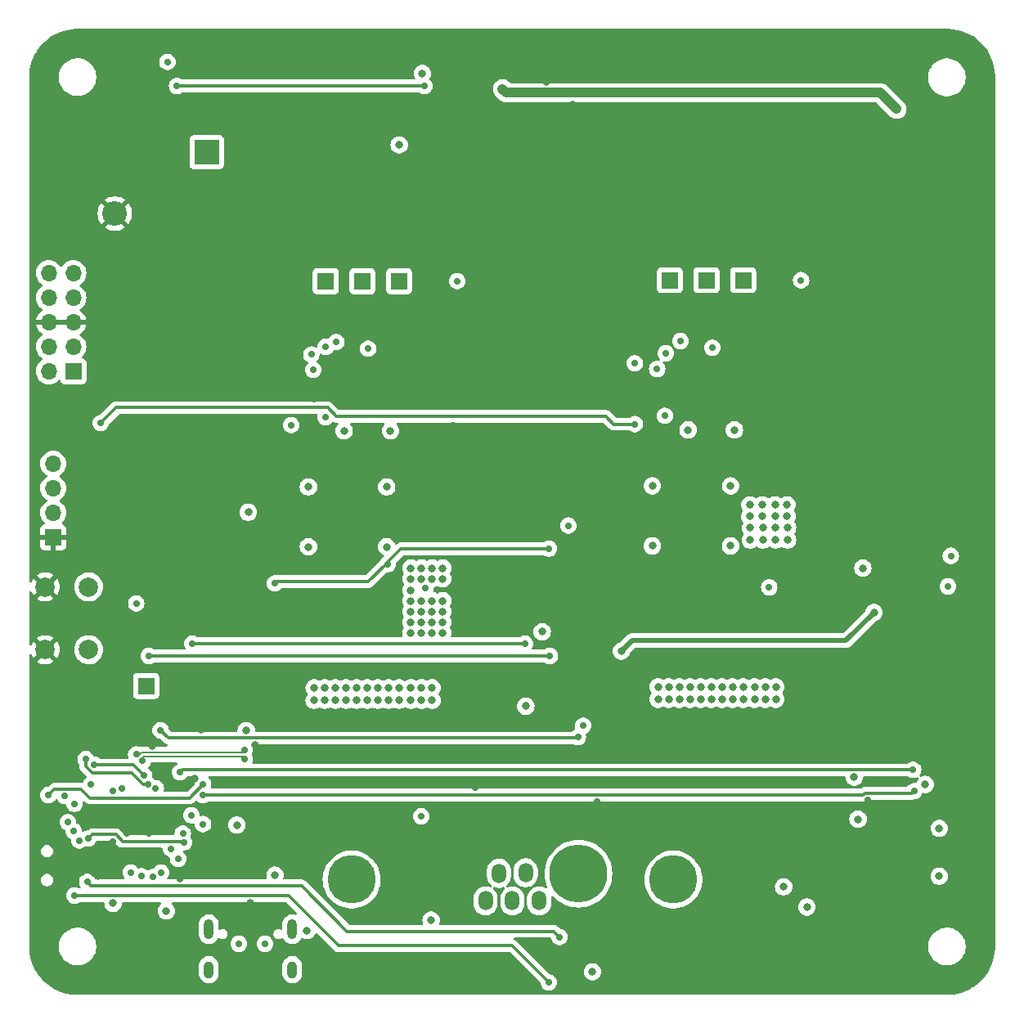
<source format=gbr>
%TF.GenerationSoftware,KiCad,Pcbnew,8.0.4*%
%TF.CreationDate,2025-01-13T22:40:44-07:00*%
%TF.ProjectId,Battery-Board,42617474-6572-4792-9d42-6f6172642e6b,rev?*%
%TF.SameCoordinates,Original*%
%TF.FileFunction,Copper,L3,Inr*%
%TF.FilePolarity,Positive*%
%FSLAX46Y46*%
G04 Gerber Fmt 4.6, Leading zero omitted, Abs format (unit mm)*
G04 Created by KiCad (PCBNEW 8.0.4) date 2025-01-13 22:40:44*
%MOMM*%
%LPD*%
G01*
G04 APERTURE LIST*
%TA.AperFunction,ComponentPad*%
%ADD10C,0.500000*%
%TD*%
%TA.AperFunction,ComponentPad*%
%ADD11R,1.700000X1.700000*%
%TD*%
%TA.AperFunction,ComponentPad*%
%ADD12O,1.000000X2.100000*%
%TD*%
%TA.AperFunction,ComponentPad*%
%ADD13O,1.000000X1.800000*%
%TD*%
%TA.AperFunction,ComponentPad*%
%ADD14O,1.700000X1.700000*%
%TD*%
%TA.AperFunction,ComponentPad*%
%ADD15C,2.000000*%
%TD*%
%TA.AperFunction,ComponentPad*%
%ADD16O,1.500000X2.000000*%
%TD*%
%TA.AperFunction,ComponentPad*%
%ADD17C,6.000000*%
%TD*%
%TA.AperFunction,ComponentPad*%
%ADD18C,5.000000*%
%TD*%
%TA.AperFunction,ComponentPad*%
%ADD19R,2.550000X2.550000*%
%TD*%
%TA.AperFunction,ComponentPad*%
%ADD20C,2.550000*%
%TD*%
%TA.AperFunction,ViaPad*%
%ADD21C,0.700000*%
%TD*%
%TA.AperFunction,ViaPad*%
%ADD22C,0.800000*%
%TD*%
%TA.AperFunction,ViaPad*%
%ADD23C,0.600000*%
%TD*%
%TA.AperFunction,Conductor*%
%ADD24C,0.200000*%
%TD*%
%TA.AperFunction,Conductor*%
%ADD25C,0.300000*%
%TD*%
%TA.AperFunction,Conductor*%
%ADD26C,0.500000*%
%TD*%
%TA.AperFunction,Conductor*%
%ADD27C,1.000000*%
%TD*%
G04 APERTURE END LIST*
D10*
%TO.N,GND*%
%TO.C,U12*%
X163997250Y-84695000D03*
X165272250Y-85470000D03*
X162722250Y-85470000D03*
X163997250Y-86245000D03*
%TD*%
D11*
%TO.N,/DC-DC-Converters/DC-DC-Buck-Converter1/POWER_IN*%
%TO.C,TP1*%
X166600000Y-75600000D03*
%TD*%
D12*
%TO.N,unconnected-(J2-SHIELD-PadS1)*%
%TO.C,J2*%
X111280000Y-142795000D03*
D13*
%TO.N,unconnected-(J2-SHIELD-PadS1)_3*%
X111280000Y-146975000D03*
D12*
%TO.N,unconnected-(J2-SHIELD-PadS1)_1*%
X119920000Y-142795000D03*
D13*
%TO.N,unconnected-(J2-SHIELD-PadS1)_2*%
X119920000Y-146975000D03*
%TD*%
D11*
%TO.N,/DC-DC-Converters/DC-DC-Buck-Converter1/SYNCOUT*%
%TO.C,J4*%
X162800000Y-75600000D03*
%TD*%
%TO.N,/MCU and sensors/NRST*%
%TO.C,J3*%
X97270000Y-85020000D03*
D14*
%TO.N,/MCU and sensors/DEBUG_SWCLK*%
X94730000Y-85020000D03*
%TO.N,unconnected-(J3-SWIM-Pad3)*%
X97270000Y-82480000D03*
%TO.N,/MCU and sensors/DEBUG_SWDIO*%
X94730000Y-82480000D03*
%TO.N,GND*%
X97270000Y-79940000D03*
X94730000Y-79940000D03*
%TO.N,+3V3*%
X97270000Y-77400000D03*
X94730000Y-77400000D03*
%TO.N,unconnected-(J3-5V-Pad9)*%
X97270000Y-74860000D03*
%TO.N,unconnected-(J3-5V-Pad10)*%
X94730000Y-74860000D03*
%TD*%
D10*
%TO.N,GND*%
%TO.C,U21*%
X128397250Y-84795000D03*
X129672250Y-85570000D03*
X127122250Y-85570000D03*
X128397250Y-86345000D03*
%TD*%
D11*
%TO.N,/MCU and sensors/PA8*%
%TO.C,TP3*%
X104800000Y-117600000D03*
%TD*%
D15*
%TO.N,GND*%
%TO.C,SW1*%
X94350000Y-113850000D03*
X94350000Y-107350000D03*
%TO.N,Net-(C6-Pad2)*%
X98850000Y-113850000D03*
X98850000Y-107350000D03*
%TD*%
D16*
%TO.N,/OUT_{12V}*%
%TO.C,J6*%
X144097000Y-136949000D03*
%TO.N,/CANH*%
X141327000Y-137004000D03*
%TO.N,/OUT_{12V}*%
X145482000Y-139844000D03*
X142712000Y-139844000D03*
%TO.N,/CANL*%
X139942000Y-139844000D03*
D17*
%TO.N,/OUT_{7V}*%
X149560000Y-137044000D03*
%TO.N,GND*%
X135840000Y-137044000D03*
D18*
%TO.N,N/C*%
X159377000Y-137644000D03*
X126077000Y-137644000D03*
%TD*%
D11*
%TO.N,Net-(J9-Pin_1)*%
%TO.C,J9*%
X123400000Y-75700000D03*
%TD*%
%TO.N,Net-(J8-Pin_1)*%
%TO.C,J8*%
X159000000Y-75600000D03*
%TD*%
%TO.N,/DC-DC-Converters/DC-DC-Buck-Converter2/SYNCOUT*%
%TO.C,J5*%
X127200000Y-75700000D03*
%TD*%
%TO.N,/DC-DC-Converters/DC-DC-Buck-Converter2/POWER_IN*%
%TO.C,TP2*%
X131000000Y-75700000D03*
%TD*%
%TO.N,GND*%
%TO.C,J1*%
X95190000Y-102220000D03*
D14*
%TO.N,+5V*%
X95190000Y-99680000D03*
%TO.N,/MCU and sensors/PA15*%
X95190000Y-97140000D03*
%TO.N,/MCU and sensors/PB7*%
X95190000Y-94600000D03*
%TD*%
D19*
%TO.N,/IN_{24V}*%
%TO.C,J7*%
X111062500Y-62350000D03*
D20*
%TO.N,GND*%
X101562500Y-68700000D03*
%TD*%
D21*
%TO.N,+3V3*%
X133300000Y-131100000D03*
X150028186Y-121728186D03*
D22*
X115170000Y-122230000D03*
X118140000Y-137195000D03*
X114200000Y-132000000D03*
X101375000Y-140100000D03*
D21*
X148500000Y-101000000D03*
D22*
X106900000Y-140900000D03*
D21*
%TO.N,/MCU and sensors/NRST*%
X103780000Y-109050000D03*
X104300000Y-137300000D03*
%TO.N,GND*%
X171900000Y-142620000D03*
D22*
X109800000Y-127200000D03*
D21*
X187140000Y-61340000D03*
X156660000Y-142620000D03*
X116020000Y-51180000D03*
X172000000Y-88400000D03*
X151580000Y-91820000D03*
X136340000Y-132460000D03*
X189680000Y-51180000D03*
X126180000Y-147700000D03*
X156660000Y-51180000D03*
X156660000Y-71500000D03*
X121100000Y-145160000D03*
X110940000Y-107060000D03*
X103320000Y-74040000D03*
X151580000Y-86740000D03*
X105860000Y-86740000D03*
X98240000Y-61340000D03*
X189680000Y-129920000D03*
X161740000Y-53720000D03*
X166820000Y-137540000D03*
X189680000Y-61340000D03*
X138900000Y-128100000D03*
D22*
X128600000Y-58100000D03*
D21*
X103320000Y-145160000D03*
X149040000Y-96900000D03*
X169360000Y-124840000D03*
X122200000Y-87900000D03*
X169360000Y-147700000D03*
X126180000Y-127380000D03*
X132750000Y-85550000D03*
X169360000Y-142620000D03*
X100780000Y-107060000D03*
X133400000Y-83750000D03*
X134095000Y-60245000D03*
X174440000Y-142620000D03*
X158100000Y-79100000D03*
X156660000Y-127380000D03*
X159200000Y-51180000D03*
X189680000Y-132460000D03*
X171900000Y-58800000D03*
X102800000Y-130500000D03*
X187140000Y-81660000D03*
X154120000Y-127380000D03*
X182060000Y-53720000D03*
X139500000Y-146800000D03*
D23*
X184000000Y-132315000D03*
D21*
X174440000Y-96900000D03*
X103320000Y-53720000D03*
X189680000Y-114680000D03*
D22*
X114250000Y-127500000D03*
D21*
X146490000Y-117915000D03*
X100780000Y-66420000D03*
X131260000Y-68960000D03*
X187300000Y-108700000D03*
X166820000Y-58800000D03*
X189680000Y-76580000D03*
X149040000Y-51180000D03*
X169360000Y-61340000D03*
X182600000Y-102500000D03*
X187140000Y-51180000D03*
X171900000Y-51180000D03*
X118560000Y-58800000D03*
X118560000Y-104520000D03*
X126180000Y-71500000D03*
X118560000Y-51180000D03*
X189680000Y-109600000D03*
X110940000Y-53720000D03*
X110940000Y-109600000D03*
X157600000Y-88550000D03*
X95700000Y-147700000D03*
X121100000Y-53720000D03*
X179500000Y-130615000D03*
X154120000Y-99440000D03*
X128720000Y-124840000D03*
X164000000Y-85500000D03*
X95700000Y-63880000D03*
X108400000Y-142620000D03*
X116020000Y-76580000D03*
X169360000Y-53720000D03*
X154120000Y-142620000D03*
X102800000Y-132900000D03*
X179520000Y-117220000D03*
X187140000Y-147700000D03*
X151580000Y-101980000D03*
X131500000Y-82650000D03*
X141420000Y-127380000D03*
X113480000Y-76580000D03*
X189680000Y-94360000D03*
X103320000Y-51180000D03*
X111700000Y-130800000D03*
X131260000Y-51180000D03*
X171900000Y-61340000D03*
X98240000Y-63880000D03*
X182060000Y-51180000D03*
X189680000Y-147700000D03*
X182060000Y-114680000D03*
X173500000Y-84050000D03*
D22*
X151900000Y-110500000D03*
D21*
X113480000Y-58800000D03*
X179000000Y-133915000D03*
D22*
X119720000Y-137097500D03*
D21*
X147760000Y-117915000D03*
X149040000Y-94360000D03*
X122500000Y-79200000D03*
X116020000Y-81660000D03*
X118560000Y-119760000D03*
X166820000Y-51180000D03*
X98240000Y-71500000D03*
X136550000Y-90600000D03*
X128720000Y-127380000D03*
X119500000Y-85800000D03*
X100780000Y-142620000D03*
X125650000Y-85600000D03*
X151580000Y-76580000D03*
D22*
X136000000Y-146300000D03*
D21*
X174440000Y-58800000D03*
X105860000Y-94360000D03*
X154120000Y-74040000D03*
X187140000Y-84200000D03*
X189680000Y-63880000D03*
X113480000Y-53720000D03*
X108400000Y-147700000D03*
X179520000Y-51180000D03*
X151580000Y-142620000D03*
X146500000Y-91820000D03*
X161740000Y-51180000D03*
X130400000Y-79300000D03*
X118600000Y-87400000D03*
X154120000Y-94360000D03*
X126180000Y-51180000D03*
X149040000Y-61340000D03*
X151580000Y-51180000D03*
X103320000Y-86740000D03*
X105860000Y-68960000D03*
X129800000Y-108200000D03*
X110940000Y-145160000D03*
X184600000Y-56260000D03*
X174440000Y-53720000D03*
X110940000Y-117220000D03*
X110940000Y-51180000D03*
D22*
X108300000Y-137500000D03*
D21*
X187140000Y-74040000D03*
X189680000Y-137540000D03*
X149040000Y-79120000D03*
D23*
X150750000Y-112690000D03*
D21*
X164280000Y-127380000D03*
X187140000Y-63880000D03*
X184600000Y-53720000D03*
X184600000Y-145160000D03*
X154100000Y-85700000D03*
X179520000Y-61340000D03*
X161740000Y-124840000D03*
X105860000Y-147700000D03*
X164280000Y-53720000D03*
X131500000Y-83700000D03*
X113480000Y-51180000D03*
X113480000Y-68960000D03*
X126420000Y-54470000D03*
D22*
X162500000Y-91000000D03*
D21*
X129750000Y-111350000D03*
X174440000Y-51180000D03*
X133800000Y-51180000D03*
X161740000Y-132460000D03*
X176980000Y-61340000D03*
X105860000Y-107060000D03*
X126180000Y-68960000D03*
X182060000Y-84200000D03*
X174440000Y-104520000D03*
D22*
X182000000Y-139900000D03*
D21*
X123640000Y-51180000D03*
X179520000Y-114680000D03*
X105860000Y-142620000D03*
X105860000Y-84200000D03*
X123640000Y-124840000D03*
X118560000Y-99440000D03*
X133600000Y-82550000D03*
X149040000Y-132460000D03*
X151580000Y-84200000D03*
X100780000Y-63880000D03*
X141420000Y-109600000D03*
X170300000Y-83600000D03*
X184600000Y-147700000D03*
X135295000Y-60245000D03*
X189680000Y-74040000D03*
X182060000Y-112140000D03*
X103320000Y-84200000D03*
X167600000Y-79200000D03*
X110940000Y-101980000D03*
X98240000Y-68960000D03*
X101400000Y-133700000D03*
X161700000Y-82100000D03*
X98240000Y-101980000D03*
X105860000Y-91820000D03*
X149040000Y-76580000D03*
X95700000Y-68960000D03*
X131260000Y-127380000D03*
X95700000Y-61340000D03*
X191500000Y-108000000D03*
X182060000Y-145160000D03*
X95700000Y-66420000D03*
X161740000Y-142620000D03*
X116020000Y-96900000D03*
X146500000Y-86740000D03*
X159200000Y-61340000D03*
X105100000Y-132900000D03*
D22*
X105400000Y-123774999D03*
D21*
X105860000Y-51180000D03*
X151580000Y-74040000D03*
X176980000Y-51180000D03*
X118560000Y-101980000D03*
X95700000Y-51180000D03*
X179520000Y-147700000D03*
X174440000Y-99440000D03*
X149040000Y-109600000D03*
X171900000Y-53720000D03*
X154120000Y-81660000D03*
X166820000Y-53720000D03*
X114900000Y-146600000D03*
X146500000Y-94360000D03*
X164280000Y-137540000D03*
X151580000Y-127380000D03*
X100780000Y-147700000D03*
X176450000Y-105350000D03*
X184600000Y-142620000D03*
X118560000Y-53720000D03*
X103320000Y-142620000D03*
X159200000Y-58800000D03*
X166820000Y-127380000D03*
X187140000Y-91820000D03*
X105100000Y-130500000D03*
X149040000Y-86740000D03*
X176650000Y-102850000D03*
X123640000Y-71500000D03*
X121100000Y-71500000D03*
X105860000Y-56260000D03*
X154120000Y-145160000D03*
X98240000Y-117220000D03*
X187140000Y-58800000D03*
X123640000Y-129920000D03*
X184600000Y-51180000D03*
X110940000Y-81660000D03*
X169360000Y-58800000D03*
D22*
X116100000Y-123750000D03*
D23*
X137895000Y-55020000D03*
D21*
X116020000Y-71500000D03*
X98240000Y-147700000D03*
X156660000Y-74040000D03*
X161740000Y-61340000D03*
X108400000Y-51180000D03*
X131260000Y-71500000D03*
X105860000Y-74040000D03*
X128720000Y-71500000D03*
X154100000Y-87300000D03*
X136340000Y-51180000D03*
X100780000Y-79120000D03*
X149040000Y-71500000D03*
X100780000Y-56260000D03*
X169360000Y-132460000D03*
X187140000Y-68960000D03*
X100780000Y-74040000D03*
X110940000Y-91820000D03*
X118560000Y-71500000D03*
X139275000Y-112140000D03*
X118560000Y-94360000D03*
X158500000Y-90900000D03*
X98240000Y-58800000D03*
X171900000Y-147700000D03*
X105860000Y-104520000D03*
D22*
X112350000Y-140800000D03*
D21*
X166820000Y-61340000D03*
X159200000Y-142620000D03*
X116020000Y-58800000D03*
X182600000Y-104300000D03*
X151500000Y-129600000D03*
X187140000Y-66420000D03*
X189680000Y-66420000D03*
X187140000Y-96900000D03*
X182060000Y-117220000D03*
X179500000Y-129415000D03*
X182060000Y-147700000D03*
X176980000Y-99440000D03*
X116020000Y-94360000D03*
X128720000Y-51180000D03*
X133800000Y-127380000D03*
X169360000Y-127380000D03*
X146500000Y-96900000D03*
X151580000Y-94360000D03*
X159650000Y-87450000D03*
X108400000Y-145160000D03*
X151580000Y-53720000D03*
X187140000Y-79120000D03*
X118560000Y-117220000D03*
X104500000Y-110870000D03*
X123640000Y-58800000D03*
X123640000Y-147700000D03*
X105860000Y-101980000D03*
X116020000Y-86740000D03*
X105860000Y-96900000D03*
X159200000Y-71500000D03*
X95700000Y-71500000D03*
X110940000Y-74040000D03*
X151580000Y-99440000D03*
X166820000Y-147700000D03*
X100780000Y-145160000D03*
D22*
X138300000Y-111900000D03*
D21*
X156660000Y-76580000D03*
X151580000Y-71500000D03*
X164280000Y-58800000D03*
X103320000Y-66420000D03*
X149040000Y-91820000D03*
X182060000Y-142620000D03*
X178500000Y-124791295D03*
X189400000Y-100100000D03*
X133800000Y-124840000D03*
X189680000Y-84200000D03*
X129800000Y-109800000D03*
D23*
X184725000Y-133215000D03*
D21*
X176980000Y-147700000D03*
X154120000Y-96900000D03*
X110940000Y-71500000D03*
X161740000Y-71500000D03*
X123640000Y-53720000D03*
X176980000Y-53720000D03*
X151580000Y-96900000D03*
X116600000Y-146600000D03*
X189680000Y-81660000D03*
X184600000Y-96900000D03*
X176980000Y-140080000D03*
X154120000Y-51180000D03*
X110940000Y-68960000D03*
D22*
X148900000Y-57400000D03*
D21*
X103320000Y-81660000D03*
X154120000Y-71500000D03*
X128720000Y-135000000D03*
X159200000Y-53720000D03*
X156660000Y-53720000D03*
D22*
X110500000Y-122100000D03*
D21*
X113480000Y-71500000D03*
X118560000Y-96900000D03*
X189680000Y-58800000D03*
X128720000Y-68960000D03*
X176980000Y-58800000D03*
X105860000Y-66420000D03*
X129800000Y-106600000D03*
X187140000Y-94360000D03*
X103320000Y-56260000D03*
X189680000Y-96900000D03*
X105860000Y-71500000D03*
X133800000Y-87600000D03*
X134700000Y-83700000D03*
X154120000Y-58800000D03*
X189680000Y-112140000D03*
X167600000Y-87600000D03*
X183900000Y-102500000D03*
X179520000Y-58800000D03*
X116020000Y-74040000D03*
X103320000Y-61340000D03*
X182060000Y-61340000D03*
X189680000Y-79120000D03*
X189500000Y-102100000D03*
X118560000Y-147700000D03*
X164280000Y-140080000D03*
X189680000Y-89280000D03*
X154120000Y-76580000D03*
X176980000Y-107060000D03*
X174440000Y-101980000D03*
X189680000Y-68960000D03*
X179520000Y-53720000D03*
X164280000Y-135000000D03*
X121100000Y-76580000D03*
X174440000Y-61340000D03*
X146500000Y-84200000D03*
X156660000Y-58800000D03*
X166820000Y-71500000D03*
X105860000Y-81660000D03*
X118560000Y-76580000D03*
X154120000Y-140080000D03*
X98240000Y-122300000D03*
X123640000Y-68960000D03*
X126180000Y-124840000D03*
X123640000Y-127380000D03*
D22*
X146200000Y-55100000D03*
D21*
X164280000Y-71500000D03*
X105860000Y-61340000D03*
X189680000Y-140080000D03*
X166000000Y-79200000D03*
X116020000Y-79120000D03*
X103320000Y-63880000D03*
X174440000Y-147700000D03*
X105860000Y-145160000D03*
X176980000Y-142620000D03*
X151580000Y-61340000D03*
X132050000Y-87600000D03*
X126180000Y-58800000D03*
X98240000Y-66420000D03*
X105860000Y-79120000D03*
X187140000Y-89280000D03*
X182060000Y-107060000D03*
X187140000Y-86740000D03*
X149040000Y-74040000D03*
X116020000Y-53720000D03*
X189680000Y-135000000D03*
X121100000Y-58800000D03*
X110940000Y-86740000D03*
X189680000Y-71500000D03*
X159200000Y-145160000D03*
X164280000Y-51180000D03*
D23*
X136995000Y-55745000D03*
D21*
X187140000Y-76580000D03*
X151580000Y-81660000D03*
X151950000Y-114050000D03*
X183900000Y-104300000D03*
X149880000Y-118320000D03*
X176980000Y-96900000D03*
D22*
X115600000Y-140100000D03*
D21*
X100780000Y-53720000D03*
X181200000Y-125100000D03*
X103320000Y-79120000D03*
X103320000Y-71500000D03*
X187140000Y-71500000D03*
X169360000Y-51180000D03*
X154120000Y-53720000D03*
X118560000Y-74040000D03*
X121100000Y-68960000D03*
X138880000Y-109600000D03*
D22*
X99800000Y-137300000D03*
D21*
X100780000Y-51180000D03*
X168300000Y-85450000D03*
X132000000Y-79300000D03*
X116020000Y-91820000D03*
X110940000Y-84200000D03*
X143960000Y-109600000D03*
X113480000Y-74040000D03*
X184400000Y-118800000D03*
X105860000Y-58800000D03*
X98240000Y-96900000D03*
X166820000Y-145160000D03*
X172400000Y-90250000D03*
X182060000Y-96900000D03*
X164280000Y-124840000D03*
X110940000Y-119760000D03*
X100780000Y-58800000D03*
X98240000Y-51180000D03*
X151580000Y-79120000D03*
X103320000Y-147700000D03*
X154120000Y-101980000D03*
X95700000Y-58800000D03*
X126000000Y-82250000D03*
X156660000Y-61340000D03*
X154120000Y-109600000D03*
X110940000Y-58800000D03*
X169360000Y-145160000D03*
X103320000Y-58800000D03*
D22*
X128800000Y-61800000D03*
D21*
X105860000Y-63880000D03*
D22*
X118850000Y-140800000D03*
D21*
X182060000Y-86740000D03*
X98240000Y-119760000D03*
D22*
X187500000Y-110400000D03*
D21*
X103320000Y-91820000D03*
D23*
X149850000Y-113415000D03*
D21*
X187140000Y-140080000D03*
X149040000Y-81660000D03*
X121100000Y-51180000D03*
X121000000Y-81700000D03*
X189680000Y-86740000D03*
X136400000Y-88500000D03*
X100780000Y-61340000D03*
X184600000Y-117220000D03*
D22*
X126900000Y-91100000D03*
D21*
X149040000Y-53720000D03*
X105860000Y-119760000D03*
D22*
X174600000Y-136100000D03*
D21*
X166820000Y-124840000D03*
X100780000Y-71500000D03*
X184600000Y-94360000D03*
X131260000Y-124840000D03*
X138595000Y-60745000D03*
X164280000Y-147700000D03*
X164280000Y-61340000D03*
X116020000Y-84200000D03*
X154120000Y-61340000D03*
X103900000Y-131600000D03*
X121100000Y-74040000D03*
X141420000Y-129920000D03*
X189680000Y-91820000D03*
X149040000Y-84200000D03*
X161740000Y-58800000D03*
X110940000Y-96900000D03*
X110940000Y-104520000D03*
X156660000Y-145160000D03*
X110940000Y-94360000D03*
X159600000Y-85500000D03*
D22*
%TO.N,+5V*%
X170800000Y-138400000D03*
X115380000Y-99620000D03*
X121460000Y-142930000D03*
X178099974Y-127050000D03*
X144100000Y-119700000D03*
X145800000Y-112000000D03*
X133400000Y-54200000D03*
X185450000Y-127800000D03*
X186900000Y-132350000D03*
X134300000Y-141850000D03*
X151000000Y-147200000D03*
X186900000Y-137300000D03*
X131000000Y-61600000D03*
D21*
%TO.N,/MCU and sensors/USB_DP*%
X103773202Y-124702777D03*
X115000000Y-124225000D03*
%TO.N,/MCU and sensors/DEBUG_SWCLK*%
X101400000Y-128500000D03*
%TO.N,/MCU and sensors/DEBUG_SWDIO*%
X102300000Y-128200000D03*
%TO.N,/MCU and sensors/GPLED1*%
X104995014Y-127797507D03*
X98540113Y-125175000D03*
%TO.N,/MCU and sensors/GPLED2*%
X99400000Y-125750000D03*
X104600000Y-126900000D03*
%TO.N,/MCU and sensors/GPLED3*%
X98800000Y-133400000D03*
X108711632Y-133793053D03*
X99100000Y-127800000D03*
%TO.N,Net-(J2-CC2)*%
X117100000Y-144300000D03*
%TO.N,Net-(J2-CC1)*%
X114400000Y-144300000D03*
%TO.N,/MCU and sensors/PF1*%
X105100000Y-114500000D03*
X146600000Y-114500000D03*
X103200000Y-136900000D03*
%TO.N,/MCU and sensors/FDCAN2_TX*%
X97300000Y-132600000D03*
X147600000Y-143600000D03*
X98700000Y-137900000D03*
%TO.N,/MCU and sensors/PB3*%
X157700000Y-84800000D03*
X100100000Y-90400000D03*
X97397507Y-129804986D03*
X155400000Y-90500000D03*
%TO.N,/MCU and sensors/PA8*%
X105800000Y-128200000D03*
%TO.N,/DC-DC-Converters/DC-DC-Buck-Converter2/POWER_IN*%
X137000000Y-75700000D03*
%TO.N,/MCU and sensors/PB0*%
X109600000Y-113200000D03*
X144000000Y-113200000D03*
X109500000Y-131000000D03*
%TO.N,/MCU and sensors/O{slash}P_TEMP_SENSE*%
X149500000Y-122900000D03*
X106300000Y-122200000D03*
X106342495Y-136900000D03*
D22*
%TO.N,/DC-DC-Converters/DC-DC-Buck-Converter2/Output*%
X133300000Y-105400000D03*
X135500000Y-105400000D03*
X126600000Y-119100000D03*
X124400000Y-119100000D03*
X133300000Y-108800000D03*
X122200000Y-117800000D03*
X135500000Y-112100000D03*
X134400000Y-105400000D03*
X124400000Y-117800000D03*
X134400000Y-108800000D03*
X134400000Y-111000000D03*
X132200000Y-112100000D03*
X135500000Y-106500000D03*
X132200000Y-109900000D03*
X131000000Y-117800000D03*
D21*
X124500000Y-82000000D03*
D22*
X135500000Y-109900000D03*
X133300000Y-117800000D03*
X128800000Y-119100000D03*
X131000000Y-119100000D03*
X132200000Y-111000000D03*
X135500000Y-108800000D03*
X135500000Y-111000000D03*
X125500000Y-117800000D03*
X125500000Y-119100000D03*
X126600000Y-117800000D03*
X132200000Y-117800000D03*
X133300000Y-111000000D03*
X134400000Y-119100000D03*
X132200000Y-107700000D03*
X132200000Y-108800000D03*
X132200000Y-119100000D03*
X134400000Y-106500000D03*
X134400000Y-117800000D03*
X133300000Y-109900000D03*
X127700000Y-119100000D03*
X134400000Y-112100000D03*
X123300000Y-117800000D03*
X132200000Y-106500000D03*
X129900000Y-119100000D03*
X133300000Y-106500000D03*
X134400000Y-109900000D03*
X133300000Y-112100000D03*
X123300000Y-119100000D03*
X127700000Y-117800000D03*
X133300000Y-119100000D03*
X122200000Y-119100000D03*
X129900000Y-117800000D03*
X128800000Y-117800000D03*
D21*
X133700000Y-107500000D03*
D22*
X132200000Y-105400000D03*
D21*
%TO.N,/MCU and sensors/PB7*%
X97900000Y-133610000D03*
%TO.N,/MCU and sensors/BUCK_TEMP_SENSE*%
X146500000Y-103400000D03*
X105486710Y-137392954D03*
X129800000Y-105000000D03*
X118100000Y-107000000D03*
%TO.N,/MCU and sensors/FDCAN2_RX*%
X146500000Y-148300000D03*
X96700000Y-131700000D03*
X97400000Y-139300000D03*
%TO.N,/MCU and sensors/PB4*%
X110700000Y-127800000D03*
X94700000Y-128900000D03*
X119800000Y-90600000D03*
X122100000Y-84900000D03*
%TO.N,/MCU and sensors/PA7*%
X110700000Y-131900000D03*
X184300000Y-128500000D03*
X110700000Y-128900000D03*
%TO.N,/MCU and sensors/PA6*%
X108600000Y-132900000D03*
X108300000Y-126550000D03*
X184200000Y-126300000D03*
%TO.N,/MCU and sensors/PA15*%
X96390000Y-129000000D03*
%TO.N,/DC-DC-Converters/DC-DC-Buck-Converter2/SYNCOUT*%
X127800000Y-82700000D03*
D22*
%TO.N,/DC-DC-Converters/DC-DC-Buck-Converter1/POWER_IN*%
X171150000Y-100050000D03*
X171200000Y-102500000D03*
X168600000Y-100050000D03*
X171150000Y-98850000D03*
X169900000Y-98850000D03*
X171200000Y-101250000D03*
X169950000Y-102500000D03*
X169950000Y-101250000D03*
X167350000Y-101250000D03*
X167350000Y-102500000D03*
X169900000Y-100050000D03*
X168600000Y-98850000D03*
D21*
X172600000Y-75600000D03*
D22*
X168650000Y-102500000D03*
X168650000Y-101250000D03*
X167300000Y-100050000D03*
X167300000Y-98850000D03*
%TO.N,/DC-DC-Converters/DC-DC-Buck-Converter1/Output*%
X168900000Y-117700000D03*
X157800000Y-117700000D03*
X161100000Y-117700000D03*
X163300000Y-117700000D03*
X161100000Y-119000000D03*
X158900000Y-117700000D03*
X162200000Y-117700000D03*
X157800000Y-119000000D03*
X170000000Y-119000000D03*
D21*
X169300000Y-107400000D03*
D22*
X165500000Y-119000000D03*
X170000000Y-117700000D03*
X160000000Y-117700000D03*
X158900000Y-119000000D03*
X167800000Y-119000000D03*
X166600000Y-117700000D03*
X164400000Y-117700000D03*
X164400000Y-119000000D03*
X165500000Y-117700000D03*
X167800000Y-117700000D03*
X163300000Y-119000000D03*
D21*
X160100000Y-81900000D03*
D22*
X166600000Y-119000000D03*
X168900000Y-119000000D03*
X160000000Y-119000000D03*
X162200000Y-119000000D03*
D21*
%TO.N,Net-(U12-VCC)*%
X158500000Y-89645000D03*
X155400000Y-84200000D03*
%TO.N,Net-(U21-VCC)*%
X123400000Y-89800000D03*
X123400000Y-82500000D03*
D22*
%TO.N,/OUT_{12V}*%
X180150000Y-110000000D03*
X154000000Y-114000000D03*
D21*
%TO.N,/DC-DC-Converters/DC-DC-Buck-Converter1/SYNCOUT*%
X163400000Y-82600000D03*
D22*
%TO.N,/DC-DC-Converters/DC-DC-Buck-Converter1/Low Side Gate Drive*%
X160900000Y-91100000D03*
X157200000Y-103100000D03*
X157200000Y-96900000D03*
%TO.N,/DC-DC-Converters/DC-DC-Buck-Converter1/High Side Gate Drive*%
X165300000Y-96900000D03*
X165300000Y-103100000D03*
X165700000Y-91100000D03*
%TO.N,/OUT_{7V}*%
X178500000Y-131400000D03*
D21*
%TO.N,Net-(J8-Pin_1)*%
X158600000Y-83170000D03*
%TO.N,Net-(J9-Pin_1)*%
X121900000Y-83300000D03*
%TO.N,/MCU and sensors/USB_DN*%
X104444954Y-125374529D03*
X115000000Y-125175000D03*
D22*
%TO.N,/DC-DC-Converters/DC-DC-Buck-Converter2/Low Side Gate Drive*%
X125300000Y-91200000D03*
X121600000Y-103200000D03*
X121600000Y-97000000D03*
%TO.N,/DC-DC-Converters/DC-DC-Buck-Converter2/High Side Gate Drive*%
X129700000Y-97000000D03*
X129700000Y-103200000D03*
X130100000Y-91200000D03*
D21*
%TO.N,/MCU and sensors/PA4*%
X107350000Y-134450000D03*
X107000000Y-53000000D03*
%TO.N,/MCU and sensors/PA3*%
X108000000Y-55500000D03*
X133600000Y-55500000D03*
X108100000Y-135500000D03*
D22*
%TO.N,Net-(U18-OUT)*%
X141700000Y-55800000D03*
X173200000Y-140500000D03*
X179000000Y-105400000D03*
X182500000Y-57900000D03*
D21*
%TO.N,Net-(U18-EN{slash}UVLO)*%
X187800000Y-107300000D03*
X188100000Y-104130000D03*
%TD*%
D24*
%TO.N,/MCU and sensors/USB_DP*%
X103773202Y-124702777D02*
X104126755Y-124702777D01*
X114750001Y-124474999D02*
X115000000Y-124225000D01*
X104126755Y-124702777D02*
X104354533Y-124474999D01*
X104354533Y-124474999D02*
X114750001Y-124474999D01*
D25*
%TO.N,/MCU and sensors/GPLED1*%
X103310050Y-126600000D02*
X99200000Y-126600000D01*
X98540113Y-125940113D02*
X98540113Y-125175000D01*
X99200000Y-126600000D02*
X98540113Y-125940113D01*
X104995014Y-127797507D02*
X104507557Y-127797507D01*
X104507557Y-127797507D02*
X103310050Y-126600000D01*
%TO.N,/MCU and sensors/GPLED2*%
X99400000Y-125750000D02*
X99450000Y-125800000D01*
X103500000Y-125800000D02*
X104600000Y-126900000D01*
X99450000Y-125800000D02*
X103500000Y-125800000D01*
%TO.N,/MCU and sensors/GPLED3*%
X98800000Y-133400000D02*
X99200000Y-133000000D01*
X101689950Y-133000000D02*
X102389950Y-133700000D01*
X99200000Y-133000000D02*
X101689950Y-133000000D01*
X102389950Y-133700000D02*
X108618579Y-133700000D01*
X108618579Y-133700000D02*
X108711632Y-133793053D01*
%TO.N,/MCU and sensors/PF1*%
X105100000Y-114500000D02*
X146600000Y-114500000D01*
%TO.N,/MCU and sensors/FDCAN2_TX*%
X98700000Y-137900000D02*
X99100000Y-138300000D01*
X125600000Y-143000000D02*
X147000000Y-143000000D01*
X147000000Y-143000000D02*
X147600000Y-143600000D01*
X99100000Y-138300000D02*
X120900000Y-138300000D01*
X120900000Y-138300000D02*
X125600000Y-143000000D01*
%TO.N,/MCU and sensors/PB3*%
X124489950Y-89700000D02*
X123589950Y-88800000D01*
X101700000Y-88800000D02*
X100100000Y-90400000D01*
X123589950Y-88800000D02*
X101700000Y-88800000D01*
X155400000Y-90500000D02*
X153200000Y-90500000D01*
X152400000Y-89700000D02*
X124489950Y-89700000D01*
X153200000Y-90500000D02*
X152400000Y-89700000D01*
%TO.N,/MCU and sensors/PB0*%
X144000000Y-113200000D02*
X109600000Y-113200000D01*
%TO.N,/MCU and sensors/O{slash}P_TEMP_SENSE*%
X149400000Y-123000000D02*
X107100000Y-123000000D01*
X107100000Y-123000000D02*
X106300000Y-122200000D01*
X149500000Y-122900000D02*
X149400000Y-123000000D01*
%TO.N,/MCU and sensors/BUCK_TEMP_SENSE*%
X118300000Y-106800000D02*
X127800000Y-106800000D01*
X118100000Y-107000000D02*
X118300000Y-106800000D01*
X129800000Y-104800000D02*
X131200000Y-103400000D01*
X129600000Y-105000000D02*
X129800000Y-105000000D01*
X131200000Y-103400000D02*
X146500000Y-103400000D01*
X127800000Y-106800000D02*
X129600000Y-105000000D01*
X129800000Y-105000000D02*
X129800000Y-104800000D01*
%TO.N,/MCU and sensors/FDCAN2_RX*%
X146500000Y-148300000D02*
X142700000Y-144500000D01*
X97450000Y-139350000D02*
X97400000Y-139300000D01*
X142700000Y-144500000D02*
X124700000Y-144500000D01*
X119550000Y-139350000D02*
X97450000Y-139350000D01*
X124700000Y-144500000D02*
X119550000Y-139350000D01*
%TO.N,/MCU and sensors/PB4*%
X94700000Y-128900000D02*
X95300000Y-128300000D01*
X109300000Y-129200000D02*
X110700000Y-127800000D01*
X98089950Y-128300000D02*
X98989950Y-129200000D01*
X98989950Y-129200000D02*
X109300000Y-129200000D01*
X95300000Y-128300000D02*
X98089950Y-128300000D01*
%TO.N,/MCU and sensors/PA7*%
X184085000Y-128715000D02*
X179210050Y-128715000D01*
X179210050Y-128715000D02*
X179025050Y-128900000D01*
X179025050Y-128900000D02*
X110700000Y-128900000D01*
X184300000Y-128500000D02*
X184085000Y-128715000D01*
%TO.N,/MCU and sensors/PA6*%
X108550000Y-126300000D02*
X184200000Y-126300000D01*
X108300000Y-126550000D02*
X108550000Y-126300000D01*
D26*
%TO.N,/OUT_{12V}*%
X180150000Y-110000000D02*
X177250000Y-112900000D01*
X177250000Y-112900000D02*
X155100000Y-112900000D01*
X155100000Y-112900000D02*
X154000000Y-114000000D01*
D24*
%TO.N,/MCU and sensors/USB_DN*%
X104444954Y-125020976D02*
X104540929Y-124925001D01*
X104540929Y-124925001D02*
X114750001Y-124925001D01*
X114750001Y-124925001D02*
X115000000Y-125175000D01*
X104444954Y-125374529D02*
X104444954Y-125020976D01*
D25*
%TO.N,/MCU and sensors/PA3*%
X133600000Y-55500000D02*
X108000000Y-55500000D01*
D27*
%TO.N,Net-(U18-OUT)*%
X180800000Y-56200000D02*
X142100000Y-56200000D01*
X142100000Y-56200000D02*
X141700000Y-55800000D01*
X182500000Y-57900000D02*
X180800000Y-56200000D01*
%TD*%
%TA.AperFunction,Conductor*%
%TO.N,GND*%
G36*
X107993693Y-125545186D02*
G01*
X108039448Y-125597990D01*
X108049392Y-125667148D01*
X108020367Y-125730704D01*
X107977090Y-125762780D01*
X107872408Y-125809387D01*
X107727768Y-125914475D01*
X107608140Y-126047336D01*
X107518750Y-126202164D01*
X107518747Y-126202170D01*
X107463504Y-126372192D01*
X107463503Y-126372194D01*
X107444815Y-126550000D01*
X107463503Y-126727805D01*
X107463504Y-126727807D01*
X107518747Y-126897829D01*
X107518750Y-126897835D01*
X107608141Y-127052665D01*
X107632247Y-127079437D01*
X107727764Y-127185521D01*
X107727767Y-127185523D01*
X107727770Y-127185526D01*
X107872407Y-127290612D01*
X108035733Y-127363329D01*
X108210609Y-127400500D01*
X108210610Y-127400500D01*
X108389389Y-127400500D01*
X108389391Y-127400500D01*
X108564267Y-127363329D01*
X108727593Y-127290612D01*
X108872230Y-127185526D01*
X108891185Y-127164475D01*
X108934366Y-127116517D01*
X108991859Y-127052665D01*
X109015048Y-127012499D01*
X109065614Y-126964285D01*
X109122435Y-126950500D01*
X110042381Y-126950500D01*
X110109420Y-126970185D01*
X110155175Y-127022989D01*
X110165119Y-127092147D01*
X110136094Y-127155703D01*
X110130907Y-127160989D01*
X110008140Y-127297336D01*
X109918750Y-127452164D01*
X109918747Y-127452170D01*
X109863504Y-127622192D01*
X109863503Y-127622194D01*
X109857011Y-127683963D01*
X109830425Y-127748577D01*
X109821371Y-127758681D01*
X109066873Y-128513181D01*
X109005550Y-128546666D01*
X108979192Y-128549500D01*
X106751381Y-128549500D01*
X106684342Y-128529815D01*
X106638587Y-128477011D01*
X106628643Y-128407853D01*
X106633449Y-128387185D01*
X106636495Y-128377808D01*
X106636496Y-128377805D01*
X106636497Y-128377803D01*
X106655185Y-128200000D01*
X106636497Y-128022197D01*
X106585250Y-127864475D01*
X106581252Y-127852170D01*
X106581249Y-127852164D01*
X106491859Y-127697335D01*
X106434230Y-127633332D01*
X106372235Y-127564478D01*
X106372232Y-127564476D01*
X106372231Y-127564475D01*
X106372230Y-127564474D01*
X106227593Y-127459388D01*
X106064267Y-127386671D01*
X106064265Y-127386670D01*
X105936594Y-127359533D01*
X105889391Y-127349500D01*
X105889390Y-127349500D01*
X105789766Y-127349500D01*
X105722727Y-127329815D01*
X105689452Y-127298391D01*
X105686874Y-127294843D01*
X105567249Y-127161985D01*
X105567244Y-127161981D01*
X105495470Y-127109833D01*
X105452805Y-127054503D01*
X105445036Y-126996556D01*
X105455185Y-126900000D01*
X105436497Y-126722197D01*
X105381250Y-126552165D01*
X105291859Y-126397335D01*
X105245003Y-126345296D01*
X105172235Y-126264478D01*
X105172232Y-126264476D01*
X105172231Y-126264475D01*
X105172230Y-126264474D01*
X105051429Y-126176706D01*
X105008764Y-126121375D01*
X105002785Y-126051762D01*
X105032162Y-125993419D01*
X105136813Y-125877194D01*
X105226204Y-125722364D01*
X105262329Y-125611182D01*
X105301766Y-125553508D01*
X105366125Y-125526309D01*
X105380260Y-125525501D01*
X107926654Y-125525501D01*
X107993693Y-125545186D01*
G37*
%TD.AperFunction*%
%TA.AperFunction,Conductor*%
G36*
X177139445Y-126970185D02*
G01*
X177185200Y-127022989D01*
X177195726Y-127061535D01*
X177214300Y-127238256D01*
X177214301Y-127238259D01*
X177272792Y-127418277D01*
X177272795Y-127418284D01*
X177367441Y-127582216D01*
X177450533Y-127674499D01*
X177494103Y-127722888D01*
X177647239Y-127834148D01*
X177647244Y-127834151D01*
X177820166Y-127911142D01*
X177820171Y-127911144D01*
X178005328Y-127950500D01*
X178005329Y-127950500D01*
X178194618Y-127950500D01*
X178194620Y-127950500D01*
X178379777Y-127911144D01*
X178552704Y-127834151D01*
X178705845Y-127722888D01*
X178832507Y-127582216D01*
X178927153Y-127418284D01*
X178985648Y-127238256D01*
X179004221Y-127061536D01*
X179030806Y-126996924D01*
X179088103Y-126956939D01*
X179127542Y-126950500D01*
X183608089Y-126950500D01*
X183675128Y-126970185D01*
X183680976Y-126974182D01*
X183772407Y-127040612D01*
X183935733Y-127113329D01*
X184110609Y-127150500D01*
X184110610Y-127150500D01*
X184289389Y-127150500D01*
X184289391Y-127150500D01*
X184464267Y-127113329D01*
X184586084Y-127059092D01*
X184655332Y-127049809D01*
X184718608Y-127079437D01*
X184755821Y-127138572D01*
X184755156Y-127208439D01*
X184728667Y-127255345D01*
X184717466Y-127267784D01*
X184622821Y-127431715D01*
X184622819Y-127431719D01*
X184576051Y-127575657D01*
X184536613Y-127633332D01*
X184472254Y-127660530D01*
X184432342Y-127658629D01*
X184414476Y-127654831D01*
X184389391Y-127649500D01*
X184210609Y-127649500D01*
X184179954Y-127656015D01*
X184035733Y-127686670D01*
X184035728Y-127686672D01*
X183872408Y-127759387D01*
X183727768Y-127864475D01*
X183608141Y-127997334D01*
X183605161Y-128002497D01*
X183554595Y-128050714D01*
X183497772Y-128064500D01*
X179145979Y-128064500D01*
X179020311Y-128089497D01*
X179020307Y-128089498D01*
X178990054Y-128102030D01*
X178990053Y-128102030D01*
X178901931Y-128138530D01*
X178901913Y-128138540D01*
X178795382Y-128209721D01*
X178795375Y-128209727D01*
X178791922Y-128213181D01*
X178730599Y-128246666D01*
X178704241Y-128249500D01*
X111618889Y-128249500D01*
X111551850Y-128229815D01*
X111506095Y-128177011D01*
X111496151Y-128107853D01*
X111500958Y-128087182D01*
X111522074Y-128022192D01*
X111536497Y-127977803D01*
X111555185Y-127800000D01*
X111536497Y-127622197D01*
X111508873Y-127537181D01*
X111481252Y-127452170D01*
X111481249Y-127452164D01*
X111481248Y-127452162D01*
X111391859Y-127297335D01*
X111332072Y-127230935D01*
X111267882Y-127159644D01*
X111269459Y-127158223D01*
X111238003Y-127107182D01*
X111239323Y-127037325D01*
X111278200Y-126979270D01*
X111342293Y-126951451D01*
X111357619Y-126950500D01*
X177072406Y-126950500D01*
X177139445Y-126970185D01*
G37*
%TD.AperFunction*%
%TA.AperFunction,Conductor*%
G36*
X96804075Y-79747007D02*
G01*
X96770000Y-79874174D01*
X96770000Y-80005826D01*
X96804075Y-80132993D01*
X96836988Y-80190000D01*
X95163012Y-80190000D01*
X95195925Y-80132993D01*
X95230000Y-80005826D01*
X95230000Y-79874174D01*
X95195925Y-79747007D01*
X95163012Y-79690000D01*
X96836988Y-79690000D01*
X96804075Y-79747007D01*
G37*
%TD.AperFunction*%
%TA.AperFunction,Conductor*%
G36*
X187700641Y-49575006D02*
G01*
X187913481Y-49577328D01*
X187922915Y-49577792D01*
X188347552Y-49614943D01*
X188358270Y-49616354D01*
X188777393Y-49690256D01*
X188787921Y-49692590D01*
X189199033Y-49802747D01*
X189209322Y-49805992D01*
X189609255Y-49951555D01*
X189619221Y-49955683D01*
X190004942Y-50135547D01*
X190014528Y-50140538D01*
X190383088Y-50353326D01*
X190392207Y-50359135D01*
X190740820Y-50603237D01*
X190749402Y-50609822D01*
X191075420Y-50883383D01*
X191083395Y-50890692D01*
X191384307Y-51191604D01*
X191391616Y-51199579D01*
X191665177Y-51525597D01*
X191671762Y-51534179D01*
X191915864Y-51882792D01*
X191921676Y-51891916D01*
X192134459Y-52260467D01*
X192139454Y-52270062D01*
X192319310Y-52655764D01*
X192323448Y-52665756D01*
X192389379Y-52846899D01*
X192469003Y-53065664D01*
X192472256Y-53075980D01*
X192486835Y-53130388D01*
X192563323Y-53415848D01*
X192582405Y-53487061D01*
X192584746Y-53497623D01*
X192658644Y-53916725D01*
X192660056Y-53927450D01*
X192697206Y-54352073D01*
X192697671Y-54361527D01*
X192699993Y-54574357D01*
X192700000Y-54575710D01*
X192700000Y-144574289D01*
X192699993Y-144575642D01*
X192697671Y-144788472D01*
X192697206Y-144797926D01*
X192660056Y-145222549D01*
X192658644Y-145233274D01*
X192584746Y-145652376D01*
X192582405Y-145662938D01*
X192472256Y-146074019D01*
X192469003Y-146084335D01*
X192323450Y-146484240D01*
X192319310Y-146494235D01*
X192139454Y-146879937D01*
X192134459Y-146889532D01*
X191921676Y-147258083D01*
X191915864Y-147267207D01*
X191671762Y-147615820D01*
X191665177Y-147624402D01*
X191391616Y-147950420D01*
X191384307Y-147958395D01*
X191083395Y-148259307D01*
X191075420Y-148266616D01*
X190749402Y-148540177D01*
X190740820Y-148546762D01*
X190392207Y-148790864D01*
X190383083Y-148796676D01*
X190014532Y-149009459D01*
X190004937Y-149014454D01*
X189619235Y-149194310D01*
X189609240Y-149198450D01*
X189209335Y-149344003D01*
X189199019Y-149347256D01*
X188787938Y-149457405D01*
X188777376Y-149459746D01*
X188358274Y-149533644D01*
X188347549Y-149535056D01*
X187922926Y-149572206D01*
X187913472Y-149572671D01*
X187705455Y-149574940D01*
X187700640Y-149574993D01*
X187699290Y-149575000D01*
X97700710Y-149575000D01*
X97699359Y-149574993D01*
X97694454Y-149574939D01*
X97486527Y-149572671D01*
X97477073Y-149572206D01*
X97052450Y-149535056D01*
X97041725Y-149533644D01*
X96622623Y-149459746D01*
X96612061Y-149457405D01*
X96200980Y-149347256D01*
X96190664Y-149344003D01*
X95790759Y-149198450D01*
X95780764Y-149194310D01*
X95395062Y-149014454D01*
X95385467Y-149009459D01*
X95016916Y-148796676D01*
X95007792Y-148790864D01*
X94659179Y-148546762D01*
X94650597Y-148540177D01*
X94324579Y-148266616D01*
X94316604Y-148259307D01*
X94015692Y-147958395D01*
X94008383Y-147950420D01*
X93734822Y-147624402D01*
X93728237Y-147615820D01*
X93694947Y-147568277D01*
X93628613Y-147473543D01*
X110279499Y-147473543D01*
X110317947Y-147666829D01*
X110317950Y-147666839D01*
X110393364Y-147848907D01*
X110393371Y-147848920D01*
X110502860Y-148012781D01*
X110502863Y-148012785D01*
X110642214Y-148152136D01*
X110642218Y-148152139D01*
X110806079Y-148261628D01*
X110806092Y-148261635D01*
X110898715Y-148300000D01*
X110988165Y-148337051D01*
X110988169Y-148337051D01*
X110988170Y-148337052D01*
X111181456Y-148375500D01*
X111181459Y-148375500D01*
X111378543Y-148375500D01*
X111508582Y-148349632D01*
X111571835Y-148337051D01*
X111712655Y-148278721D01*
X111753907Y-148261635D01*
X111753907Y-148261634D01*
X111753914Y-148261632D01*
X111917782Y-148152139D01*
X112057139Y-148012782D01*
X112166632Y-147848914D01*
X112242051Y-147666835D01*
X112263424Y-147559388D01*
X112280500Y-147473543D01*
X118919499Y-147473543D01*
X118957947Y-147666829D01*
X118957950Y-147666839D01*
X119033364Y-147848907D01*
X119033371Y-147848920D01*
X119142860Y-148012781D01*
X119142863Y-148012785D01*
X119282214Y-148152136D01*
X119282218Y-148152139D01*
X119446079Y-148261628D01*
X119446092Y-148261635D01*
X119538715Y-148300000D01*
X119628165Y-148337051D01*
X119628169Y-148337051D01*
X119628170Y-148337052D01*
X119821456Y-148375500D01*
X119821459Y-148375500D01*
X120018543Y-148375500D01*
X120148582Y-148349632D01*
X120211835Y-148337051D01*
X120352655Y-148278721D01*
X120393907Y-148261635D01*
X120393907Y-148261634D01*
X120393914Y-148261632D01*
X120557782Y-148152139D01*
X120697139Y-148012782D01*
X120806632Y-147848914D01*
X120882051Y-147666835D01*
X120903424Y-147559388D01*
X120920500Y-147473543D01*
X120920500Y-146476456D01*
X120882052Y-146283170D01*
X120882051Y-146283169D01*
X120882051Y-146283165D01*
X120847713Y-146200265D01*
X120806635Y-146101092D01*
X120806628Y-146101079D01*
X120697139Y-145937218D01*
X120697136Y-145937214D01*
X120557785Y-145797863D01*
X120557781Y-145797860D01*
X120393920Y-145688371D01*
X120393907Y-145688364D01*
X120211839Y-145612950D01*
X120211829Y-145612947D01*
X120018543Y-145574500D01*
X120018541Y-145574500D01*
X119821459Y-145574500D01*
X119821457Y-145574500D01*
X119628170Y-145612947D01*
X119628160Y-145612950D01*
X119446092Y-145688364D01*
X119446079Y-145688371D01*
X119282218Y-145797860D01*
X119282214Y-145797863D01*
X119142863Y-145937214D01*
X119142860Y-145937218D01*
X119033371Y-146101079D01*
X119033364Y-146101092D01*
X118957950Y-146283160D01*
X118957947Y-146283170D01*
X118919500Y-146476456D01*
X118919500Y-146476459D01*
X118919500Y-147473541D01*
X118919500Y-147473543D01*
X118919499Y-147473543D01*
X112280500Y-147473543D01*
X112280500Y-146476456D01*
X112242052Y-146283170D01*
X112242051Y-146283169D01*
X112242051Y-146283165D01*
X112207713Y-146200265D01*
X112166635Y-146101092D01*
X112166628Y-146101079D01*
X112057139Y-145937218D01*
X112057136Y-145937214D01*
X111917785Y-145797863D01*
X111917781Y-145797860D01*
X111753920Y-145688371D01*
X111753907Y-145688364D01*
X111571839Y-145612950D01*
X111571829Y-145612947D01*
X111378543Y-145574500D01*
X111378541Y-145574500D01*
X111181459Y-145574500D01*
X111181457Y-145574500D01*
X110988170Y-145612947D01*
X110988160Y-145612950D01*
X110806092Y-145688364D01*
X110806079Y-145688371D01*
X110642218Y-145797860D01*
X110642214Y-145797863D01*
X110502863Y-145937214D01*
X110502860Y-145937218D01*
X110393371Y-146101079D01*
X110393364Y-146101092D01*
X110317950Y-146283160D01*
X110317947Y-146283170D01*
X110279500Y-146476456D01*
X110279500Y-146476459D01*
X110279500Y-147473541D01*
X110279500Y-147473543D01*
X110279499Y-147473543D01*
X93628613Y-147473543D01*
X93484132Y-147267203D01*
X93478323Y-147258083D01*
X93265540Y-146889532D01*
X93260545Y-146879937D01*
X93161617Y-146667785D01*
X93080683Y-146494221D01*
X93076555Y-146484255D01*
X92930992Y-146084322D01*
X92927747Y-146074033D01*
X92817590Y-145662921D01*
X92815256Y-145652393D01*
X92741354Y-145233270D01*
X92739943Y-145222549D01*
X92735362Y-145170185D01*
X92702792Y-144797915D01*
X92702328Y-144788471D01*
X92701394Y-144702850D01*
X92700007Y-144575641D01*
X92700000Y-144574289D01*
X92700000Y-144447149D01*
X95749500Y-144447149D01*
X95749500Y-144702850D01*
X95762642Y-144802665D01*
X95782874Y-144956340D01*
X95849050Y-145203312D01*
X95849053Y-145203322D01*
X95946894Y-145439531D01*
X95946899Y-145439542D01*
X96074734Y-145660957D01*
X96074745Y-145660973D01*
X96230388Y-145863811D01*
X96230394Y-145863818D01*
X96411181Y-146044605D01*
X96411188Y-146044611D01*
X96484779Y-146101079D01*
X96614035Y-146200261D01*
X96614042Y-146200265D01*
X96835457Y-146328100D01*
X96835462Y-146328102D01*
X96835465Y-146328104D01*
X96984426Y-146389805D01*
X97047298Y-146415848D01*
X97071687Y-146425950D01*
X97318660Y-146492126D01*
X97572157Y-146525500D01*
X97572164Y-146525500D01*
X97827836Y-146525500D01*
X97827843Y-146525500D01*
X98081340Y-146492126D01*
X98328313Y-146425950D01*
X98564535Y-146328104D01*
X98785965Y-146200261D01*
X98988813Y-146044610D01*
X99169610Y-145863813D01*
X99325261Y-145660965D01*
X99453104Y-145439535D01*
X99550950Y-145203313D01*
X99617126Y-144956340D01*
X99650500Y-144702843D01*
X99650500Y-144447157D01*
X99617126Y-144193660D01*
X99550950Y-143946687D01*
X99453104Y-143710465D01*
X99453102Y-143710462D01*
X99453100Y-143710457D01*
X99325265Y-143489042D01*
X99325261Y-143489035D01*
X99290354Y-143443543D01*
X110279499Y-143443543D01*
X110317947Y-143636829D01*
X110317950Y-143636839D01*
X110393364Y-143818907D01*
X110393371Y-143818920D01*
X110502860Y-143982781D01*
X110502863Y-143982785D01*
X110642214Y-144122136D01*
X110642218Y-144122139D01*
X110806079Y-144231628D01*
X110806092Y-144231635D01*
X110971142Y-144300000D01*
X110988165Y-144307051D01*
X110988169Y-144307051D01*
X110988170Y-144307052D01*
X111181456Y-144345500D01*
X111181459Y-144345500D01*
X111378543Y-144345500D01*
X111508582Y-144319632D01*
X111571835Y-144307051D01*
X111588858Y-144300000D01*
X113544815Y-144300000D01*
X113563503Y-144477805D01*
X113563504Y-144477807D01*
X113618747Y-144647829D01*
X113618750Y-144647835D01*
X113708141Y-144802665D01*
X113749812Y-144848946D01*
X113827764Y-144935521D01*
X113827767Y-144935523D01*
X113827770Y-144935526D01*
X113972407Y-145040612D01*
X114135733Y-145113329D01*
X114310609Y-145150500D01*
X114310610Y-145150500D01*
X114489389Y-145150500D01*
X114489391Y-145150500D01*
X114664267Y-145113329D01*
X114827593Y-145040612D01*
X114972230Y-144935526D01*
X115091859Y-144802665D01*
X115181250Y-144647835D01*
X115236497Y-144477803D01*
X115255185Y-144300000D01*
X116244815Y-144300000D01*
X116263503Y-144477805D01*
X116263504Y-144477807D01*
X116318747Y-144647829D01*
X116318750Y-144647835D01*
X116408141Y-144802665D01*
X116449812Y-144848946D01*
X116527764Y-144935521D01*
X116527767Y-144935523D01*
X116527770Y-144935526D01*
X116672407Y-145040612D01*
X116835733Y-145113329D01*
X117010609Y-145150500D01*
X117010610Y-145150500D01*
X117189389Y-145150500D01*
X117189391Y-145150500D01*
X117364267Y-145113329D01*
X117527593Y-145040612D01*
X117672230Y-144935526D01*
X117791859Y-144802665D01*
X117881250Y-144647835D01*
X117936497Y-144477803D01*
X117955185Y-144300000D01*
X117936497Y-144122197D01*
X117881250Y-143952165D01*
X117791859Y-143797335D01*
X117734975Y-143734159D01*
X117672235Y-143664478D01*
X117672232Y-143664476D01*
X117672231Y-143664475D01*
X117672230Y-143664474D01*
X117527593Y-143559388D01*
X117364267Y-143486671D01*
X117364265Y-143486670D01*
X117236594Y-143459533D01*
X117189391Y-143449500D01*
X117010609Y-143449500D01*
X116979954Y-143456015D01*
X116835733Y-143486670D01*
X116835728Y-143486672D01*
X116672408Y-143559387D01*
X116527768Y-143664475D01*
X116408140Y-143797336D01*
X116318750Y-143952164D01*
X116318747Y-143952170D01*
X116263504Y-144122192D01*
X116263503Y-144122194D01*
X116244815Y-144300000D01*
X115255185Y-144300000D01*
X115236497Y-144122197D01*
X115181250Y-143952165D01*
X115091859Y-143797335D01*
X115034975Y-143734159D01*
X114972235Y-143664478D01*
X114972232Y-143664476D01*
X114972231Y-143664475D01*
X114972230Y-143664474D01*
X114827593Y-143559388D01*
X114664267Y-143486671D01*
X114664265Y-143486670D01*
X114536594Y-143459533D01*
X114489391Y-143449500D01*
X114310609Y-143449500D01*
X114279954Y-143456015D01*
X114135733Y-143486670D01*
X114135728Y-143486672D01*
X113972408Y-143559387D01*
X113827768Y-143664475D01*
X113708140Y-143797336D01*
X113618750Y-143952164D01*
X113618747Y-143952170D01*
X113563504Y-144122192D01*
X113563503Y-144122194D01*
X113544815Y-144300000D01*
X111588858Y-144300000D01*
X111753914Y-144231632D01*
X111917782Y-144122139D01*
X112057139Y-143982782D01*
X112166632Y-143818914D01*
X112190544Y-143761182D01*
X112234384Y-143706782D01*
X112300678Y-143684716D01*
X112368377Y-143701995D01*
X112380334Y-143711283D01*
X112380890Y-143710559D01*
X112387338Y-143715507D01*
X112419645Y-143734159D01*
X112507164Y-143784688D01*
X112640817Y-143820500D01*
X112640819Y-143820500D01*
X112779181Y-143820500D01*
X112779183Y-143820500D01*
X112912836Y-143784688D01*
X113032665Y-143715505D01*
X113130505Y-143617665D01*
X113199688Y-143497836D01*
X113235500Y-143364183D01*
X113235500Y-143225817D01*
X113199688Y-143092164D01*
X113130505Y-142972335D01*
X113032665Y-142874495D01*
X113032664Y-142874494D01*
X113032661Y-142874492D01*
X112912838Y-142805313D01*
X112912837Y-142805312D01*
X112912836Y-142805312D01*
X112779183Y-142769500D01*
X112640817Y-142769500D01*
X112507164Y-142805312D01*
X112507157Y-142805315D01*
X112466499Y-142828789D01*
X112398599Y-142845262D01*
X112332572Y-142822409D01*
X112289382Y-142767488D01*
X112280500Y-142721402D01*
X112280500Y-142146456D01*
X112242052Y-141953170D01*
X112242051Y-141953169D01*
X112242051Y-141953165D01*
X112178816Y-141800500D01*
X112166635Y-141771092D01*
X112166628Y-141771079D01*
X112057139Y-141607218D01*
X112057136Y-141607214D01*
X111917785Y-141467863D01*
X111917781Y-141467860D01*
X111753920Y-141358371D01*
X111753907Y-141358364D01*
X111571839Y-141282950D01*
X111571829Y-141282947D01*
X111378543Y-141244500D01*
X111378541Y-141244500D01*
X111181459Y-141244500D01*
X111181457Y-141244500D01*
X110988170Y-141282947D01*
X110988160Y-141282950D01*
X110806092Y-141358364D01*
X110806079Y-141358371D01*
X110642218Y-141467860D01*
X110642214Y-141467863D01*
X110502863Y-141607214D01*
X110502860Y-141607218D01*
X110393371Y-141771079D01*
X110393364Y-141771092D01*
X110317950Y-141953160D01*
X110317947Y-141953170D01*
X110279500Y-142146456D01*
X110279500Y-142146459D01*
X110279500Y-143443541D01*
X110279500Y-143443543D01*
X110279499Y-143443543D01*
X99290354Y-143443543D01*
X99229457Y-143364181D01*
X99169611Y-143286188D01*
X99169605Y-143286181D01*
X98988818Y-143105394D01*
X98988811Y-143105388D01*
X98785973Y-142949745D01*
X98785971Y-142949743D01*
X98785965Y-142949739D01*
X98785960Y-142949736D01*
X98785957Y-142949734D01*
X98564542Y-142821899D01*
X98564531Y-142821894D01*
X98328322Y-142724053D01*
X98328315Y-142724051D01*
X98328313Y-142724050D01*
X98081340Y-142657874D01*
X98025007Y-142650457D01*
X97827850Y-142624500D01*
X97827843Y-142624500D01*
X97572157Y-142624500D01*
X97572149Y-142624500D01*
X97346826Y-142654165D01*
X97318660Y-142657874D01*
X97093729Y-142718144D01*
X97071687Y-142724050D01*
X97071677Y-142724053D01*
X96835468Y-142821894D01*
X96835457Y-142821899D01*
X96614042Y-142949734D01*
X96614026Y-142949745D01*
X96411188Y-143105388D01*
X96411181Y-143105394D01*
X96230394Y-143286181D01*
X96230388Y-143286188D01*
X96074745Y-143489026D01*
X96074734Y-143489042D01*
X95946899Y-143710457D01*
X95946894Y-143710468D01*
X95849053Y-143946677D01*
X95849050Y-143946687D01*
X95802023Y-144122197D01*
X95782874Y-144193661D01*
X95749500Y-144447149D01*
X92700000Y-144447149D01*
X92700000Y-139300000D01*
X96544815Y-139300000D01*
X96563503Y-139477805D01*
X96563504Y-139477807D01*
X96618747Y-139647829D01*
X96618750Y-139647835D01*
X96708141Y-139802665D01*
X96749812Y-139848946D01*
X96827764Y-139935521D01*
X96827767Y-139935523D01*
X96827770Y-139935526D01*
X96972407Y-140040612D01*
X97135733Y-140113329D01*
X97310609Y-140150500D01*
X97310610Y-140150500D01*
X97489389Y-140150500D01*
X97489391Y-140150500D01*
X97664267Y-140113329D01*
X97827593Y-140040612D01*
X97832814Y-140036819D01*
X97850208Y-140024182D01*
X97916015Y-140000702D01*
X97923093Y-140000500D01*
X100347432Y-140000500D01*
X100414471Y-140020185D01*
X100460226Y-140072989D01*
X100470752Y-140111535D01*
X100489326Y-140288256D01*
X100489327Y-140288259D01*
X100547818Y-140468277D01*
X100547821Y-140468284D01*
X100642467Y-140632216D01*
X100714071Y-140711740D01*
X100769129Y-140772888D01*
X100922265Y-140884148D01*
X100922270Y-140884151D01*
X101095192Y-140961142D01*
X101095197Y-140961144D01*
X101280354Y-141000500D01*
X101280355Y-141000500D01*
X101469644Y-141000500D01*
X101469646Y-141000500D01*
X101654803Y-140961144D01*
X101827730Y-140884151D01*
X101980871Y-140772888D01*
X102107533Y-140632216D01*
X102202179Y-140468284D01*
X102260674Y-140288256D01*
X102279247Y-140111536D01*
X102305832Y-140046924D01*
X102363129Y-140006939D01*
X102402568Y-140000500D01*
X106224401Y-140000500D01*
X106291440Y-140020185D01*
X106337195Y-140072989D01*
X106347139Y-140142147D01*
X106318114Y-140205703D01*
X106297287Y-140224817D01*
X106294132Y-140227109D01*
X106294129Y-140227111D01*
X106167466Y-140367785D01*
X106072821Y-140531715D01*
X106072818Y-140531722D01*
X106014327Y-140711740D01*
X106014326Y-140711744D01*
X105994540Y-140900000D01*
X106014326Y-141088256D01*
X106014327Y-141088259D01*
X106072818Y-141268277D01*
X106072821Y-141268284D01*
X106167467Y-141432216D01*
X106212043Y-141481722D01*
X106294129Y-141572888D01*
X106447265Y-141684148D01*
X106447270Y-141684151D01*
X106620192Y-141761142D01*
X106620197Y-141761144D01*
X106805354Y-141800500D01*
X106805355Y-141800500D01*
X106994644Y-141800500D01*
X106994646Y-141800500D01*
X107179803Y-141761144D01*
X107352730Y-141684151D01*
X107505871Y-141572888D01*
X107632533Y-141432216D01*
X107727179Y-141268284D01*
X107785674Y-141088256D01*
X107805460Y-140900000D01*
X107785674Y-140711744D01*
X107727179Y-140531716D01*
X107632533Y-140367784D01*
X107505871Y-140227112D01*
X107505867Y-140227109D01*
X107502713Y-140224817D01*
X107501329Y-140223022D01*
X107501042Y-140222764D01*
X107501089Y-140222711D01*
X107460047Y-140169487D01*
X107454069Y-140099873D01*
X107486676Y-140038079D01*
X107547515Y-140003722D01*
X107575599Y-140000500D01*
X119229192Y-140000500D01*
X119296231Y-140020185D01*
X119316873Y-140036819D01*
X120370513Y-141090459D01*
X120403998Y-141151782D01*
X120399014Y-141221474D01*
X120357142Y-141277407D01*
X120291678Y-141301824D01*
X120235381Y-141292702D01*
X120211835Y-141282949D01*
X120211833Y-141282948D01*
X120211829Y-141282947D01*
X120018543Y-141244500D01*
X120018541Y-141244500D01*
X119821459Y-141244500D01*
X119821457Y-141244500D01*
X119628170Y-141282947D01*
X119628160Y-141282950D01*
X119446092Y-141358364D01*
X119446079Y-141358371D01*
X119282218Y-141467860D01*
X119282214Y-141467863D01*
X119142863Y-141607214D01*
X119142860Y-141607218D01*
X119033371Y-141771079D01*
X119033364Y-141771092D01*
X118957950Y-141953160D01*
X118957947Y-141953170D01*
X118919500Y-142146456D01*
X118919500Y-142721402D01*
X118899815Y-142788441D01*
X118847011Y-142834196D01*
X118777853Y-142844140D01*
X118733501Y-142828789D01*
X118692842Y-142805315D01*
X118692838Y-142805313D01*
X118692836Y-142805312D01*
X118559183Y-142769500D01*
X118420817Y-142769500D01*
X118287164Y-142805312D01*
X118287161Y-142805313D01*
X118167338Y-142874492D01*
X118167333Y-142874496D01*
X118069496Y-142972333D01*
X118069492Y-142972338D01*
X118000313Y-143092161D01*
X118000312Y-143092164D01*
X117964500Y-143225817D01*
X117964500Y-143364183D01*
X117997952Y-143489026D01*
X118000312Y-143497835D01*
X118000313Y-143497838D01*
X118069492Y-143617661D01*
X118069494Y-143617664D01*
X118069495Y-143617665D01*
X118167335Y-143715505D01*
X118167336Y-143715506D01*
X118167338Y-143715507D01*
X118199645Y-143734159D01*
X118287164Y-143784688D01*
X118420817Y-143820500D01*
X118420819Y-143820500D01*
X118559181Y-143820500D01*
X118559183Y-143820500D01*
X118692836Y-143784688D01*
X118812665Y-143715505D01*
X118812669Y-143715500D01*
X118819110Y-143710559D01*
X118821238Y-143713333D01*
X118868331Y-143687516D01*
X118938031Y-143692382D01*
X118994035Y-143734159D01*
X119009455Y-143761184D01*
X119033366Y-143818910D01*
X119033371Y-143818920D01*
X119142860Y-143982781D01*
X119142863Y-143982785D01*
X119282214Y-144122136D01*
X119282218Y-144122139D01*
X119446079Y-144231628D01*
X119446092Y-144231635D01*
X119611142Y-144300000D01*
X119628165Y-144307051D01*
X119628169Y-144307051D01*
X119628170Y-144307052D01*
X119821456Y-144345500D01*
X119821459Y-144345500D01*
X120018543Y-144345500D01*
X120148582Y-144319632D01*
X120211835Y-144307051D01*
X120393914Y-144231632D01*
X120557782Y-144122139D01*
X120697139Y-143982782D01*
X120806632Y-143818914D01*
X120826263Y-143771519D01*
X120870102Y-143717116D01*
X120936396Y-143695050D01*
X121002822Y-143711583D01*
X121007267Y-143714148D01*
X121007270Y-143714151D01*
X121130110Y-143768843D01*
X121180192Y-143791142D01*
X121180197Y-143791144D01*
X121365354Y-143830500D01*
X121365355Y-143830500D01*
X121554644Y-143830500D01*
X121554646Y-143830500D01*
X121739803Y-143791144D01*
X121912730Y-143714151D01*
X122065871Y-143602888D01*
X122192533Y-143462216D01*
X122287179Y-143298284D01*
X122296052Y-143270975D01*
X122335486Y-143213300D01*
X122399844Y-143186100D01*
X122468691Y-143198012D01*
X122501664Y-143221610D01*
X124285325Y-145005272D01*
X124285326Y-145005273D01*
X124285329Y-145005275D01*
X124285331Y-145005277D01*
X124391873Y-145076465D01*
X124510256Y-145125501D01*
X124510260Y-145125501D01*
X124510261Y-145125502D01*
X124635928Y-145150500D01*
X124635931Y-145150500D01*
X142379192Y-145150500D01*
X142446231Y-145170185D01*
X142466873Y-145186819D01*
X145621371Y-148341317D01*
X145654856Y-148402640D01*
X145657010Y-148416031D01*
X145663503Y-148477803D01*
X145663504Y-148477805D01*
X145663504Y-148477807D01*
X145718747Y-148647829D01*
X145718750Y-148647835D01*
X145808141Y-148802665D01*
X145849812Y-148848946D01*
X145927764Y-148935521D01*
X145927767Y-148935523D01*
X145927770Y-148935526D01*
X146072407Y-149040612D01*
X146235733Y-149113329D01*
X146410609Y-149150500D01*
X146410610Y-149150500D01*
X146589389Y-149150500D01*
X146589391Y-149150500D01*
X146764267Y-149113329D01*
X146927593Y-149040612D01*
X147072230Y-148935526D01*
X147191859Y-148802665D01*
X147281250Y-148647835D01*
X147336497Y-148477803D01*
X147355185Y-148300000D01*
X147336497Y-148122197D01*
X147300946Y-148012782D01*
X147281252Y-147952170D01*
X147281249Y-147952164D01*
X147191859Y-147797335D01*
X147145003Y-147745296D01*
X147072235Y-147664478D01*
X147072232Y-147664476D01*
X147072231Y-147664475D01*
X147072230Y-147664474D01*
X146927593Y-147559388D01*
X146764267Y-147486671D01*
X146764265Y-147486670D01*
X146627473Y-147457594D01*
X146599989Y-147451752D01*
X146538508Y-147418561D01*
X146538090Y-147418144D01*
X146319946Y-147200000D01*
X150094540Y-147200000D01*
X150114326Y-147388256D01*
X150114327Y-147388259D01*
X150172818Y-147568277D01*
X150172821Y-147568284D01*
X150267467Y-147732216D01*
X150372536Y-147848907D01*
X150394129Y-147872888D01*
X150547265Y-147984148D01*
X150547270Y-147984151D01*
X150720192Y-148061142D01*
X150720197Y-148061144D01*
X150905354Y-148100500D01*
X150905355Y-148100500D01*
X151094644Y-148100500D01*
X151094646Y-148100500D01*
X151279803Y-148061144D01*
X151452730Y-147984151D01*
X151605871Y-147872888D01*
X151732533Y-147732216D01*
X151827179Y-147568284D01*
X151885674Y-147388256D01*
X151905460Y-147200000D01*
X151885674Y-147011744D01*
X151827179Y-146831716D01*
X151732533Y-146667784D01*
X151605871Y-146527112D01*
X151605870Y-146527111D01*
X151452734Y-146415851D01*
X151452729Y-146415848D01*
X151279807Y-146338857D01*
X151279802Y-146338855D01*
X151134001Y-146307865D01*
X151094646Y-146299500D01*
X150905354Y-146299500D01*
X150872897Y-146306398D01*
X150720197Y-146338855D01*
X150720192Y-146338857D01*
X150547270Y-146415848D01*
X150547265Y-146415851D01*
X150394129Y-146527111D01*
X150267466Y-146667785D01*
X150172821Y-146831715D01*
X150172818Y-146831722D01*
X150154035Y-146889532D01*
X150114326Y-147011744D01*
X150094540Y-147200000D01*
X146319946Y-147200000D01*
X143114674Y-143994727D01*
X143114673Y-143994726D01*
X143096797Y-143982782D01*
X143050983Y-143952170D01*
X143008123Y-143923532D01*
X142924900Y-143889061D01*
X142870496Y-143845220D01*
X142848431Y-143778926D01*
X142865710Y-143711227D01*
X142916847Y-143663616D01*
X142972352Y-143650500D01*
X146638473Y-143650500D01*
X146705512Y-143670185D01*
X146751267Y-143722989D01*
X146761792Y-143761533D01*
X146763503Y-143777803D01*
X146763504Y-143777805D01*
X146763504Y-143777807D01*
X146818747Y-143947829D01*
X146818750Y-143947835D01*
X146908141Y-144102665D01*
X146925728Y-144122197D01*
X147027764Y-144235521D01*
X147027767Y-144235523D01*
X147027770Y-144235526D01*
X147172407Y-144340612D01*
X147335733Y-144413329D01*
X147510609Y-144450500D01*
X147510610Y-144450500D01*
X147689389Y-144450500D01*
X147689391Y-144450500D01*
X147705156Y-144447149D01*
X185749500Y-144447149D01*
X185749500Y-144702850D01*
X185762642Y-144802665D01*
X185782874Y-144956340D01*
X185849050Y-145203312D01*
X185849053Y-145203322D01*
X185946894Y-145439531D01*
X185946899Y-145439542D01*
X186074734Y-145660957D01*
X186074745Y-145660973D01*
X186230388Y-145863811D01*
X186230394Y-145863818D01*
X186411181Y-146044605D01*
X186411188Y-146044611D01*
X186484779Y-146101079D01*
X186614035Y-146200261D01*
X186614042Y-146200265D01*
X186835457Y-146328100D01*
X186835462Y-146328102D01*
X186835465Y-146328104D01*
X186984426Y-146389805D01*
X187047298Y-146415848D01*
X187071687Y-146425950D01*
X187318660Y-146492126D01*
X187572157Y-146525500D01*
X187572164Y-146525500D01*
X187827836Y-146525500D01*
X187827843Y-146525500D01*
X188081340Y-146492126D01*
X188328313Y-146425950D01*
X188564535Y-146328104D01*
X188785965Y-146200261D01*
X188988813Y-146044610D01*
X189169610Y-145863813D01*
X189325261Y-145660965D01*
X189453104Y-145439535D01*
X189550950Y-145203313D01*
X189617126Y-144956340D01*
X189650500Y-144702843D01*
X189650500Y-144447157D01*
X189617126Y-144193660D01*
X189550950Y-143946687D01*
X189453104Y-143710465D01*
X189453102Y-143710462D01*
X189453100Y-143710457D01*
X189325265Y-143489042D01*
X189325261Y-143489035D01*
X189229457Y-143364181D01*
X189169611Y-143286188D01*
X189169605Y-143286181D01*
X188988818Y-143105394D01*
X188988811Y-143105388D01*
X188785973Y-142949745D01*
X188785971Y-142949743D01*
X188785965Y-142949739D01*
X188785960Y-142949736D01*
X188785957Y-142949734D01*
X188564542Y-142821899D01*
X188564531Y-142821894D01*
X188328322Y-142724053D01*
X188328315Y-142724051D01*
X188328313Y-142724050D01*
X188081340Y-142657874D01*
X188025007Y-142650457D01*
X187827850Y-142624500D01*
X187827843Y-142624500D01*
X187572157Y-142624500D01*
X187572149Y-142624500D01*
X187346826Y-142654165D01*
X187318660Y-142657874D01*
X187093729Y-142718144D01*
X187071687Y-142724050D01*
X187071677Y-142724053D01*
X186835468Y-142821894D01*
X186835457Y-142821899D01*
X186614042Y-142949734D01*
X186614026Y-142949745D01*
X186411188Y-143105388D01*
X186411181Y-143105394D01*
X186230394Y-143286181D01*
X186230388Y-143286188D01*
X186074745Y-143489026D01*
X186074734Y-143489042D01*
X185946899Y-143710457D01*
X185946894Y-143710468D01*
X185849053Y-143946677D01*
X185849050Y-143946687D01*
X185802023Y-144122197D01*
X185782874Y-144193661D01*
X185749500Y-144447149D01*
X147705156Y-144447149D01*
X147864267Y-144413329D01*
X148027593Y-144340612D01*
X148172230Y-144235526D01*
X148175734Y-144231635D01*
X148198148Y-144206741D01*
X148291859Y-144102665D01*
X148381250Y-143947835D01*
X148436497Y-143777803D01*
X148455185Y-143600000D01*
X148436497Y-143422197D01*
X148392305Y-143286188D01*
X148381252Y-143252170D01*
X148381249Y-143252164D01*
X148358811Y-143213300D01*
X148291859Y-143097335D01*
X148245003Y-143045296D01*
X148172235Y-142964478D01*
X148172232Y-142964476D01*
X148172231Y-142964475D01*
X148172230Y-142964474D01*
X148027593Y-142859388D01*
X147864267Y-142786671D01*
X147864265Y-142786670D01*
X147727473Y-142757594D01*
X147699989Y-142751752D01*
X147638508Y-142718561D01*
X147638090Y-142718144D01*
X147414674Y-142494727D01*
X147414673Y-142494726D01*
X147414669Y-142494723D01*
X147308127Y-142423535D01*
X147189744Y-142374499D01*
X147189738Y-142374497D01*
X147064071Y-142349500D01*
X147064069Y-142349500D01*
X135255216Y-142349500D01*
X135188177Y-142329815D01*
X135142422Y-142277011D01*
X135132478Y-142207853D01*
X135137285Y-142187182D01*
X135175731Y-142068856D01*
X135185674Y-142038256D01*
X135205460Y-141850000D01*
X135185674Y-141661744D01*
X135127179Y-141481716D01*
X135032533Y-141317784D01*
X134905871Y-141177112D01*
X134905870Y-141177111D01*
X134752734Y-141065851D01*
X134752729Y-141065848D01*
X134579807Y-140988857D01*
X134579802Y-140988855D01*
X134434001Y-140957865D01*
X134394646Y-140949500D01*
X134205354Y-140949500D01*
X134172897Y-140956398D01*
X134020197Y-140988855D01*
X134020192Y-140988857D01*
X133847270Y-141065848D01*
X133847265Y-141065851D01*
X133694129Y-141177111D01*
X133567466Y-141317785D01*
X133472821Y-141481715D01*
X133472818Y-141481722D01*
X133414327Y-141661740D01*
X133414326Y-141661744D01*
X133394540Y-141850000D01*
X133414326Y-142038256D01*
X133414327Y-142038259D01*
X133462715Y-142187182D01*
X133464710Y-142257023D01*
X133428630Y-142316856D01*
X133365929Y-142347684D01*
X133344784Y-142349500D01*
X125920808Y-142349500D01*
X125853769Y-142329815D01*
X125833127Y-142313181D01*
X121314674Y-137794727D01*
X121314673Y-137794726D01*
X121268791Y-137764069D01*
X121208127Y-137723535D01*
X121089744Y-137674499D01*
X121089738Y-137674497D01*
X120964071Y-137649500D01*
X120964069Y-137649500D01*
X119109837Y-137649500D01*
X119091093Y-137643996D01*
X123071415Y-137643996D01*
X123071415Y-137644003D01*
X123091738Y-137992927D01*
X123091739Y-137992938D01*
X123152428Y-138337127D01*
X123152430Y-138337134D01*
X123252674Y-138671972D01*
X123391107Y-138992895D01*
X123391113Y-138992908D01*
X123565870Y-139295597D01*
X123774584Y-139575949D01*
X123774589Y-139575955D01*
X123843456Y-139648949D01*
X124014442Y-139830183D01*
X124139982Y-139935523D01*
X124282186Y-140054847D01*
X124282194Y-140054853D01*
X124574203Y-140246911D01*
X124574207Y-140246913D01*
X124886549Y-140403777D01*
X125214989Y-140523319D01*
X125555086Y-140603923D01*
X125902241Y-140644500D01*
X125902248Y-140644500D01*
X126251752Y-140644500D01*
X126251759Y-140644500D01*
X126598914Y-140603923D01*
X126939011Y-140523319D01*
X127267451Y-140403777D01*
X127579793Y-140246913D01*
X127871811Y-140054849D01*
X128139558Y-139830183D01*
X128379412Y-139575953D01*
X128439250Y-139495577D01*
X138691500Y-139495577D01*
X138691500Y-140192422D01*
X138722290Y-140386826D01*
X138783117Y-140574029D01*
X138853285Y-140711740D01*
X138872476Y-140749405D01*
X138988172Y-140908646D01*
X139127354Y-141047828D01*
X139286595Y-141163524D01*
X139369455Y-141205743D01*
X139461970Y-141252882D01*
X139461972Y-141252882D01*
X139461975Y-141252884D01*
X139537449Y-141277407D01*
X139649173Y-141313709D01*
X139843578Y-141344500D01*
X139843583Y-141344500D01*
X140040422Y-141344500D01*
X140234826Y-141313709D01*
X140271404Y-141301824D01*
X140422025Y-141252884D01*
X140597405Y-141163524D01*
X140756646Y-141047828D01*
X140895828Y-140908646D01*
X141011524Y-140749405D01*
X141100884Y-140574025D01*
X141161709Y-140386826D01*
X141173601Y-140311744D01*
X141192500Y-140192422D01*
X141192500Y-139495577D01*
X141161709Y-139301173D01*
X141116547Y-139162181D01*
X141100884Y-139113975D01*
X141100882Y-139113972D01*
X141100882Y-139113970D01*
X141039198Y-138992908D01*
X141011524Y-138938595D01*
X140895828Y-138779354D01*
X140756646Y-138640172D01*
X140755964Y-138639676D01*
X140751023Y-138636086D01*
X140708359Y-138580755D01*
X140702383Y-138511141D01*
X140734991Y-138449348D01*
X140795831Y-138414993D01*
X140862227Y-138417839D01*
X140992134Y-138460049D01*
X141034173Y-138473709D01*
X141228578Y-138504500D01*
X141228583Y-138504500D01*
X141425422Y-138504500D01*
X141619826Y-138473709D01*
X141632044Y-138469739D01*
X141791772Y-138417839D01*
X141861609Y-138415844D01*
X141921442Y-138451924D01*
X141952271Y-138514625D01*
X141944307Y-138584039D01*
X141902981Y-138636083D01*
X141897357Y-138640169D01*
X141897351Y-138640174D01*
X141758174Y-138779351D01*
X141758174Y-138779352D01*
X141758172Y-138779354D01*
X141708485Y-138847741D01*
X141642476Y-138938594D01*
X141553117Y-139113970D01*
X141492290Y-139301173D01*
X141461500Y-139495577D01*
X141461500Y-140192422D01*
X141492290Y-140386826D01*
X141553117Y-140574029D01*
X141623285Y-140711740D01*
X141642476Y-140749405D01*
X141758172Y-140908646D01*
X141897354Y-141047828D01*
X142056595Y-141163524D01*
X142139455Y-141205743D01*
X142231970Y-141252882D01*
X142231972Y-141252882D01*
X142231975Y-141252884D01*
X142307449Y-141277407D01*
X142419173Y-141313709D01*
X142613578Y-141344500D01*
X142613583Y-141344500D01*
X142810422Y-141344500D01*
X143004826Y-141313709D01*
X143041404Y-141301824D01*
X143192025Y-141252884D01*
X143367405Y-141163524D01*
X143526646Y-141047828D01*
X143665828Y-140908646D01*
X143781524Y-140749405D01*
X143870884Y-140574025D01*
X143931709Y-140386826D01*
X143943601Y-140311744D01*
X143962500Y-140192422D01*
X143962500Y-139495577D01*
X144231500Y-139495577D01*
X144231500Y-140192422D01*
X144262290Y-140386826D01*
X144323117Y-140574029D01*
X144393285Y-140711740D01*
X144412476Y-140749405D01*
X144528172Y-140908646D01*
X144667354Y-141047828D01*
X144826595Y-141163524D01*
X144909455Y-141205743D01*
X145001970Y-141252882D01*
X145001972Y-141252882D01*
X145001975Y-141252884D01*
X145077449Y-141277407D01*
X145189173Y-141313709D01*
X145383578Y-141344500D01*
X145383583Y-141344500D01*
X145580422Y-141344500D01*
X145774826Y-141313709D01*
X145811404Y-141301824D01*
X145962025Y-141252884D01*
X146137405Y-141163524D01*
X146296646Y-141047828D01*
X146435828Y-140908646D01*
X146551524Y-140749405D01*
X146640884Y-140574025D01*
X146701709Y-140386826D01*
X146713601Y-140311744D01*
X146732500Y-140192422D01*
X146732500Y-139495582D01*
X146731880Y-139491669D01*
X146729896Y-139479143D01*
X146738849Y-139409851D01*
X146783843Y-139356398D01*
X146850594Y-139335756D01*
X146917909Y-139354479D01*
X146948733Y-139381705D01*
X146955042Y-139389496D01*
X146955047Y-139389501D01*
X146955051Y-139389506D01*
X147214494Y-139648949D01*
X147214498Y-139648952D01*
X147499635Y-139879852D01*
X147807343Y-140079679D01*
X147807348Y-140079682D01*
X148134264Y-140246255D01*
X148476801Y-140377742D01*
X148831206Y-140472705D01*
X149193596Y-140530102D01*
X149539734Y-140548241D01*
X149559999Y-140549304D01*
X149560000Y-140549304D01*
X149560001Y-140549304D01*
X149579203Y-140548297D01*
X149926404Y-140530102D01*
X150288794Y-140472705D01*
X150643199Y-140377742D01*
X150985736Y-140246255D01*
X151312652Y-140079682D01*
X151620366Y-139879851D01*
X151905506Y-139648949D01*
X152164949Y-139389506D01*
X152395851Y-139104366D01*
X152595682Y-138796652D01*
X152762255Y-138469736D01*
X152893742Y-138127199D01*
X152988705Y-137772794D01*
X153009105Y-137643996D01*
X156371415Y-137643996D01*
X156371415Y-137644003D01*
X156391738Y-137992927D01*
X156391739Y-137992938D01*
X156452428Y-138337127D01*
X156452430Y-138337134D01*
X156552674Y-138671972D01*
X156691107Y-138992895D01*
X156691113Y-138992908D01*
X156865870Y-139295597D01*
X157074584Y-139575949D01*
X157074589Y-139575955D01*
X157143456Y-139648949D01*
X157314442Y-139830183D01*
X157439982Y-139935523D01*
X157582186Y-140054847D01*
X157582194Y-140054853D01*
X157874203Y-140246911D01*
X157874207Y-140246913D01*
X158186549Y-140403777D01*
X158514989Y-140523319D01*
X158855086Y-140603923D01*
X159202241Y-140644500D01*
X159202248Y-140644500D01*
X159551752Y-140644500D01*
X159551759Y-140644500D01*
X159898914Y-140603923D01*
X160239011Y-140523319D01*
X160303080Y-140500000D01*
X172294540Y-140500000D01*
X172314326Y-140688256D01*
X172314327Y-140688259D01*
X172372818Y-140868277D01*
X172372821Y-140868284D01*
X172467467Y-141032216D01*
X172575125Y-141151782D01*
X172594129Y-141172888D01*
X172747265Y-141284148D01*
X172747270Y-141284151D01*
X172920192Y-141361142D01*
X172920197Y-141361144D01*
X173105354Y-141400500D01*
X173105355Y-141400500D01*
X173294644Y-141400500D01*
X173294646Y-141400500D01*
X173479803Y-141361144D01*
X173652730Y-141284151D01*
X173805871Y-141172888D01*
X173932533Y-141032216D01*
X174027179Y-140868284D01*
X174085674Y-140688256D01*
X174105460Y-140500000D01*
X174085674Y-140311744D01*
X174027179Y-140131716D01*
X173932533Y-139967784D01*
X173805871Y-139827112D01*
X173805870Y-139827111D01*
X173652734Y-139715851D01*
X173652729Y-139715848D01*
X173479807Y-139638857D01*
X173479802Y-139638855D01*
X173334001Y-139607865D01*
X173294646Y-139599500D01*
X173105354Y-139599500D01*
X173072897Y-139606398D01*
X172920197Y-139638855D01*
X172920192Y-139638857D01*
X172747270Y-139715848D01*
X172747265Y-139715851D01*
X172594129Y-139827111D01*
X172467466Y-139967785D01*
X172372821Y-140131715D01*
X172372818Y-140131722D01*
X172314327Y-140311740D01*
X172314326Y-140311744D01*
X172294540Y-140500000D01*
X160303080Y-140500000D01*
X160567451Y-140403777D01*
X160879793Y-140246913D01*
X161171811Y-140054849D01*
X161439558Y-139830183D01*
X161679412Y-139575953D01*
X161888130Y-139295596D01*
X162062889Y-138992904D01*
X162201326Y-138671971D01*
X162282749Y-138400000D01*
X169894540Y-138400000D01*
X169914326Y-138588256D01*
X169914327Y-138588259D01*
X169972818Y-138768277D01*
X169972821Y-138768284D01*
X170067467Y-138932216D01*
X170156562Y-139031166D01*
X170194129Y-139072888D01*
X170347265Y-139184148D01*
X170347270Y-139184151D01*
X170520192Y-139261142D01*
X170520197Y-139261144D01*
X170705354Y-139300500D01*
X170705355Y-139300500D01*
X170894644Y-139300500D01*
X170894646Y-139300500D01*
X171079803Y-139261144D01*
X171252730Y-139184151D01*
X171405871Y-139072888D01*
X171532533Y-138932216D01*
X171627179Y-138768284D01*
X171685674Y-138588256D01*
X171705460Y-138400000D01*
X171685674Y-138211744D01*
X171627179Y-138031716D01*
X171532533Y-137867784D01*
X171405871Y-137727112D01*
X171400948Y-137723535D01*
X171252734Y-137615851D01*
X171252729Y-137615848D01*
X171079807Y-137538857D01*
X171079802Y-137538855D01*
X170922963Y-137505519D01*
X170894646Y-137499500D01*
X170705354Y-137499500D01*
X170677037Y-137505519D01*
X170520197Y-137538855D01*
X170520192Y-137538857D01*
X170347270Y-137615848D01*
X170347265Y-137615851D01*
X170194129Y-137727111D01*
X170067466Y-137867785D01*
X169972821Y-138031715D01*
X169972818Y-138031722D01*
X169914327Y-138211740D01*
X169914326Y-138211744D01*
X169894540Y-138400000D01*
X162282749Y-138400000D01*
X162301569Y-138337136D01*
X162303621Y-138325502D01*
X162358608Y-138013648D01*
X162362262Y-137992927D01*
X162382266Y-137649478D01*
X162382585Y-137644003D01*
X162382585Y-137643996D01*
X162374519Y-137505519D01*
X162362549Y-137300000D01*
X185994540Y-137300000D01*
X186014326Y-137488256D01*
X186014327Y-137488259D01*
X186072818Y-137668277D01*
X186072821Y-137668284D01*
X186167467Y-137832216D01*
X186294129Y-137972888D01*
X186447265Y-138084148D01*
X186447270Y-138084151D01*
X186620192Y-138161142D01*
X186620197Y-138161144D01*
X186805354Y-138200500D01*
X186805355Y-138200500D01*
X186994644Y-138200500D01*
X186994646Y-138200500D01*
X187179803Y-138161144D01*
X187352730Y-138084151D01*
X187505871Y-137972888D01*
X187632533Y-137832216D01*
X187727179Y-137668284D01*
X187785674Y-137488256D01*
X187805460Y-137300000D01*
X187785674Y-137111744D01*
X187727179Y-136931716D01*
X187632533Y-136767784D01*
X187505871Y-136627112D01*
X187505870Y-136627111D01*
X187352734Y-136515851D01*
X187352729Y-136515848D01*
X187179807Y-136438857D01*
X187179802Y-136438855D01*
X187026040Y-136406173D01*
X186994646Y-136399500D01*
X186805354Y-136399500D01*
X186773960Y-136406173D01*
X186620197Y-136438855D01*
X186620192Y-136438857D01*
X186447270Y-136515848D01*
X186447265Y-136515851D01*
X186294129Y-136627111D01*
X186167466Y-136767785D01*
X186072821Y-136931715D01*
X186072818Y-136931722D01*
X186022472Y-137086672D01*
X186014326Y-137111744D01*
X185994540Y-137300000D01*
X162362549Y-137300000D01*
X162362262Y-137295073D01*
X162344568Y-137194723D01*
X162301571Y-136950872D01*
X162301569Y-136950865D01*
X162264403Y-136826722D01*
X162201326Y-136616029D01*
X162062889Y-136295096D01*
X161970760Y-136135523D01*
X161888129Y-135992402D01*
X161679415Y-135712050D01*
X161679410Y-135712044D01*
X161517203Y-135540116D01*
X161439558Y-135457817D01*
X161281870Y-135325501D01*
X161171813Y-135233152D01*
X161171805Y-135233146D01*
X160879796Y-135041088D01*
X160567458Y-134884226D01*
X160567452Y-134884223D01*
X160239012Y-134764681D01*
X160239009Y-134764680D01*
X159898915Y-134684077D01*
X159855519Y-134679004D01*
X159551759Y-134643500D01*
X159202241Y-134643500D01*
X158898480Y-134679004D01*
X158855085Y-134684077D01*
X158855083Y-134684077D01*
X158514990Y-134764680D01*
X158514987Y-134764681D01*
X158186547Y-134884223D01*
X158186541Y-134884226D01*
X157874203Y-135041088D01*
X157582194Y-135233146D01*
X157582186Y-135233152D01*
X157314442Y-135457817D01*
X157314440Y-135457819D01*
X157074589Y-135712044D01*
X157074584Y-135712050D01*
X156865870Y-135992402D01*
X156691113Y-136295091D01*
X156691107Y-136295104D01*
X156552674Y-136616027D01*
X156452430Y-136950865D01*
X156452428Y-136950872D01*
X156391739Y-137295061D01*
X156391738Y-137295072D01*
X156371415Y-137643996D01*
X153009105Y-137643996D01*
X153046102Y-137410404D01*
X153065304Y-137044000D01*
X153046102Y-136677596D01*
X152988705Y-136315206D01*
X152893742Y-135960801D01*
X152762255Y-135618264D01*
X152595682Y-135291348D01*
X152586017Y-135276465D01*
X152395852Y-134983635D01*
X152218052Y-134764071D01*
X152164949Y-134698494D01*
X151905506Y-134439051D01*
X151765284Y-134325501D01*
X151620364Y-134208147D01*
X151312656Y-134008320D01*
X150985739Y-133841746D01*
X150643206Y-133710260D01*
X150643199Y-133710258D01*
X150288794Y-133615295D01*
X150288790Y-133615294D01*
X150288789Y-133615294D01*
X149926405Y-133557898D01*
X149560001Y-133538696D01*
X149559999Y-133538696D01*
X149193594Y-133557898D01*
X148831211Y-133615294D01*
X148831209Y-133615294D01*
X148476793Y-133710260D01*
X148134260Y-133841746D01*
X147807343Y-134008320D01*
X147499635Y-134208147D01*
X147214498Y-134439047D01*
X147214490Y-134439054D01*
X146955054Y-134698490D01*
X146955047Y-134698498D01*
X146724147Y-134983635D01*
X146524320Y-135291343D01*
X146357746Y-135618260D01*
X146226260Y-135960793D01*
X146131294Y-136315209D01*
X146131294Y-136315211D01*
X146073898Y-136677594D01*
X146054696Y-137043999D01*
X146054696Y-137044000D01*
X146073898Y-137410405D01*
X146124060Y-137727112D01*
X146131295Y-137772794D01*
X146222901Y-138114672D01*
X146226261Y-138127209D01*
X146322085Y-138376840D01*
X146327733Y-138446481D01*
X146294833Y-138508120D01*
X146233831Y-138542187D01*
X146164095Y-138537866D01*
X146141531Y-138527004D01*
X146137410Y-138524479D01*
X146137407Y-138524477D01*
X146137405Y-138524476D01*
X146037769Y-138473709D01*
X145962029Y-138435117D01*
X145774826Y-138374290D01*
X145580422Y-138343500D01*
X145580417Y-138343500D01*
X145383583Y-138343500D01*
X145383578Y-138343500D01*
X145189173Y-138374290D01*
X145001970Y-138435117D01*
X144826594Y-138524476D01*
X144778544Y-138559387D01*
X144667354Y-138640172D01*
X144667352Y-138640174D01*
X144667351Y-138640174D01*
X144528174Y-138779351D01*
X144528174Y-138779352D01*
X144528172Y-138779354D01*
X144478485Y-138847741D01*
X144412476Y-138938594D01*
X144323117Y-139113970D01*
X144262290Y-139301173D01*
X144231500Y-139495577D01*
X143962500Y-139495577D01*
X143931709Y-139301173D01*
X143886547Y-139162181D01*
X143870884Y-139113975D01*
X143870882Y-139113972D01*
X143870882Y-139113970D01*
X143809198Y-138992908D01*
X143781524Y-138938595D01*
X143665828Y-138779354D01*
X143526646Y-138640172D01*
X143367405Y-138524476D01*
X143348071Y-138514625D01*
X143192029Y-138435117D01*
X143004826Y-138374290D01*
X142810422Y-138343500D01*
X142810417Y-138343500D01*
X142613583Y-138343500D01*
X142613578Y-138343500D01*
X142419173Y-138374290D01*
X142247231Y-138430159D01*
X142177389Y-138432154D01*
X142117556Y-138396074D01*
X142086728Y-138333373D01*
X142094693Y-138263959D01*
X142136030Y-138211908D01*
X142136256Y-138211744D01*
X142141646Y-138207828D01*
X142280828Y-138068646D01*
X142396524Y-137909405D01*
X142485884Y-137734025D01*
X142546709Y-137546826D01*
X142547971Y-137538856D01*
X142577500Y-137352422D01*
X142577500Y-136655577D01*
X142568789Y-136600577D01*
X142846500Y-136600577D01*
X142846500Y-137297422D01*
X142877290Y-137491826D01*
X142938117Y-137679029D01*
X143016169Y-137832214D01*
X143027476Y-137854405D01*
X143143172Y-138013646D01*
X143282354Y-138152828D01*
X143441595Y-138268524D01*
X143524455Y-138310743D01*
X143616970Y-138357882D01*
X143616972Y-138357882D01*
X143616975Y-138357884D01*
X143717317Y-138390487D01*
X143804173Y-138418709D01*
X143998578Y-138449500D01*
X143998583Y-138449500D01*
X144195422Y-138449500D01*
X144389826Y-138418709D01*
X144392500Y-138417840D01*
X144577025Y-138357884D01*
X144752405Y-138268524D01*
X144911646Y-138152828D01*
X145050828Y-138013646D01*
X145166524Y-137854405D01*
X145255884Y-137679025D01*
X145316709Y-137491826D01*
X145331675Y-137397335D01*
X145347500Y-137297422D01*
X145347500Y-136600577D01*
X145316709Y-136406173D01*
X145287153Y-136315211D01*
X145255884Y-136218975D01*
X145255882Y-136218972D01*
X145255882Y-136218970D01*
X145194547Y-136098594D01*
X145166524Y-136043595D01*
X145050828Y-135884354D01*
X144911646Y-135745172D01*
X144752405Y-135629476D01*
X144730392Y-135618260D01*
X144577029Y-135540117D01*
X144389826Y-135479290D01*
X144195422Y-135448500D01*
X144195417Y-135448500D01*
X143998583Y-135448500D01*
X143998578Y-135448500D01*
X143804173Y-135479290D01*
X143616970Y-135540117D01*
X143441594Y-135629476D01*
X143375079Y-135677803D01*
X143282354Y-135745172D01*
X143282352Y-135745174D01*
X143282351Y-135745174D01*
X143143174Y-135884351D01*
X143143174Y-135884352D01*
X143143172Y-135884354D01*
X143103214Y-135939351D01*
X143027476Y-136043594D01*
X142938117Y-136218970D01*
X142877290Y-136406173D01*
X142846500Y-136600577D01*
X142568789Y-136600577D01*
X142546709Y-136461173D01*
X142505341Y-136333857D01*
X142485884Y-136273975D01*
X142485882Y-136273972D01*
X142485882Y-136273970D01*
X142415341Y-136135526D01*
X142396524Y-136098595D01*
X142280828Y-135939354D01*
X142141646Y-135800172D01*
X141982405Y-135684476D01*
X141969312Y-135677805D01*
X141807029Y-135595117D01*
X141619826Y-135534290D01*
X141425422Y-135503500D01*
X141425417Y-135503500D01*
X141228583Y-135503500D01*
X141228578Y-135503500D01*
X141034173Y-135534290D01*
X140846970Y-135595117D01*
X140671594Y-135684476D01*
X140588055Y-135745172D01*
X140512354Y-135800172D01*
X140512352Y-135800174D01*
X140512351Y-135800174D01*
X140373174Y-135939351D01*
X140373174Y-135939352D01*
X140373172Y-135939354D01*
X140357596Y-135960793D01*
X140257476Y-136098594D01*
X140168117Y-136273970D01*
X140107290Y-136461173D01*
X140076500Y-136655577D01*
X140076500Y-137352422D01*
X140107290Y-137546826D01*
X140168117Y-137734029D01*
X140247455Y-137889738D01*
X140257476Y-137909405D01*
X140373172Y-138068646D01*
X140512354Y-138207828D01*
X140517738Y-138211740D01*
X140517974Y-138211911D01*
X140560639Y-138267242D01*
X140566617Y-138336855D01*
X140534010Y-138398650D01*
X140473171Y-138433006D01*
X140406769Y-138430159D01*
X140360093Y-138414993D01*
X140234826Y-138374290D01*
X140040422Y-138343500D01*
X140040417Y-138343500D01*
X139843583Y-138343500D01*
X139843578Y-138343500D01*
X139649173Y-138374290D01*
X139461970Y-138435117D01*
X139286594Y-138524476D01*
X139238544Y-138559387D01*
X139127354Y-138640172D01*
X139127352Y-138640174D01*
X139127351Y-138640174D01*
X138988174Y-138779351D01*
X138988174Y-138779352D01*
X138988172Y-138779354D01*
X138938485Y-138847741D01*
X138872476Y-138938594D01*
X138783117Y-139113970D01*
X138722290Y-139301173D01*
X138691500Y-139495577D01*
X128439250Y-139495577D01*
X128588130Y-139295596D01*
X128762889Y-138992904D01*
X128901326Y-138671971D01*
X129001569Y-138337136D01*
X129003621Y-138325502D01*
X129058608Y-138013648D01*
X129062262Y-137992927D01*
X129082266Y-137649478D01*
X129082585Y-137644003D01*
X129082585Y-137643996D01*
X129074519Y-137505519D01*
X129062262Y-137295073D01*
X129044568Y-137194723D01*
X129001571Y-136950872D01*
X129001569Y-136950865D01*
X128964403Y-136826722D01*
X128901326Y-136616029D01*
X128762889Y-136295096D01*
X128670760Y-136135523D01*
X128588129Y-135992402D01*
X128379415Y-135712050D01*
X128379410Y-135712044D01*
X128217203Y-135540116D01*
X128139558Y-135457817D01*
X127981870Y-135325501D01*
X127871813Y-135233152D01*
X127871805Y-135233146D01*
X127579796Y-135041088D01*
X127267458Y-134884226D01*
X127267452Y-134884223D01*
X126939012Y-134764681D01*
X126939009Y-134764680D01*
X126598915Y-134684077D01*
X126555519Y-134679004D01*
X126251759Y-134643500D01*
X125902241Y-134643500D01*
X125598480Y-134679004D01*
X125555085Y-134684077D01*
X125555083Y-134684077D01*
X125214990Y-134764680D01*
X125214987Y-134764681D01*
X124886547Y-134884223D01*
X124886541Y-134884226D01*
X124574203Y-135041088D01*
X124282194Y-135233146D01*
X124282186Y-135233152D01*
X124014442Y-135457817D01*
X124014440Y-135457819D01*
X123774589Y-135712044D01*
X123774584Y-135712050D01*
X123565870Y-135992402D01*
X123391113Y-136295091D01*
X123391107Y-136295104D01*
X123252674Y-136616027D01*
X123152430Y-136950865D01*
X123152428Y-136950872D01*
X123091739Y-137295061D01*
X123091738Y-137295072D01*
X123071415Y-137643996D01*
X119091093Y-137643996D01*
X119042798Y-137629815D01*
X118997043Y-137577011D01*
X118987099Y-137507853D01*
X118991906Y-137487182D01*
X119006415Y-137442528D01*
X119025674Y-137383256D01*
X119045460Y-137195000D01*
X119025674Y-137006744D01*
X118967179Y-136826716D01*
X118872533Y-136662784D01*
X118745871Y-136522112D01*
X118745870Y-136522111D01*
X118592734Y-136410851D01*
X118592729Y-136410848D01*
X118419807Y-136333857D01*
X118419802Y-136333855D01*
X118274001Y-136302865D01*
X118234646Y-136294500D01*
X118045354Y-136294500D01*
X118012897Y-136301398D01*
X117860197Y-136333855D01*
X117860192Y-136333857D01*
X117687270Y-136410848D01*
X117687265Y-136410851D01*
X117534129Y-136522111D01*
X117407466Y-136662785D01*
X117312821Y-136826715D01*
X117312818Y-136826722D01*
X117254327Y-137006740D01*
X117254326Y-137006744D01*
X117234540Y-137195000D01*
X117254326Y-137383256D01*
X117257126Y-137391875D01*
X117288094Y-137487182D01*
X117290089Y-137557023D01*
X117254009Y-137616856D01*
X117191308Y-137647684D01*
X117170163Y-137649500D01*
X107090611Y-137649500D01*
X107023572Y-137629815D01*
X106977817Y-137577011D01*
X106967873Y-137507853D01*
X106996898Y-137444297D01*
X106998461Y-137442528D01*
X107034354Y-137402665D01*
X107123745Y-137247835D01*
X107178992Y-137077803D01*
X107197680Y-136900000D01*
X107178992Y-136722197D01*
X107132668Y-136579626D01*
X107123747Y-136552170D01*
X107123744Y-136552164D01*
X107110180Y-136528670D01*
X107034354Y-136397335D01*
X106960409Y-136315211D01*
X106914730Y-136264478D01*
X106914727Y-136264476D01*
X106914726Y-136264475D01*
X106914725Y-136264474D01*
X106770088Y-136159388D01*
X106606762Y-136086671D01*
X106606760Y-136086670D01*
X106479089Y-136059533D01*
X106431886Y-136049500D01*
X106253104Y-136049500D01*
X106222449Y-136056015D01*
X106078228Y-136086670D01*
X106078223Y-136086672D01*
X105914903Y-136159387D01*
X105770263Y-136264475D01*
X105650634Y-136397336D01*
X105602647Y-136480454D01*
X105552080Y-136528670D01*
X105495260Y-136542454D01*
X105397319Y-136542454D01*
X105366664Y-136548969D01*
X105222443Y-136579624D01*
X105222438Y-136579626D01*
X105059118Y-136652342D01*
X105059114Y-136652344D01*
X105029465Y-136673885D01*
X104963658Y-136697364D01*
X104895604Y-136681538D01*
X104873606Y-136665714D01*
X104872233Y-136664477D01*
X104872230Y-136664474D01*
X104727593Y-136559388D01*
X104564267Y-136486671D01*
X104564265Y-136486670D01*
X104436594Y-136459533D01*
X104389391Y-136449500D01*
X104210609Y-136449500D01*
X104210608Y-136449500D01*
X104041647Y-136485413D01*
X103971980Y-136480097D01*
X103916247Y-136437960D01*
X103908480Y-136426123D01*
X103896962Y-136406174D01*
X103891859Y-136397335D01*
X103817914Y-136315211D01*
X103772235Y-136264478D01*
X103772232Y-136264476D01*
X103772231Y-136264475D01*
X103772230Y-136264474D01*
X103627593Y-136159388D01*
X103464267Y-136086671D01*
X103464265Y-136086670D01*
X103336594Y-136059533D01*
X103289391Y-136049500D01*
X103110609Y-136049500D01*
X103079954Y-136056015D01*
X102935733Y-136086670D01*
X102935728Y-136086672D01*
X102772408Y-136159387D01*
X102627768Y-136264475D01*
X102508140Y-136397336D01*
X102418750Y-136552164D01*
X102418747Y-136552170D01*
X102363504Y-136722192D01*
X102363503Y-136722194D01*
X102344815Y-136900000D01*
X102363503Y-137077805D01*
X102363504Y-137077807D01*
X102418747Y-137247829D01*
X102418750Y-137247835D01*
X102508141Y-137402665D01*
X102544034Y-137442528D01*
X102574264Y-137505519D01*
X102565639Y-137574854D01*
X102520898Y-137628520D01*
X102454245Y-137649478D01*
X102451884Y-137649500D01*
X99602968Y-137649500D01*
X99535929Y-137629815D01*
X99490174Y-137577011D01*
X99485038Y-137563820D01*
X99481254Y-137552175D01*
X99481251Y-137552169D01*
X99481250Y-137552165D01*
X99391859Y-137397335D01*
X99345003Y-137345296D01*
X99272235Y-137264478D01*
X99272232Y-137264476D01*
X99272231Y-137264475D01*
X99272230Y-137264474D01*
X99127593Y-137159388D01*
X98964267Y-137086671D01*
X98964265Y-137086670D01*
X98836594Y-137059533D01*
X98789391Y-137049500D01*
X98610609Y-137049500D01*
X98579954Y-137056015D01*
X98435733Y-137086670D01*
X98435728Y-137086672D01*
X98272408Y-137159387D01*
X98127768Y-137264475D01*
X98008140Y-137397336D01*
X97918750Y-137552164D01*
X97918747Y-137552170D01*
X97863504Y-137722192D01*
X97863503Y-137722194D01*
X97844815Y-137900000D01*
X97863503Y-138077805D01*
X97863504Y-138077807D01*
X97918747Y-138247829D01*
X97918750Y-138247835D01*
X98002775Y-138393371D01*
X98019248Y-138461272D01*
X97996395Y-138527298D01*
X97941474Y-138570489D01*
X97871920Y-138577130D01*
X97834273Y-138560825D01*
X97833226Y-138562640D01*
X97827597Y-138559390D01*
X97827593Y-138559388D01*
X97664267Y-138486671D01*
X97664265Y-138486670D01*
X97536594Y-138459533D01*
X97489391Y-138449500D01*
X97310609Y-138449500D01*
X97279954Y-138456015D01*
X97135733Y-138486670D01*
X97135728Y-138486672D01*
X96972408Y-138559387D01*
X96827768Y-138664475D01*
X96708140Y-138797336D01*
X96618750Y-138952164D01*
X96618747Y-138952170D01*
X96563504Y-139122192D01*
X96563503Y-139122194D01*
X96544815Y-139300000D01*
X92700000Y-139300000D01*
X92700000Y-137764071D01*
X93894499Y-137764071D01*
X93919497Y-137889738D01*
X93919499Y-137889744D01*
X93968533Y-138008124D01*
X93968538Y-138008133D01*
X94039723Y-138114668D01*
X94039726Y-138114672D01*
X94130327Y-138205273D01*
X94130331Y-138205276D01*
X94236866Y-138276461D01*
X94236872Y-138276464D01*
X94236873Y-138276465D01*
X94355256Y-138325501D01*
X94355260Y-138325501D01*
X94355261Y-138325502D01*
X94480928Y-138350500D01*
X94480931Y-138350500D01*
X94609071Y-138350500D01*
X94695170Y-138333373D01*
X94734744Y-138325501D01*
X94853127Y-138276465D01*
X94959669Y-138205276D01*
X95050276Y-138114669D01*
X95121465Y-138008127D01*
X95170501Y-137889744D01*
X95189402Y-137794726D01*
X95195500Y-137764071D01*
X95195500Y-137635928D01*
X95170502Y-137510261D01*
X95170501Y-137510260D01*
X95170501Y-137510256D01*
X95123728Y-137397336D01*
X95121466Y-137391875D01*
X95121461Y-137391866D01*
X95050276Y-137285331D01*
X95050273Y-137285327D01*
X94959672Y-137194726D01*
X94959668Y-137194723D01*
X94853133Y-137123538D01*
X94853124Y-137123533D01*
X94734744Y-137074499D01*
X94734738Y-137074497D01*
X94609071Y-137049500D01*
X94609069Y-137049500D01*
X94480931Y-137049500D01*
X94480929Y-137049500D01*
X94355261Y-137074497D01*
X94355255Y-137074499D01*
X94236875Y-137123533D01*
X94236866Y-137123538D01*
X94130331Y-137194723D01*
X94130327Y-137194726D01*
X94039726Y-137285327D01*
X94039723Y-137285331D01*
X93968538Y-137391866D01*
X93968533Y-137391875D01*
X93919499Y-137510255D01*
X93919497Y-137510261D01*
X93894500Y-137635928D01*
X93894500Y-137635931D01*
X93894500Y-137764069D01*
X93894500Y-137764071D01*
X93894499Y-137764071D01*
X92700000Y-137764071D01*
X92700000Y-134764071D01*
X93894499Y-134764071D01*
X93919497Y-134889738D01*
X93919499Y-134889744D01*
X93968533Y-135008124D01*
X93968538Y-135008133D01*
X94039723Y-135114668D01*
X94039726Y-135114672D01*
X94130327Y-135205273D01*
X94130331Y-135205276D01*
X94236866Y-135276461D01*
X94236872Y-135276464D01*
X94236873Y-135276465D01*
X94355256Y-135325501D01*
X94355260Y-135325501D01*
X94355261Y-135325502D01*
X94480928Y-135350500D01*
X94480931Y-135350500D01*
X94609071Y-135350500D01*
X94693615Y-135333682D01*
X94734744Y-135325501D01*
X94853127Y-135276465D01*
X94959669Y-135205276D01*
X95050276Y-135114669D01*
X95121465Y-135008127D01*
X95170501Y-134889744D01*
X95185862Y-134812521D01*
X95195500Y-134764071D01*
X95195500Y-134635928D01*
X95170502Y-134510261D01*
X95170501Y-134510260D01*
X95170501Y-134510256D01*
X95121465Y-134391873D01*
X95121464Y-134391872D01*
X95121461Y-134391866D01*
X95050276Y-134285331D01*
X95050273Y-134285327D01*
X94959672Y-134194726D01*
X94959668Y-134194723D01*
X94853133Y-134123538D01*
X94853124Y-134123533D01*
X94734744Y-134074499D01*
X94734738Y-134074497D01*
X94609071Y-134049500D01*
X94609069Y-134049500D01*
X94480931Y-134049500D01*
X94480929Y-134049500D01*
X94355261Y-134074497D01*
X94355255Y-134074499D01*
X94236875Y-134123533D01*
X94236866Y-134123538D01*
X94130331Y-134194723D01*
X94130327Y-134194726D01*
X94039726Y-134285327D01*
X94039723Y-134285331D01*
X93968538Y-134391866D01*
X93968533Y-134391875D01*
X93919499Y-134510255D01*
X93919497Y-134510261D01*
X93894500Y-134635928D01*
X93894500Y-134635931D01*
X93894500Y-134764069D01*
X93894500Y-134764071D01*
X93894499Y-134764071D01*
X92700000Y-134764071D01*
X92700000Y-131700000D01*
X95844815Y-131700000D01*
X95863503Y-131877805D01*
X95863504Y-131877807D01*
X95918747Y-132047829D01*
X95918750Y-132047835D01*
X96008141Y-132202665D01*
X96048807Y-132247829D01*
X96127764Y-132335521D01*
X96127767Y-132335523D01*
X96127770Y-132335526D01*
X96272407Y-132440612D01*
X96371251Y-132484620D01*
X96424487Y-132529869D01*
X96443851Y-132593566D01*
X96444136Y-132593537D01*
X96444291Y-132595015D01*
X96444809Y-132596718D01*
X96444815Y-132597899D01*
X96444815Y-132599997D01*
X96444815Y-132600000D01*
X96449084Y-132640612D01*
X96463503Y-132777805D01*
X96463504Y-132777807D01*
X96518747Y-132947829D01*
X96518750Y-132947835D01*
X96608141Y-133102665D01*
X96636489Y-133134148D01*
X96727764Y-133235521D01*
X96727767Y-133235523D01*
X96727770Y-133235526D01*
X96872407Y-133340612D01*
X96981853Y-133389340D01*
X97035089Y-133434589D01*
X97055411Y-133501438D01*
X97054738Y-133515579D01*
X97044815Y-133609998D01*
X97044815Y-133610000D01*
X97045372Y-133615295D01*
X97063503Y-133787805D01*
X97063504Y-133787807D01*
X97118747Y-133957829D01*
X97118750Y-133957835D01*
X97208141Y-134112665D01*
X97249812Y-134158946D01*
X97327764Y-134245521D01*
X97327767Y-134245523D01*
X97327770Y-134245526D01*
X97472407Y-134350612D01*
X97635733Y-134423329D01*
X97810609Y-134460500D01*
X97810610Y-134460500D01*
X97989389Y-134460500D01*
X97989391Y-134460500D01*
X98164267Y-134423329D01*
X98327593Y-134350612D01*
X98472230Y-134245526D01*
X98472232Y-134245523D01*
X98476223Y-134242624D01*
X98542029Y-134219144D01*
X98574889Y-134221651D01*
X98710609Y-134250500D01*
X98710610Y-134250500D01*
X98889389Y-134250500D01*
X98889391Y-134250500D01*
X99064267Y-134213329D01*
X99227593Y-134140612D01*
X99372230Y-134035526D01*
X99396727Y-134008320D01*
X99398148Y-134006741D01*
X99491859Y-133902665D01*
X99581250Y-133747835D01*
X99581254Y-133747824D01*
X99585038Y-133736180D01*
X99624476Y-133678505D01*
X99688835Y-133651308D01*
X99702968Y-133650500D01*
X101369142Y-133650500D01*
X101436181Y-133670185D01*
X101456823Y-133686819D01*
X101975276Y-134205273D01*
X101975279Y-134205276D01*
X102075428Y-134272193D01*
X102075429Y-134272193D01*
X102075435Y-134272197D01*
X102081823Y-134276465D01*
X102200206Y-134325501D01*
X102200210Y-134325501D01*
X102200211Y-134325502D01*
X102325878Y-134350500D01*
X102325881Y-134350500D01*
X106372707Y-134350500D01*
X106439746Y-134370185D01*
X106485501Y-134422989D01*
X106496027Y-134461536D01*
X106501148Y-134510255D01*
X106513503Y-134627805D01*
X106513504Y-134627807D01*
X106568747Y-134797829D01*
X106568750Y-134797835D01*
X106658141Y-134952665D01*
X106686026Y-134983634D01*
X106777764Y-135085521D01*
X106777767Y-135085523D01*
X106777770Y-135085526D01*
X106922407Y-135190612D01*
X107085733Y-135263329D01*
X107156462Y-135278363D01*
X107217941Y-135311554D01*
X107251718Y-135372716D01*
X107253999Y-135412612D01*
X107247278Y-135476560D01*
X107244815Y-135499999D01*
X107263503Y-135677805D01*
X107263504Y-135677807D01*
X107318747Y-135847829D01*
X107318750Y-135847835D01*
X107408141Y-136002665D01*
X107444994Y-136043594D01*
X107527764Y-136135521D01*
X107527767Y-136135523D01*
X107527770Y-136135526D01*
X107672407Y-136240612D01*
X107835733Y-136313329D01*
X108010609Y-136350500D01*
X108010610Y-136350500D01*
X108189389Y-136350500D01*
X108189391Y-136350500D01*
X108364267Y-136313329D01*
X108527593Y-136240612D01*
X108672230Y-136135526D01*
X108791859Y-136002665D01*
X108881250Y-135847835D01*
X108936497Y-135677803D01*
X108955185Y-135500000D01*
X108936497Y-135322197D01*
X108881250Y-135152165D01*
X108791859Y-134997335D01*
X108745003Y-134945296D01*
X108672235Y-134864478D01*
X108667406Y-134860131D01*
X108669305Y-134858021D01*
X108634232Y-134812521D01*
X108628265Y-134742907D01*
X108660881Y-134681118D01*
X108721726Y-134646771D01*
X108749791Y-134643553D01*
X108801021Y-134643553D01*
X108801023Y-134643553D01*
X108975899Y-134606382D01*
X109139225Y-134533665D01*
X109283862Y-134428579D01*
X109288590Y-134423329D01*
X109309780Y-134399794D01*
X109403491Y-134295718D01*
X109492882Y-134140888D01*
X109548129Y-133970856D01*
X109566817Y-133793053D01*
X109548129Y-133615250D01*
X109492882Y-133445218D01*
X109408016Y-133298225D01*
X109391543Y-133230324D01*
X109397470Y-133197912D01*
X109436497Y-133077803D01*
X109455185Y-132900000D01*
X109436497Y-132722197D01*
X109392462Y-132586671D01*
X109381252Y-132552170D01*
X109381249Y-132552164D01*
X109381012Y-132551753D01*
X109291859Y-132397335D01*
X109236201Y-132335521D01*
X109172235Y-132264478D01*
X109172232Y-132264476D01*
X109172231Y-132264475D01*
X109172230Y-132264474D01*
X109027593Y-132159388D01*
X108864267Y-132086671D01*
X108864265Y-132086670D01*
X108736594Y-132059533D01*
X108689391Y-132049500D01*
X108510609Y-132049500D01*
X108479954Y-132056015D01*
X108335733Y-132086670D01*
X108335728Y-132086672D01*
X108172408Y-132159387D01*
X108027768Y-132264475D01*
X107908140Y-132397336D01*
X107818750Y-132552164D01*
X107818747Y-132552170D01*
X107763504Y-132722192D01*
X107763503Y-132722194D01*
X107744815Y-132900000D01*
X107746133Y-132912540D01*
X107733563Y-132981269D01*
X107685830Y-133032293D01*
X107622812Y-133049500D01*
X102710758Y-133049500D01*
X102643719Y-133029815D01*
X102623077Y-133013181D01*
X102104624Y-132494727D01*
X102104623Y-132494726D01*
X102104619Y-132494723D01*
X101998077Y-132423535D01*
X101879694Y-132374499D01*
X101879688Y-132374497D01*
X101754021Y-132349500D01*
X101754019Y-132349500D01*
X99135931Y-132349500D01*
X99135929Y-132349500D01*
X99010261Y-132374497D01*
X99010255Y-132374499D01*
X98891870Y-132423535D01*
X98785331Y-132494722D01*
X98785324Y-132494728D01*
X98761909Y-132518144D01*
X98700586Y-132551629D01*
X98700009Y-132551753D01*
X98535733Y-132586670D01*
X98535728Y-132586672D01*
X98372408Y-132659388D01*
X98372406Y-132659389D01*
X98350148Y-132675560D01*
X98284342Y-132699038D01*
X98216288Y-132683211D01*
X98167594Y-132633105D01*
X98153945Y-132588205D01*
X98136497Y-132422197D01*
X98085250Y-132264475D01*
X98081252Y-132252170D01*
X98081249Y-132252164D01*
X98078750Y-132247835D01*
X97991859Y-132097335D01*
X97945003Y-132045296D01*
X97872235Y-131964478D01*
X97872232Y-131964476D01*
X97872231Y-131964475D01*
X97872230Y-131964474D01*
X97727593Y-131859388D01*
X97727592Y-131859387D01*
X97628749Y-131815379D01*
X97575512Y-131770129D01*
X97556149Y-131706433D01*
X97555864Y-131706464D01*
X97555708Y-131704981D01*
X97555191Y-131703280D01*
X97555185Y-131702100D01*
X97555185Y-131700003D01*
X97548408Y-131635523D01*
X97536497Y-131522197D01*
X97481250Y-131352165D01*
X97391859Y-131197335D01*
X97329923Y-131128548D01*
X97272235Y-131064478D01*
X97272232Y-131064476D01*
X97272231Y-131064475D01*
X97272230Y-131064474D01*
X97183490Y-131000000D01*
X108644815Y-131000000D01*
X108663503Y-131177805D01*
X108663504Y-131177807D01*
X108718747Y-131347829D01*
X108718750Y-131347835D01*
X108808141Y-131502665D01*
X108825728Y-131522197D01*
X108927764Y-131635521D01*
X108927767Y-131635523D01*
X108927770Y-131635526D01*
X109072407Y-131740612D01*
X109235733Y-131813329D01*
X109410609Y-131850500D01*
X109410610Y-131850500D01*
X109589389Y-131850500D01*
X109589391Y-131850500D01*
X109699440Y-131827108D01*
X109769103Y-131832424D01*
X109824837Y-131874560D01*
X109848539Y-131935435D01*
X109851592Y-131964476D01*
X109863503Y-132077803D01*
X109863504Y-132077805D01*
X109863504Y-132077807D01*
X109918747Y-132247829D01*
X109918750Y-132247835D01*
X110008141Y-132402665D01*
X110042307Y-132440610D01*
X110127764Y-132535521D01*
X110127767Y-132535523D01*
X110127770Y-132535526D01*
X110272407Y-132640612D01*
X110435733Y-132713329D01*
X110610609Y-132750500D01*
X110610610Y-132750500D01*
X110789389Y-132750500D01*
X110789391Y-132750500D01*
X110964267Y-132713329D01*
X111127593Y-132640612D01*
X111272230Y-132535526D01*
X111275211Y-132532216D01*
X111308966Y-132494727D01*
X111391859Y-132402665D01*
X111481250Y-132247835D01*
X111536497Y-132077803D01*
X111544674Y-132000000D01*
X113294540Y-132000000D01*
X113314326Y-132188256D01*
X113314327Y-132188259D01*
X113372818Y-132368277D01*
X113372821Y-132368284D01*
X113467467Y-132532216D01*
X113581974Y-132659388D01*
X113594129Y-132672888D01*
X113747265Y-132784148D01*
X113747270Y-132784151D01*
X113920192Y-132861142D01*
X113920197Y-132861144D01*
X114105354Y-132900500D01*
X114105355Y-132900500D01*
X114294644Y-132900500D01*
X114294646Y-132900500D01*
X114479803Y-132861144D01*
X114652730Y-132784151D01*
X114805871Y-132672888D01*
X114932533Y-132532216D01*
X115027179Y-132368284D01*
X115033120Y-132350000D01*
X185994540Y-132350000D01*
X186014326Y-132538256D01*
X186014327Y-132538259D01*
X186072818Y-132718277D01*
X186072821Y-132718284D01*
X186167467Y-132882216D01*
X186226551Y-132947835D01*
X186294129Y-133022888D01*
X186447265Y-133134148D01*
X186447270Y-133134151D01*
X186620192Y-133211142D01*
X186620197Y-133211144D01*
X186805354Y-133250500D01*
X186805355Y-133250500D01*
X186994644Y-133250500D01*
X186994646Y-133250500D01*
X187179803Y-133211144D01*
X187352730Y-133134151D01*
X187505871Y-133022888D01*
X187632533Y-132882216D01*
X187727179Y-132718284D01*
X187785674Y-132538256D01*
X187805460Y-132350000D01*
X187785674Y-132161744D01*
X187727179Y-131981716D01*
X187632533Y-131817784D01*
X187505871Y-131677112D01*
X187448633Y-131635526D01*
X187352734Y-131565851D01*
X187352729Y-131565848D01*
X187179807Y-131488857D01*
X187179802Y-131488855D01*
X187034001Y-131457865D01*
X186994646Y-131449500D01*
X186805354Y-131449500D01*
X186772897Y-131456398D01*
X186620197Y-131488855D01*
X186620192Y-131488857D01*
X186447270Y-131565848D01*
X186447265Y-131565851D01*
X186294129Y-131677111D01*
X186167466Y-131817785D01*
X186072821Y-131981715D01*
X186072818Y-131981722D01*
X186015091Y-132159389D01*
X186014326Y-132161744D01*
X185994540Y-132350000D01*
X115033120Y-132350000D01*
X115085674Y-132188256D01*
X115105460Y-132000000D01*
X115085674Y-131811744D01*
X115027179Y-131631716D01*
X114932533Y-131467784D01*
X114805871Y-131327112D01*
X114805870Y-131327111D01*
X114652734Y-131215851D01*
X114652729Y-131215848D01*
X114479807Y-131138857D01*
X114479802Y-131138855D01*
X114334001Y-131107865D01*
X114296998Y-131100000D01*
X132444815Y-131100000D01*
X132463503Y-131277805D01*
X132463504Y-131277807D01*
X132518747Y-131447829D01*
X132518750Y-131447835D01*
X132608141Y-131602665D01*
X132649812Y-131648946D01*
X132727764Y-131735521D01*
X132727767Y-131735523D01*
X132727770Y-131735526D01*
X132872407Y-131840612D01*
X133035733Y-131913329D01*
X133210609Y-131950500D01*
X133210610Y-131950500D01*
X133389389Y-131950500D01*
X133389391Y-131950500D01*
X133564267Y-131913329D01*
X133727593Y-131840612D01*
X133872230Y-131735526D01*
X133991859Y-131602665D01*
X134081250Y-131447835D01*
X134096793Y-131400000D01*
X177594540Y-131400000D01*
X177614326Y-131588256D01*
X177614327Y-131588259D01*
X177672818Y-131768277D01*
X177672821Y-131768284D01*
X177767467Y-131932216D01*
X177871566Y-132047829D01*
X177894129Y-132072888D01*
X178047265Y-132184148D01*
X178047270Y-132184151D01*
X178220192Y-132261142D01*
X178220197Y-132261144D01*
X178405354Y-132300500D01*
X178405355Y-132300500D01*
X178594644Y-132300500D01*
X178594646Y-132300500D01*
X178779803Y-132261144D01*
X178952730Y-132184151D01*
X179105871Y-132072888D01*
X179232533Y-131932216D01*
X179327179Y-131768284D01*
X179385674Y-131588256D01*
X179405460Y-131400000D01*
X179385674Y-131211744D01*
X179327179Y-131031716D01*
X179232533Y-130867784D01*
X179105871Y-130727112D01*
X179105870Y-130727111D01*
X178952734Y-130615851D01*
X178952729Y-130615848D01*
X178779807Y-130538857D01*
X178779802Y-130538855D01*
X178634001Y-130507865D01*
X178594646Y-130499500D01*
X178405354Y-130499500D01*
X178372897Y-130506398D01*
X178220197Y-130538855D01*
X178220192Y-130538857D01*
X178047270Y-130615848D01*
X178047265Y-130615851D01*
X177894129Y-130727111D01*
X177767466Y-130867785D01*
X177672821Y-131031715D01*
X177672818Y-131031722D01*
X177619007Y-131197336D01*
X177614326Y-131211744D01*
X177594540Y-131400000D01*
X134096793Y-131400000D01*
X134136497Y-131277803D01*
X134155185Y-131100000D01*
X134136497Y-130922197D01*
X134081250Y-130752165D01*
X133991859Y-130597335D01*
X133903768Y-130499500D01*
X133872235Y-130464478D01*
X133872232Y-130464476D01*
X133872231Y-130464475D01*
X133872230Y-130464474D01*
X133727593Y-130359388D01*
X133564267Y-130286671D01*
X133564265Y-130286670D01*
X133435906Y-130259387D01*
X133389391Y-130249500D01*
X133210609Y-130249500D01*
X133179954Y-130256015D01*
X133035733Y-130286670D01*
X133035728Y-130286672D01*
X132872408Y-130359387D01*
X132727768Y-130464475D01*
X132608140Y-130597336D01*
X132518750Y-130752164D01*
X132518747Y-130752170D01*
X132463504Y-130922192D01*
X132463503Y-130922194D01*
X132444815Y-131100000D01*
X114296998Y-131100000D01*
X114294646Y-131099500D01*
X114105354Y-131099500D01*
X114072897Y-131106398D01*
X113920197Y-131138855D01*
X113920192Y-131138857D01*
X113747270Y-131215848D01*
X113747265Y-131215851D01*
X113594129Y-131327111D01*
X113467466Y-131467785D01*
X113372821Y-131631715D01*
X113372818Y-131631722D01*
X113314327Y-131811740D01*
X113314326Y-131811744D01*
X113294540Y-132000000D01*
X111544674Y-132000000D01*
X111555185Y-131900000D01*
X111536497Y-131722197D01*
X111507098Y-131631716D01*
X111481252Y-131552170D01*
X111481249Y-131552164D01*
X111444699Y-131488857D01*
X111391859Y-131397335D01*
X111328629Y-131327111D01*
X111272235Y-131264478D01*
X111272232Y-131264476D01*
X111272231Y-131264475D01*
X111272230Y-131264474D01*
X111127593Y-131159388D01*
X110964267Y-131086671D01*
X110964265Y-131086670D01*
X110836594Y-131059533D01*
X110789391Y-131049500D01*
X110610609Y-131049500D01*
X110610608Y-131049500D01*
X110500560Y-131072891D01*
X110430893Y-131067575D01*
X110375160Y-131025438D01*
X110351460Y-130964566D01*
X110336497Y-130822197D01*
X110281250Y-130652165D01*
X110191859Y-130497335D01*
X110140695Y-130440512D01*
X110072235Y-130364478D01*
X110072232Y-130364476D01*
X110072231Y-130364475D01*
X110072230Y-130364474D01*
X109927593Y-130259388D01*
X109764267Y-130186671D01*
X109764265Y-130186670D01*
X109636594Y-130159533D01*
X109589391Y-130149500D01*
X109410609Y-130149500D01*
X109394985Y-130152821D01*
X109235733Y-130186670D01*
X109235728Y-130186672D01*
X109072408Y-130259387D01*
X108927768Y-130364475D01*
X108808140Y-130497336D01*
X108718750Y-130652164D01*
X108718747Y-130652170D01*
X108663504Y-130822192D01*
X108663503Y-130822194D01*
X108644815Y-131000000D01*
X97183490Y-131000000D01*
X97127593Y-130959388D01*
X96964267Y-130886671D01*
X96964265Y-130886670D01*
X96836594Y-130859533D01*
X96789391Y-130849500D01*
X96610609Y-130849500D01*
X96579954Y-130856015D01*
X96435733Y-130886670D01*
X96435728Y-130886672D01*
X96272408Y-130959387D01*
X96127768Y-131064475D01*
X96008140Y-131197336D01*
X95918750Y-131352164D01*
X95918747Y-131352170D01*
X95863504Y-131522192D01*
X95863503Y-131522194D01*
X95844815Y-131700000D01*
X92700000Y-131700000D01*
X92700000Y-128900000D01*
X93844815Y-128900000D01*
X93863503Y-129077805D01*
X93863504Y-129077807D01*
X93918747Y-129247829D01*
X93918750Y-129247835D01*
X94008141Y-129402665D01*
X94049812Y-129448946D01*
X94127764Y-129535521D01*
X94127767Y-129535523D01*
X94127770Y-129535526D01*
X94272407Y-129640612D01*
X94435733Y-129713329D01*
X94610609Y-129750500D01*
X94610610Y-129750500D01*
X94789389Y-129750500D01*
X94789391Y-129750500D01*
X94964267Y-129713329D01*
X95127593Y-129640612D01*
X95272230Y-129535526D01*
X95281258Y-129525500D01*
X95325409Y-129476465D01*
X95391859Y-129402665D01*
X95408745Y-129373416D01*
X95459309Y-129325202D01*
X95527916Y-129311977D01*
X95592781Y-129337943D01*
X95623519Y-129373416D01*
X95662993Y-129441787D01*
X95698141Y-129502665D01*
X95735776Y-129544463D01*
X95817764Y-129635521D01*
X95817767Y-129635523D01*
X95817770Y-129635526D01*
X95962407Y-129740612D01*
X96125733Y-129813329D01*
X96300609Y-129850500D01*
X96300610Y-129850500D01*
X96435456Y-129850500D01*
X96502495Y-129870185D01*
X96548250Y-129922989D01*
X96558776Y-129961534D01*
X96560669Y-129979553D01*
X96561010Y-129982790D01*
X96561011Y-129982793D01*
X96616254Y-130152815D01*
X96616257Y-130152821D01*
X96705648Y-130307651D01*
X96747319Y-130353932D01*
X96825271Y-130440507D01*
X96825274Y-130440509D01*
X96825277Y-130440512D01*
X96969914Y-130545598D01*
X97133240Y-130618315D01*
X97308116Y-130655486D01*
X97308117Y-130655486D01*
X97486896Y-130655486D01*
X97486898Y-130655486D01*
X97661774Y-130618315D01*
X97825100Y-130545598D01*
X97969737Y-130440512D01*
X98089366Y-130307651D01*
X98178757Y-130152821D01*
X98234004Y-129982789D01*
X98252692Y-129804986D01*
X98239695Y-129681332D01*
X98252264Y-129612605D01*
X98299996Y-129561581D01*
X98367736Y-129544463D01*
X98433978Y-129566685D01*
X98450696Y-129580691D01*
X98484674Y-129614669D01*
X98551340Y-129681335D01*
X98575282Y-129705277D01*
X98681816Y-129776461D01*
X98681822Y-129776464D01*
X98681823Y-129776465D01*
X98800206Y-129825501D01*
X98800210Y-129825501D01*
X98800211Y-129825502D01*
X98925878Y-129850500D01*
X98925881Y-129850500D01*
X109364071Y-129850500D01*
X109448615Y-129833682D01*
X109489744Y-129825501D01*
X109608127Y-129776465D01*
X109714669Y-129705277D01*
X109920075Y-129499869D01*
X109981396Y-129466386D01*
X110051088Y-129471370D01*
X110099905Y-129504580D01*
X110127764Y-129535521D01*
X110127767Y-129535523D01*
X110127770Y-129535526D01*
X110272407Y-129640612D01*
X110435733Y-129713329D01*
X110610609Y-129750500D01*
X110610610Y-129750500D01*
X110789389Y-129750500D01*
X110789391Y-129750500D01*
X110964267Y-129713329D01*
X111127593Y-129640612D01*
X111219025Y-129574182D01*
X111284831Y-129550702D01*
X111291911Y-129550500D01*
X179089121Y-129550500D01*
X179173665Y-129533682D01*
X179214794Y-129525501D01*
X179333177Y-129476465D01*
X179439719Y-129405277D01*
X179439724Y-129405272D01*
X179443178Y-129401819D01*
X179504501Y-129368334D01*
X179530859Y-129365500D01*
X184149070Y-129365500D01*
X184212498Y-129352883D01*
X184236690Y-129350500D01*
X184389389Y-129350500D01*
X184389391Y-129350500D01*
X184564267Y-129313329D01*
X184727593Y-129240612D01*
X184872230Y-129135526D01*
X184991859Y-129002665D01*
X185081250Y-128847835D01*
X185109235Y-128761705D01*
X185148672Y-128704030D01*
X185213030Y-128676831D01*
X185252947Y-128678733D01*
X185355354Y-128700500D01*
X185355355Y-128700500D01*
X185544644Y-128700500D01*
X185544646Y-128700500D01*
X185729803Y-128661144D01*
X185902730Y-128584151D01*
X186055871Y-128472888D01*
X186182533Y-128332216D01*
X186277179Y-128168284D01*
X186335674Y-127988256D01*
X186355460Y-127800000D01*
X186335674Y-127611744D01*
X186277179Y-127431716D01*
X186182533Y-127267784D01*
X186055871Y-127127112D01*
X186055870Y-127127111D01*
X185902734Y-127015851D01*
X185902729Y-127015848D01*
X185729807Y-126938857D01*
X185729802Y-126938855D01*
X185584001Y-126907865D01*
X185544646Y-126899500D01*
X185355354Y-126899500D01*
X185305375Y-126910123D01*
X185170199Y-126938855D01*
X185033871Y-126999553D01*
X184964621Y-127008837D01*
X184901344Y-126979209D01*
X184864131Y-126920074D01*
X184864796Y-126850207D01*
X184888494Y-126808249D01*
X184888041Y-126807920D01*
X184890912Y-126803967D01*
X184891294Y-126803292D01*
X184891859Y-126802665D01*
X184981250Y-126647835D01*
X185036497Y-126477803D01*
X185055185Y-126300000D01*
X185036497Y-126122197D01*
X184998152Y-126004183D01*
X184981252Y-125952170D01*
X184981249Y-125952164D01*
X184891859Y-125797335D01*
X184824355Y-125722364D01*
X184772235Y-125664478D01*
X184772232Y-125664476D01*
X184772231Y-125664475D01*
X184772230Y-125664474D01*
X184627593Y-125559388D01*
X184464267Y-125486671D01*
X184464265Y-125486670D01*
X184336594Y-125459533D01*
X184289391Y-125449500D01*
X184110609Y-125449500D01*
X184079954Y-125456015D01*
X183935733Y-125486670D01*
X183935728Y-125486672D01*
X183772408Y-125559388D01*
X183772403Y-125559390D01*
X183680974Y-125625818D01*
X183615168Y-125649298D01*
X183608089Y-125649500D01*
X115910766Y-125649500D01*
X115843727Y-125629815D01*
X115797972Y-125577011D01*
X115788028Y-125507853D01*
X115792835Y-125487182D01*
X115812702Y-125426035D01*
X115836497Y-125352803D01*
X115855185Y-125175000D01*
X115836497Y-124997197D01*
X115783079Y-124832793D01*
X115781252Y-124827170D01*
X115781251Y-124827169D01*
X115781250Y-124827165D01*
X115743624Y-124761996D01*
X115727153Y-124694101D01*
X115743624Y-124638003D01*
X115781250Y-124572835D01*
X115836497Y-124402803D01*
X115855185Y-124225000D01*
X115836497Y-124047197D01*
X115789342Y-123902069D01*
X115781252Y-123877170D01*
X115781249Y-123877164D01*
X115779710Y-123874499D01*
X115757771Y-123836499D01*
X115741299Y-123768599D01*
X115764152Y-123702572D01*
X115819073Y-123659382D01*
X115865159Y-123650500D01*
X149068259Y-123650500D01*
X149118693Y-123661219D01*
X149235733Y-123713329D01*
X149410609Y-123750500D01*
X149410610Y-123750500D01*
X149589389Y-123750500D01*
X149589391Y-123750500D01*
X149764267Y-123713329D01*
X149927593Y-123640612D01*
X150072230Y-123535526D01*
X150191859Y-123402665D01*
X150281250Y-123247835D01*
X150336497Y-123077803D01*
X150355185Y-122900000D01*
X150336497Y-122722197D01*
X150314143Y-122653401D01*
X150312149Y-122583563D01*
X150348229Y-122523730D01*
X150381635Y-122501808D01*
X150455779Y-122468798D01*
X150600416Y-122363712D01*
X150617156Y-122345121D01*
X150650154Y-122308472D01*
X150720045Y-122230851D01*
X150809436Y-122076021D01*
X150864683Y-121905989D01*
X150883371Y-121728186D01*
X150864683Y-121550383D01*
X150811490Y-121386671D01*
X150809438Y-121380356D01*
X150809435Y-121380350D01*
X150802799Y-121368856D01*
X150720045Y-121225521D01*
X150673189Y-121173482D01*
X150600421Y-121092664D01*
X150600418Y-121092662D01*
X150600417Y-121092661D01*
X150600416Y-121092660D01*
X150455779Y-120987574D01*
X150292453Y-120914857D01*
X150292451Y-120914856D01*
X150164780Y-120887719D01*
X150117577Y-120877686D01*
X149938795Y-120877686D01*
X149908140Y-120884201D01*
X149763919Y-120914856D01*
X149763914Y-120914858D01*
X149600594Y-120987573D01*
X149455954Y-121092661D01*
X149336326Y-121225522D01*
X149246936Y-121380350D01*
X149246933Y-121380356D01*
X149191690Y-121550378D01*
X149191689Y-121550380D01*
X149173001Y-121728186D01*
X149191689Y-121905991D01*
X149191690Y-121905993D01*
X149214041Y-121974782D01*
X149216036Y-122044623D01*
X149179955Y-122104456D01*
X149146546Y-122126379D01*
X149072408Y-122159387D01*
X148927768Y-122264475D01*
X148888154Y-122308472D01*
X148828667Y-122345121D01*
X148796004Y-122349500D01*
X116199460Y-122349500D01*
X116132421Y-122329815D01*
X116086666Y-122277011D01*
X116077806Y-122236287D01*
X116076139Y-122236463D01*
X116075460Y-122230000D01*
X116055674Y-122041744D01*
X115997179Y-121861716D01*
X115902533Y-121697784D01*
X115775871Y-121557112D01*
X115775870Y-121557111D01*
X115622734Y-121445851D01*
X115622729Y-121445848D01*
X115449807Y-121368857D01*
X115449802Y-121368855D01*
X115304001Y-121337865D01*
X115264646Y-121329500D01*
X115075354Y-121329500D01*
X115042897Y-121336398D01*
X114890197Y-121368855D01*
X114890192Y-121368857D01*
X114717270Y-121445848D01*
X114717265Y-121445851D01*
X114564129Y-121557111D01*
X114437466Y-121697785D01*
X114342821Y-121861715D01*
X114342818Y-121861722D01*
X114290678Y-122022194D01*
X114284326Y-122041744D01*
X114267693Y-122200000D01*
X114263861Y-122236463D01*
X114261396Y-122236204D01*
X114244855Y-122292539D01*
X114192051Y-122338294D01*
X114140540Y-122349500D01*
X107420808Y-122349500D01*
X107353769Y-122329815D01*
X107333127Y-122313181D01*
X107178628Y-122158682D01*
X107145143Y-122097359D01*
X107142988Y-122083961D01*
X107142927Y-122083385D01*
X107136497Y-122022197D01*
X107098739Y-121905989D01*
X107081252Y-121852170D01*
X107081249Y-121852164D01*
X106991859Y-121697335D01*
X106945003Y-121645296D01*
X106872235Y-121564478D01*
X106872232Y-121564476D01*
X106872231Y-121564475D01*
X106872230Y-121564474D01*
X106727593Y-121459388D01*
X106564267Y-121386671D01*
X106564265Y-121386670D01*
X106436594Y-121359533D01*
X106389391Y-121349500D01*
X106210609Y-121349500D01*
X106179954Y-121356015D01*
X106035733Y-121386670D01*
X106035728Y-121386672D01*
X105872408Y-121459387D01*
X105727768Y-121564475D01*
X105608140Y-121697336D01*
X105518750Y-121852164D01*
X105518747Y-121852170D01*
X105463504Y-122022192D01*
X105463503Y-122022194D01*
X105444815Y-122200000D01*
X105463503Y-122377805D01*
X105463504Y-122377807D01*
X105518747Y-122547829D01*
X105518750Y-122547835D01*
X105608141Y-122702665D01*
X105625726Y-122722195D01*
X105727764Y-122835521D01*
X105727767Y-122835523D01*
X105727770Y-122835526D01*
X105872407Y-122940612D01*
X106035733Y-123013329D01*
X106035735Y-123013329D01*
X106035736Y-123013330D01*
X106092275Y-123025347D01*
X106200010Y-123048247D01*
X106261490Y-123081438D01*
X106261909Y-123081855D01*
X106685325Y-123505272D01*
X106685326Y-123505273D01*
X106685329Y-123505275D01*
X106685331Y-123505277D01*
X106788932Y-123574500D01*
X106791873Y-123576465D01*
X106910256Y-123625501D01*
X106910260Y-123625501D01*
X106910261Y-123625502D01*
X106927251Y-123628882D01*
X106989162Y-123661267D01*
X107023736Y-123721983D01*
X107019995Y-123791753D01*
X106979129Y-123848425D01*
X106914110Y-123874006D01*
X106903059Y-123874499D01*
X104441203Y-123874499D01*
X104441187Y-123874498D01*
X104433591Y-123874498D01*
X104275476Y-123874498D01*
X104275475Y-123874498D01*
X104148343Y-123908563D01*
X104078493Y-123906900D01*
X104065817Y-123902069D01*
X104052561Y-123896167D01*
X104037469Y-123889448D01*
X104037467Y-123889447D01*
X103909796Y-123862310D01*
X103862593Y-123852277D01*
X103683811Y-123852277D01*
X103653156Y-123858792D01*
X103508935Y-123889447D01*
X103508930Y-123889449D01*
X103345610Y-123962164D01*
X103200970Y-124067252D01*
X103081342Y-124200113D01*
X102991952Y-124354941D01*
X102991949Y-124354947D01*
X102936706Y-124524969D01*
X102936705Y-124524971D01*
X102918017Y-124702777D01*
X102936705Y-124880582D01*
X102936706Y-124880584D01*
X102971342Y-124987182D01*
X102973337Y-125057023D01*
X102937257Y-125116856D01*
X102874556Y-125147684D01*
X102853411Y-125149500D01*
X100058729Y-125149500D01*
X99991690Y-125129815D01*
X99975755Y-125117649D01*
X99972233Y-125114477D01*
X99972230Y-125114474D01*
X99827593Y-125009388D01*
X99664267Y-124936671D01*
X99664265Y-124936670D01*
X99536594Y-124909533D01*
X99489391Y-124899500D01*
X99489390Y-124899500D01*
X99434095Y-124899500D01*
X99367056Y-124879815D01*
X99325744Y-124832139D01*
X99324612Y-124832793D01*
X99321362Y-124827164D01*
X99231972Y-124672335D01*
X99185116Y-124620296D01*
X99112348Y-124539478D01*
X99112345Y-124539476D01*
X99112344Y-124539475D01*
X99112343Y-124539474D01*
X98967706Y-124434388D01*
X98804380Y-124361671D01*
X98804378Y-124361670D01*
X98676707Y-124334533D01*
X98629504Y-124324500D01*
X98450722Y-124324500D01*
X98420067Y-124331015D01*
X98275846Y-124361670D01*
X98275841Y-124361672D01*
X98112521Y-124434387D01*
X97967881Y-124539475D01*
X97848253Y-124672336D01*
X97758863Y-124827164D01*
X97758860Y-124827170D01*
X97703617Y-124997192D01*
X97703616Y-124997194D01*
X97684928Y-125175000D01*
X97703616Y-125352805D01*
X97703617Y-125352807D01*
X97758860Y-125522829D01*
X97758863Y-125522835D01*
X97848254Y-125677665D01*
X97857761Y-125688223D01*
X97887992Y-125751213D01*
X97889613Y-125771197D01*
X97889613Y-126004183D01*
X97910289Y-126108122D01*
X97910289Y-126108124D01*
X97914610Y-126129849D01*
X97914614Y-126129862D01*
X97963645Y-126248236D01*
X98034839Y-126354786D01*
X98034840Y-126354787D01*
X98608572Y-126928518D01*
X98642057Y-126989841D01*
X98637073Y-127059532D01*
X98595202Y-127115466D01*
X98593777Y-127116517D01*
X98527768Y-127164475D01*
X98408140Y-127297336D01*
X98318750Y-127452164D01*
X98318747Y-127452171D01*
X98282334Y-127564240D01*
X98242896Y-127621916D01*
X98178538Y-127649114D01*
X98160111Y-127649263D01*
X98160111Y-127649500D01*
X95235929Y-127649500D01*
X95110261Y-127674497D01*
X95110255Y-127674499D01*
X94991875Y-127723533D01*
X94991866Y-127723538D01*
X94885331Y-127794723D01*
X94885327Y-127794726D01*
X94661911Y-128018143D01*
X94600588Y-128051628D01*
X94600011Y-128051752D01*
X94435733Y-128086670D01*
X94435728Y-128086672D01*
X94272408Y-128159387D01*
X94127768Y-128264475D01*
X94008140Y-128397336D01*
X93918750Y-128552164D01*
X93918747Y-128552170D01*
X93863504Y-128722192D01*
X93863503Y-128722194D01*
X93844815Y-128900000D01*
X92700000Y-128900000D01*
X92700000Y-116702135D01*
X103449500Y-116702135D01*
X103449500Y-118497870D01*
X103449501Y-118497876D01*
X103455908Y-118557483D01*
X103506202Y-118692328D01*
X103506206Y-118692335D01*
X103592452Y-118807544D01*
X103592455Y-118807547D01*
X103707664Y-118893793D01*
X103707671Y-118893797D01*
X103842517Y-118944091D01*
X103842516Y-118944091D01*
X103849444Y-118944835D01*
X103902127Y-118950500D01*
X105697872Y-118950499D01*
X105757483Y-118944091D01*
X105892331Y-118893796D01*
X106007546Y-118807546D01*
X106093796Y-118692331D01*
X106144091Y-118557483D01*
X106150500Y-118497873D01*
X106150500Y-117800000D01*
X121294540Y-117800000D01*
X121314326Y-117988256D01*
X121314327Y-117988259D01*
X121372818Y-118168277D01*
X121372821Y-118168284D01*
X121467467Y-118332216D01*
X121483480Y-118350000D01*
X121498812Y-118367029D01*
X121529041Y-118430021D01*
X121520415Y-118499356D01*
X121498812Y-118532971D01*
X121467466Y-118567785D01*
X121372821Y-118731715D01*
X121372818Y-118731722D01*
X121320157Y-118893797D01*
X121314326Y-118911744D01*
X121294540Y-119100000D01*
X121314326Y-119288256D01*
X121314327Y-119288259D01*
X121372818Y-119468277D01*
X121372821Y-119468284D01*
X121467467Y-119632216D01*
X121540638Y-119713480D01*
X121594129Y-119772888D01*
X121747265Y-119884148D01*
X121747270Y-119884151D01*
X121920192Y-119961142D01*
X121920197Y-119961144D01*
X122105354Y-120000500D01*
X122105355Y-120000500D01*
X122294644Y-120000500D01*
X122294646Y-120000500D01*
X122479803Y-119961144D01*
X122652730Y-119884151D01*
X122677114Y-119866434D01*
X122742919Y-119842954D01*
X122810973Y-119858778D01*
X122822879Y-119866429D01*
X122847266Y-119884148D01*
X122847269Y-119884150D01*
X122847270Y-119884151D01*
X123020192Y-119961142D01*
X123020197Y-119961144D01*
X123205354Y-120000500D01*
X123205355Y-120000500D01*
X123394644Y-120000500D01*
X123394646Y-120000500D01*
X123579803Y-119961144D01*
X123752730Y-119884151D01*
X123777114Y-119866434D01*
X123842919Y-119842954D01*
X123910973Y-119858778D01*
X123922879Y-119866429D01*
X123947266Y-119884148D01*
X123947269Y-119884150D01*
X123947270Y-119884151D01*
X124120192Y-119961142D01*
X124120197Y-119961144D01*
X124305354Y-120000500D01*
X124305355Y-120000500D01*
X124494644Y-120000500D01*
X124494646Y-120000500D01*
X124679803Y-119961144D01*
X124852730Y-119884151D01*
X124877114Y-119866434D01*
X124942919Y-119842954D01*
X125010973Y-119858778D01*
X125022879Y-119866429D01*
X125047266Y-119884148D01*
X125047269Y-119884150D01*
X125047270Y-119884151D01*
X125220192Y-119961142D01*
X125220197Y-119961144D01*
X125405354Y-120000500D01*
X125405355Y-120000500D01*
X125594644Y-120000500D01*
X125594646Y-120000500D01*
X125779803Y-119961144D01*
X125952730Y-119884151D01*
X125977114Y-119866434D01*
X126042919Y-119842954D01*
X126110973Y-119858778D01*
X126122879Y-119866429D01*
X126147266Y-119884148D01*
X126147269Y-119884150D01*
X126147270Y-119884151D01*
X126320192Y-119961142D01*
X126320197Y-119961144D01*
X126505354Y-120000500D01*
X126505355Y-120000500D01*
X126694644Y-120000500D01*
X126694646Y-120000500D01*
X126879803Y-119961144D01*
X127052730Y-119884151D01*
X127077114Y-119866434D01*
X127142919Y-119842954D01*
X127210973Y-119858778D01*
X127222879Y-119866429D01*
X127247266Y-119884148D01*
X127247269Y-119884150D01*
X127247270Y-119884151D01*
X127420192Y-119961142D01*
X127420197Y-119961144D01*
X127605354Y-120000500D01*
X127605355Y-120000500D01*
X127794644Y-120000500D01*
X127794646Y-120000500D01*
X127979803Y-119961144D01*
X128152730Y-119884151D01*
X128177114Y-119866434D01*
X128242919Y-119842954D01*
X128310973Y-119858778D01*
X128322879Y-119866429D01*
X128347266Y-119884148D01*
X128347269Y-119884150D01*
X128347270Y-119884151D01*
X128520192Y-119961142D01*
X128520197Y-119961144D01*
X128705354Y-120000500D01*
X128705355Y-120000500D01*
X128894644Y-120000500D01*
X128894646Y-120000500D01*
X129079803Y-119961144D01*
X129252730Y-119884151D01*
X129277114Y-119866434D01*
X129342919Y-119842954D01*
X129410973Y-119858778D01*
X129422879Y-119866429D01*
X129447266Y-119884148D01*
X129447269Y-119884150D01*
X129447270Y-119884151D01*
X129620192Y-119961142D01*
X129620197Y-119961144D01*
X129805354Y-120000500D01*
X129805355Y-120000500D01*
X129994644Y-120000500D01*
X129994646Y-120000500D01*
X130179803Y-119961144D01*
X130352730Y-119884151D01*
X130377114Y-119866434D01*
X130442919Y-119842954D01*
X130510973Y-119858778D01*
X130522879Y-119866429D01*
X130547266Y-119884148D01*
X130547269Y-119884150D01*
X130547270Y-119884151D01*
X130720192Y-119961142D01*
X130720197Y-119961144D01*
X130905354Y-120000500D01*
X130905355Y-120000500D01*
X131094644Y-120000500D01*
X131094646Y-120000500D01*
X131279803Y-119961144D01*
X131452730Y-119884151D01*
X131527116Y-119830106D01*
X131592920Y-119806627D01*
X131660974Y-119822452D01*
X131672876Y-119830100D01*
X131715601Y-119861142D01*
X131747270Y-119884151D01*
X131920192Y-119961142D01*
X131920197Y-119961144D01*
X132105354Y-120000500D01*
X132105355Y-120000500D01*
X132294644Y-120000500D01*
X132294646Y-120000500D01*
X132479803Y-119961144D01*
X132652730Y-119884151D01*
X132677114Y-119866434D01*
X132742919Y-119842954D01*
X132810973Y-119858778D01*
X132822879Y-119866429D01*
X132847266Y-119884148D01*
X132847269Y-119884150D01*
X132847270Y-119884151D01*
X133020192Y-119961142D01*
X133020197Y-119961144D01*
X133205354Y-120000500D01*
X133205355Y-120000500D01*
X133394644Y-120000500D01*
X133394646Y-120000500D01*
X133579803Y-119961144D01*
X133752730Y-119884151D01*
X133777114Y-119866434D01*
X133842919Y-119842954D01*
X133910973Y-119858778D01*
X133922879Y-119866429D01*
X133947266Y-119884148D01*
X133947269Y-119884150D01*
X133947270Y-119884151D01*
X134120192Y-119961142D01*
X134120197Y-119961144D01*
X134305354Y-120000500D01*
X134305355Y-120000500D01*
X134494644Y-120000500D01*
X134494646Y-120000500D01*
X134679803Y-119961144D01*
X134852730Y-119884151D01*
X135005871Y-119772888D01*
X135071500Y-119700000D01*
X143194540Y-119700000D01*
X143214326Y-119888256D01*
X143214327Y-119888259D01*
X143272818Y-120068277D01*
X143272821Y-120068284D01*
X143367467Y-120232216D01*
X143494129Y-120372888D01*
X143647265Y-120484148D01*
X143647270Y-120484151D01*
X143820192Y-120561142D01*
X143820197Y-120561144D01*
X144005354Y-120600500D01*
X144005355Y-120600500D01*
X144194644Y-120600500D01*
X144194646Y-120600500D01*
X144379803Y-120561144D01*
X144552730Y-120484151D01*
X144705871Y-120372888D01*
X144832533Y-120232216D01*
X144927179Y-120068284D01*
X144985674Y-119888256D01*
X145005460Y-119700000D01*
X144985674Y-119511744D01*
X144927179Y-119331716D01*
X144832533Y-119167784D01*
X144705871Y-119027112D01*
X144705870Y-119027111D01*
X144552734Y-118915851D01*
X144552729Y-118915848D01*
X144379807Y-118838857D01*
X144379802Y-118838855D01*
X144232490Y-118807544D01*
X144194646Y-118799500D01*
X144005354Y-118799500D01*
X143972897Y-118806398D01*
X143820197Y-118838855D01*
X143820192Y-118838857D01*
X143647270Y-118915848D01*
X143647265Y-118915851D01*
X143494129Y-119027111D01*
X143367466Y-119167785D01*
X143272821Y-119331715D01*
X143272818Y-119331722D01*
X143228449Y-119468277D01*
X143214326Y-119511744D01*
X143194540Y-119700000D01*
X135071500Y-119700000D01*
X135132533Y-119632216D01*
X135227179Y-119468284D01*
X135285674Y-119288256D01*
X135305460Y-119100000D01*
X135285674Y-118911744D01*
X135227179Y-118731716D01*
X135132533Y-118567784D01*
X135101188Y-118532972D01*
X135070958Y-118469981D01*
X135079583Y-118400645D01*
X135101188Y-118367028D01*
X135102915Y-118365109D01*
X135132533Y-118332216D01*
X135227179Y-118168284D01*
X135285674Y-117988256D01*
X135305460Y-117800000D01*
X135294950Y-117700000D01*
X156894540Y-117700000D01*
X156914326Y-117888256D01*
X156914327Y-117888259D01*
X156972818Y-118068277D01*
X156972821Y-118068284D01*
X157067467Y-118232216D01*
X157084082Y-118250669D01*
X157098812Y-118267029D01*
X157129041Y-118330021D01*
X157120415Y-118399356D01*
X157098812Y-118432971D01*
X157067466Y-118467785D01*
X156972821Y-118631715D01*
X156972818Y-118631722D01*
X156914327Y-118811740D01*
X156914326Y-118811744D01*
X156894540Y-119000000D01*
X156914326Y-119188256D01*
X156914327Y-119188259D01*
X156972818Y-119368277D01*
X156972821Y-119368284D01*
X157067467Y-119532216D01*
X157157506Y-119632214D01*
X157194129Y-119672888D01*
X157347265Y-119784148D01*
X157347270Y-119784151D01*
X157520192Y-119861142D01*
X157520197Y-119861144D01*
X157705354Y-119900500D01*
X157705355Y-119900500D01*
X157894644Y-119900500D01*
X157894646Y-119900500D01*
X158079803Y-119861144D01*
X158252730Y-119784151D01*
X158277114Y-119766434D01*
X158342919Y-119742954D01*
X158410973Y-119758778D01*
X158422879Y-119766429D01*
X158447266Y-119784148D01*
X158447269Y-119784150D01*
X158447270Y-119784151D01*
X158620192Y-119861142D01*
X158620197Y-119861144D01*
X158805354Y-119900500D01*
X158805355Y-119900500D01*
X158994644Y-119900500D01*
X158994646Y-119900500D01*
X159179803Y-119861144D01*
X159352730Y-119784151D01*
X159377114Y-119766434D01*
X159442919Y-119742954D01*
X159510973Y-119758778D01*
X159522879Y-119766429D01*
X159547266Y-119784148D01*
X159547269Y-119784150D01*
X159547270Y-119784151D01*
X159720192Y-119861142D01*
X159720197Y-119861144D01*
X159905354Y-119900500D01*
X159905355Y-119900500D01*
X160094644Y-119900500D01*
X160094646Y-119900500D01*
X160279803Y-119861144D01*
X160452730Y-119784151D01*
X160477114Y-119766434D01*
X160542919Y-119742954D01*
X160610973Y-119758778D01*
X160622879Y-119766429D01*
X160647266Y-119784148D01*
X160647269Y-119784150D01*
X160647270Y-119784151D01*
X160820192Y-119861142D01*
X160820197Y-119861144D01*
X161005354Y-119900500D01*
X161005355Y-119900500D01*
X161194644Y-119900500D01*
X161194646Y-119900500D01*
X161379803Y-119861144D01*
X161552730Y-119784151D01*
X161577114Y-119766434D01*
X161642919Y-119742954D01*
X161710973Y-119758778D01*
X161722879Y-119766429D01*
X161747266Y-119784148D01*
X161747269Y-119784150D01*
X161747270Y-119784151D01*
X161920192Y-119861142D01*
X161920197Y-119861144D01*
X162105354Y-119900500D01*
X162105355Y-119900500D01*
X162294644Y-119900500D01*
X162294646Y-119900500D01*
X162479803Y-119861144D01*
X162652730Y-119784151D01*
X162677114Y-119766434D01*
X162742919Y-119742954D01*
X162810973Y-119758778D01*
X162822879Y-119766429D01*
X162847266Y-119784148D01*
X162847269Y-119784150D01*
X162847270Y-119784151D01*
X163020192Y-119861142D01*
X163020197Y-119861144D01*
X163205354Y-119900500D01*
X163205355Y-119900500D01*
X163394644Y-119900500D01*
X163394646Y-119900500D01*
X163579803Y-119861144D01*
X163752730Y-119784151D01*
X163777114Y-119766434D01*
X163842919Y-119742954D01*
X163910973Y-119758778D01*
X163922879Y-119766429D01*
X163947266Y-119784148D01*
X163947269Y-119784150D01*
X163947270Y-119784151D01*
X164120192Y-119861142D01*
X164120197Y-119861144D01*
X164305354Y-119900500D01*
X164305355Y-119900500D01*
X164494644Y-119900500D01*
X164494646Y-119900500D01*
X164679803Y-119861144D01*
X164852730Y-119784151D01*
X164877114Y-119766434D01*
X164942919Y-119742954D01*
X165010973Y-119758778D01*
X165022879Y-119766429D01*
X165047266Y-119784148D01*
X165047269Y-119784150D01*
X165047270Y-119784151D01*
X165220192Y-119861142D01*
X165220197Y-119861144D01*
X165405354Y-119900500D01*
X165405355Y-119900500D01*
X165594644Y-119900500D01*
X165594646Y-119900500D01*
X165779803Y-119861144D01*
X165952730Y-119784151D01*
X165977114Y-119766434D01*
X166042919Y-119742954D01*
X166110973Y-119758778D01*
X166122879Y-119766429D01*
X166147266Y-119784148D01*
X166147269Y-119784150D01*
X166147270Y-119784151D01*
X166320192Y-119861142D01*
X166320197Y-119861144D01*
X166505354Y-119900500D01*
X166505355Y-119900500D01*
X166694644Y-119900500D01*
X166694646Y-119900500D01*
X166879803Y-119861144D01*
X167052730Y-119784151D01*
X167127116Y-119730106D01*
X167192920Y-119706627D01*
X167260974Y-119722452D01*
X167272876Y-119730100D01*
X167322886Y-119766435D01*
X167347270Y-119784151D01*
X167520192Y-119861142D01*
X167520197Y-119861144D01*
X167705354Y-119900500D01*
X167705355Y-119900500D01*
X167894644Y-119900500D01*
X167894646Y-119900500D01*
X168079803Y-119861144D01*
X168252730Y-119784151D01*
X168277114Y-119766434D01*
X168342919Y-119742954D01*
X168410973Y-119758778D01*
X168422879Y-119766429D01*
X168447266Y-119784148D01*
X168447269Y-119784150D01*
X168447270Y-119784151D01*
X168620192Y-119861142D01*
X168620197Y-119861144D01*
X168805354Y-119900500D01*
X168805355Y-119900500D01*
X168994644Y-119900500D01*
X168994646Y-119900500D01*
X169179803Y-119861144D01*
X169352730Y-119784151D01*
X169377114Y-119766434D01*
X169442919Y-119742954D01*
X169510973Y-119758778D01*
X169522879Y-119766429D01*
X169547266Y-119784148D01*
X169547269Y-119784150D01*
X169547270Y-119784151D01*
X169720192Y-119861142D01*
X169720197Y-119861144D01*
X169905354Y-119900500D01*
X169905355Y-119900500D01*
X170094644Y-119900500D01*
X170094646Y-119900500D01*
X170279803Y-119861144D01*
X170452730Y-119784151D01*
X170605871Y-119672888D01*
X170732533Y-119532216D01*
X170827179Y-119368284D01*
X170885674Y-119188256D01*
X170905460Y-119000000D01*
X170885674Y-118811744D01*
X170827179Y-118631716D01*
X170732533Y-118467784D01*
X170701188Y-118432972D01*
X170670958Y-118369981D01*
X170679583Y-118300645D01*
X170701188Y-118267028D01*
X170702915Y-118265109D01*
X170732533Y-118232216D01*
X170827179Y-118068284D01*
X170885674Y-117888256D01*
X170905460Y-117700000D01*
X170885674Y-117511744D01*
X170827179Y-117331716D01*
X170732533Y-117167784D01*
X170605871Y-117027112D01*
X170605870Y-117027111D01*
X170452734Y-116915851D01*
X170452729Y-116915848D01*
X170279807Y-116838857D01*
X170279802Y-116838855D01*
X170134001Y-116807865D01*
X170094646Y-116799500D01*
X169905354Y-116799500D01*
X169872897Y-116806398D01*
X169720197Y-116838855D01*
X169720192Y-116838857D01*
X169547270Y-116915848D01*
X169547265Y-116915851D01*
X169522885Y-116933565D01*
X169457079Y-116957045D01*
X169389025Y-116941219D01*
X169377115Y-116933565D01*
X169352734Y-116915851D01*
X169352729Y-116915848D01*
X169179807Y-116838857D01*
X169179802Y-116838855D01*
X169034001Y-116807865D01*
X168994646Y-116799500D01*
X168805354Y-116799500D01*
X168772897Y-116806398D01*
X168620197Y-116838855D01*
X168620192Y-116838857D01*
X168447270Y-116915848D01*
X168447265Y-116915851D01*
X168422885Y-116933565D01*
X168357079Y-116957045D01*
X168289025Y-116941219D01*
X168277115Y-116933565D01*
X168252734Y-116915851D01*
X168252729Y-116915848D01*
X168079807Y-116838857D01*
X168079802Y-116838855D01*
X167934001Y-116807865D01*
X167894646Y-116799500D01*
X167705354Y-116799500D01*
X167672897Y-116806398D01*
X167520197Y-116838855D01*
X167520192Y-116838857D01*
X167347270Y-116915848D01*
X167347265Y-116915851D01*
X167272885Y-116969892D01*
X167207079Y-116993372D01*
X167139025Y-116977546D01*
X167127115Y-116969892D01*
X167052734Y-116915851D01*
X167052729Y-116915848D01*
X166879807Y-116838857D01*
X166879802Y-116838855D01*
X166734001Y-116807865D01*
X166694646Y-116799500D01*
X166505354Y-116799500D01*
X166472897Y-116806398D01*
X166320197Y-116838855D01*
X166320192Y-116838857D01*
X166147270Y-116915848D01*
X166147265Y-116915851D01*
X166122885Y-116933565D01*
X166057079Y-116957045D01*
X165989025Y-116941219D01*
X165977115Y-116933565D01*
X165952734Y-116915851D01*
X165952729Y-116915848D01*
X165779807Y-116838857D01*
X165779802Y-116838855D01*
X165634001Y-116807865D01*
X165594646Y-116799500D01*
X165405354Y-116799500D01*
X165372897Y-116806398D01*
X165220197Y-116838855D01*
X165220192Y-116838857D01*
X165047270Y-116915848D01*
X165047265Y-116915851D01*
X165022885Y-116933565D01*
X164957079Y-116957045D01*
X164889025Y-116941219D01*
X164877115Y-116933565D01*
X164852734Y-116915851D01*
X164852729Y-116915848D01*
X164679807Y-116838857D01*
X164679802Y-116838855D01*
X164534001Y-116807865D01*
X164494646Y-116799500D01*
X164305354Y-116799500D01*
X164272897Y-116806398D01*
X164120197Y-116838855D01*
X164120192Y-116838857D01*
X163947270Y-116915848D01*
X163947265Y-116915851D01*
X163922885Y-116933565D01*
X163857079Y-116957045D01*
X163789025Y-116941219D01*
X163777115Y-116933565D01*
X163752734Y-116915851D01*
X163752729Y-116915848D01*
X163579807Y-116838857D01*
X163579802Y-116838855D01*
X163434001Y-116807865D01*
X163394646Y-116799500D01*
X163205354Y-116799500D01*
X163172897Y-116806398D01*
X163020197Y-116838855D01*
X163020192Y-116838857D01*
X162847270Y-116915848D01*
X162847265Y-116915851D01*
X162822885Y-116933565D01*
X162757079Y-116957045D01*
X162689025Y-116941219D01*
X162677115Y-116933565D01*
X162652734Y-116915851D01*
X162652729Y-116915848D01*
X162479807Y-116838857D01*
X162479802Y-116838855D01*
X162334001Y-116807865D01*
X162294646Y-116799500D01*
X162105354Y-116799500D01*
X162072897Y-116806398D01*
X161920197Y-116838855D01*
X161920192Y-116838857D01*
X161747270Y-116915848D01*
X161747265Y-116915851D01*
X161722885Y-116933565D01*
X161657079Y-116957045D01*
X161589025Y-116941219D01*
X161577115Y-116933565D01*
X161552734Y-116915851D01*
X161552729Y-116915848D01*
X161379807Y-116838857D01*
X161379802Y-116838855D01*
X161234001Y-116807865D01*
X161194646Y-116799500D01*
X161005354Y-116799500D01*
X160972897Y-116806398D01*
X160820197Y-116838855D01*
X160820192Y-116838857D01*
X160647270Y-116915848D01*
X160647265Y-116915851D01*
X160622885Y-116933565D01*
X160557079Y-116957045D01*
X160489025Y-116941219D01*
X160477115Y-116933565D01*
X160452734Y-116915851D01*
X160452729Y-116915848D01*
X160279807Y-116838857D01*
X160279802Y-116838855D01*
X160134001Y-116807865D01*
X160094646Y-116799500D01*
X159905354Y-116799500D01*
X159872897Y-116806398D01*
X159720197Y-116838855D01*
X159720192Y-116838857D01*
X159547270Y-116915848D01*
X159547265Y-116915851D01*
X159522885Y-116933565D01*
X159457079Y-116957045D01*
X159389025Y-116941219D01*
X159377115Y-116933565D01*
X159352734Y-116915851D01*
X159352729Y-116915848D01*
X159179807Y-116838857D01*
X159179802Y-116838855D01*
X159034001Y-116807865D01*
X158994646Y-116799500D01*
X158805354Y-116799500D01*
X158772897Y-116806398D01*
X158620197Y-116838855D01*
X158620192Y-116838857D01*
X158447270Y-116915848D01*
X158447265Y-116915851D01*
X158422885Y-116933565D01*
X158357079Y-116957045D01*
X158289025Y-116941219D01*
X158277115Y-116933565D01*
X158252734Y-116915851D01*
X158252729Y-116915848D01*
X158079807Y-116838857D01*
X158079802Y-116838855D01*
X157934001Y-116807865D01*
X157894646Y-116799500D01*
X157705354Y-116799500D01*
X157672897Y-116806398D01*
X157520197Y-116838855D01*
X157520192Y-116838857D01*
X157347270Y-116915848D01*
X157347265Y-116915851D01*
X157194129Y-117027111D01*
X157067466Y-117167785D01*
X156972821Y-117331715D01*
X156972818Y-117331722D01*
X156914327Y-117511740D01*
X156914326Y-117511744D01*
X156894540Y-117700000D01*
X135294950Y-117700000D01*
X135285674Y-117611744D01*
X135227179Y-117431716D01*
X135132533Y-117267784D01*
X135005871Y-117127112D01*
X135005870Y-117127111D01*
X134852734Y-117015851D01*
X134852729Y-117015848D01*
X134679807Y-116938857D01*
X134679802Y-116938855D01*
X134534001Y-116907865D01*
X134494646Y-116899500D01*
X134305354Y-116899500D01*
X134272897Y-116906398D01*
X134120197Y-116938855D01*
X134120192Y-116938857D01*
X133947270Y-117015848D01*
X133947265Y-117015851D01*
X133922885Y-117033565D01*
X133857079Y-117057045D01*
X133789025Y-117041219D01*
X133777115Y-117033565D01*
X133752734Y-117015851D01*
X133752729Y-117015848D01*
X133579807Y-116938857D01*
X133579802Y-116938855D01*
X133434001Y-116907865D01*
X133394646Y-116899500D01*
X133205354Y-116899500D01*
X133172897Y-116906398D01*
X133020197Y-116938855D01*
X133020192Y-116938857D01*
X132847270Y-117015848D01*
X132847265Y-117015851D01*
X132822885Y-117033565D01*
X132757079Y-117057045D01*
X132689025Y-117041219D01*
X132677115Y-117033565D01*
X132652734Y-117015851D01*
X132652729Y-117015848D01*
X132479807Y-116938857D01*
X132479802Y-116938855D01*
X132334001Y-116907865D01*
X132294646Y-116899500D01*
X132105354Y-116899500D01*
X132072897Y-116906398D01*
X131920197Y-116938855D01*
X131920192Y-116938857D01*
X131747270Y-117015848D01*
X131747265Y-117015851D01*
X131672885Y-117069892D01*
X131607079Y-117093372D01*
X131539025Y-117077546D01*
X131527115Y-117069892D01*
X131452734Y-117015851D01*
X131452729Y-117015848D01*
X131279807Y-116938857D01*
X131279802Y-116938855D01*
X131134001Y-116907865D01*
X131094646Y-116899500D01*
X130905354Y-116899500D01*
X130872897Y-116906398D01*
X130720197Y-116938855D01*
X130720192Y-116938857D01*
X130547270Y-117015848D01*
X130547265Y-117015851D01*
X130522885Y-117033565D01*
X130457079Y-117057045D01*
X130389025Y-117041219D01*
X130377115Y-117033565D01*
X130352734Y-117015851D01*
X130352729Y-117015848D01*
X130179807Y-116938857D01*
X130179802Y-116938855D01*
X130034001Y-116907865D01*
X129994646Y-116899500D01*
X129805354Y-116899500D01*
X129772897Y-116906398D01*
X129620197Y-116938855D01*
X129620192Y-116938857D01*
X129447270Y-117015848D01*
X129447265Y-117015851D01*
X129422885Y-117033565D01*
X129357079Y-117057045D01*
X129289025Y-117041219D01*
X129277115Y-117033565D01*
X129252734Y-117015851D01*
X129252729Y-117015848D01*
X129079807Y-116938857D01*
X129079802Y-116938855D01*
X128934001Y-116907865D01*
X128894646Y-116899500D01*
X128705354Y-116899500D01*
X128672897Y-116906398D01*
X128520197Y-116938855D01*
X128520192Y-116938857D01*
X128347270Y-117015848D01*
X128347265Y-117015851D01*
X128322885Y-117033565D01*
X128257079Y-117057045D01*
X128189025Y-117041219D01*
X128177115Y-117033565D01*
X128152734Y-117015851D01*
X128152729Y-117015848D01*
X127979807Y-116938857D01*
X127979802Y-116938855D01*
X127834001Y-116907865D01*
X127794646Y-116899500D01*
X127605354Y-116899500D01*
X127572897Y-116906398D01*
X127420197Y-116938855D01*
X127420192Y-116938857D01*
X127247270Y-117015848D01*
X127247265Y-117015851D01*
X127222885Y-117033565D01*
X127157079Y-117057045D01*
X127089025Y-117041219D01*
X127077115Y-117033565D01*
X127052734Y-117015851D01*
X127052729Y-117015848D01*
X126879807Y-116938857D01*
X126879802Y-116938855D01*
X126734001Y-116907865D01*
X126694646Y-116899500D01*
X126505354Y-116899500D01*
X126472897Y-116906398D01*
X126320197Y-116938855D01*
X126320192Y-116938857D01*
X126147270Y-117015848D01*
X126147265Y-117015851D01*
X126122885Y-117033565D01*
X126057079Y-117057045D01*
X125989025Y-117041219D01*
X125977115Y-117033565D01*
X125952734Y-117015851D01*
X125952729Y-117015848D01*
X125779807Y-116938857D01*
X125779802Y-116938855D01*
X125634001Y-116907865D01*
X125594646Y-116899500D01*
X125405354Y-116899500D01*
X125372897Y-116906398D01*
X125220197Y-116938855D01*
X125220192Y-116938857D01*
X125047270Y-117015848D01*
X125047265Y-117015851D01*
X125022885Y-117033565D01*
X124957079Y-117057045D01*
X124889025Y-117041219D01*
X124877115Y-117033565D01*
X124852734Y-117015851D01*
X124852729Y-117015848D01*
X124679807Y-116938857D01*
X124679802Y-116938855D01*
X124534001Y-116907865D01*
X124494646Y-116899500D01*
X124305354Y-116899500D01*
X124272897Y-116906398D01*
X124120197Y-116938855D01*
X124120192Y-116938857D01*
X123947270Y-117015848D01*
X123947265Y-117015851D01*
X123922885Y-117033565D01*
X123857079Y-117057045D01*
X123789025Y-117041219D01*
X123777115Y-117033565D01*
X123752734Y-117015851D01*
X123752729Y-117015848D01*
X123579807Y-116938857D01*
X123579802Y-116938855D01*
X123434001Y-116907865D01*
X123394646Y-116899500D01*
X123205354Y-116899500D01*
X123172897Y-116906398D01*
X123020197Y-116938855D01*
X123020192Y-116938857D01*
X122847270Y-117015848D01*
X122847265Y-117015851D01*
X122822885Y-117033565D01*
X122757079Y-117057045D01*
X122689025Y-117041219D01*
X122677115Y-117033565D01*
X122652734Y-117015851D01*
X122652729Y-117015848D01*
X122479807Y-116938857D01*
X122479802Y-116938855D01*
X122334001Y-116907865D01*
X122294646Y-116899500D01*
X122105354Y-116899500D01*
X122072897Y-116906398D01*
X121920197Y-116938855D01*
X121920192Y-116938857D01*
X121747270Y-117015848D01*
X121747265Y-117015851D01*
X121594129Y-117127111D01*
X121467466Y-117267785D01*
X121372821Y-117431715D01*
X121372818Y-117431722D01*
X121314327Y-117611740D01*
X121314326Y-117611744D01*
X121294540Y-117800000D01*
X106150500Y-117800000D01*
X106150499Y-116702128D01*
X106144091Y-116642517D01*
X106093796Y-116507669D01*
X106093795Y-116507668D01*
X106093793Y-116507664D01*
X106007547Y-116392455D01*
X106007544Y-116392452D01*
X105892335Y-116306206D01*
X105892328Y-116306202D01*
X105757482Y-116255908D01*
X105757483Y-116255908D01*
X105697883Y-116249501D01*
X105697881Y-116249500D01*
X105697873Y-116249500D01*
X105697864Y-116249500D01*
X103902129Y-116249500D01*
X103902123Y-116249501D01*
X103842516Y-116255908D01*
X103707671Y-116306202D01*
X103707664Y-116306206D01*
X103592455Y-116392452D01*
X103592452Y-116392455D01*
X103506206Y-116507664D01*
X103506202Y-116507671D01*
X103455908Y-116642517D01*
X103449501Y-116702116D01*
X103449501Y-116702123D01*
X103449500Y-116702135D01*
X92700000Y-116702135D01*
X92700000Y-114413933D01*
X92719685Y-114346894D01*
X92772489Y-114301139D01*
X92841647Y-114291195D01*
X92905203Y-114320220D01*
X92937556Y-114364123D01*
X93026266Y-114566364D01*
X93126564Y-114719882D01*
X93826212Y-114020234D01*
X93837482Y-114062292D01*
X93909890Y-114187708D01*
X94012292Y-114290110D01*
X94137708Y-114362518D01*
X94179765Y-114373787D01*
X93479942Y-115073609D01*
X93526768Y-115110055D01*
X93526770Y-115110056D01*
X93745385Y-115228364D01*
X93745396Y-115228369D01*
X93980506Y-115309083D01*
X94225707Y-115350000D01*
X94474293Y-115350000D01*
X94719493Y-115309083D01*
X94954603Y-115228369D01*
X94954614Y-115228364D01*
X95173228Y-115110057D01*
X95173231Y-115110055D01*
X95220056Y-115073609D01*
X94520234Y-114373787D01*
X94562292Y-114362518D01*
X94687708Y-114290110D01*
X94790110Y-114187708D01*
X94862518Y-114062292D01*
X94873787Y-114020235D01*
X95573434Y-114719882D01*
X95673731Y-114566369D01*
X95773587Y-114338717D01*
X95834612Y-114097738D01*
X95834614Y-114097729D01*
X95855141Y-113850005D01*
X95855141Y-113849994D01*
X97344357Y-113849994D01*
X97344357Y-113850005D01*
X97364890Y-114097812D01*
X97364892Y-114097824D01*
X97425936Y-114338881D01*
X97525826Y-114566606D01*
X97661833Y-114774782D01*
X97661836Y-114774785D01*
X97830256Y-114957738D01*
X98026491Y-115110474D01*
X98072783Y-115135526D01*
X98244332Y-115228364D01*
X98245190Y-115228828D01*
X98464141Y-115303994D01*
X98478964Y-115309083D01*
X98480386Y-115309571D01*
X98725665Y-115350500D01*
X98974335Y-115350500D01*
X99219614Y-115309571D01*
X99454810Y-115228828D01*
X99673509Y-115110474D01*
X99869744Y-114957738D01*
X100038164Y-114774785D01*
X100174173Y-114566607D01*
X100203390Y-114500000D01*
X104244815Y-114500000D01*
X104263503Y-114677805D01*
X104263504Y-114677807D01*
X104318747Y-114847829D01*
X104318750Y-114847835D01*
X104408141Y-115002665D01*
X104449812Y-115048946D01*
X104527764Y-115135521D01*
X104527767Y-115135523D01*
X104527770Y-115135526D01*
X104672407Y-115240612D01*
X104835733Y-115313329D01*
X105010609Y-115350500D01*
X105010610Y-115350500D01*
X105189389Y-115350500D01*
X105189391Y-115350500D01*
X105364267Y-115313329D01*
X105527593Y-115240612D01*
X105619025Y-115174182D01*
X105684831Y-115150702D01*
X105691911Y-115150500D01*
X146008089Y-115150500D01*
X146075128Y-115170185D01*
X146080976Y-115174182D01*
X146172407Y-115240612D01*
X146335733Y-115313329D01*
X146510609Y-115350500D01*
X146510610Y-115350500D01*
X146689389Y-115350500D01*
X146689391Y-115350500D01*
X146864267Y-115313329D01*
X147027593Y-115240612D01*
X147172230Y-115135526D01*
X147195163Y-115110057D01*
X147198148Y-115106741D01*
X147291859Y-115002665D01*
X147381250Y-114847835D01*
X147436497Y-114677803D01*
X147455185Y-114500000D01*
X147436497Y-114322197D01*
X147392799Y-114187708D01*
X147381252Y-114152170D01*
X147381249Y-114152164D01*
X147349876Y-114097824D01*
X147293398Y-114000000D01*
X153094540Y-114000000D01*
X153114326Y-114188256D01*
X153114327Y-114188259D01*
X153172818Y-114368277D01*
X153172821Y-114368284D01*
X153267467Y-114532216D01*
X153298433Y-114566607D01*
X153394129Y-114672888D01*
X153547265Y-114784148D01*
X153547270Y-114784151D01*
X153720192Y-114861142D01*
X153720197Y-114861144D01*
X153905354Y-114900500D01*
X153905355Y-114900500D01*
X154094644Y-114900500D01*
X154094646Y-114900500D01*
X154279803Y-114861144D01*
X154452730Y-114784151D01*
X154605871Y-114672888D01*
X154732533Y-114532216D01*
X154827179Y-114368284D01*
X154829053Y-114362518D01*
X154836786Y-114338717D01*
X154882522Y-114197956D01*
X154912768Y-114148598D01*
X155374549Y-113686819D01*
X155435872Y-113653334D01*
X155462230Y-113650500D01*
X177323920Y-113650500D01*
X177421462Y-113631096D01*
X177468913Y-113621658D01*
X177605495Y-113565084D01*
X177659334Y-113529110D01*
X177728416Y-113482952D01*
X180302770Y-110908595D01*
X180364091Y-110875112D01*
X180364427Y-110875039D01*
X180429803Y-110861144D01*
X180602730Y-110784151D01*
X180755871Y-110672888D01*
X180882533Y-110532216D01*
X180977179Y-110368284D01*
X181035674Y-110188256D01*
X181055460Y-110000000D01*
X181035674Y-109811744D01*
X180977179Y-109631716D01*
X180882533Y-109467784D01*
X180755871Y-109327112D01*
X180702038Y-109288000D01*
X180602734Y-109215851D01*
X180602729Y-109215848D01*
X180429807Y-109138857D01*
X180429802Y-109138855D01*
X180284001Y-109107865D01*
X180244646Y-109099500D01*
X180055354Y-109099500D01*
X180022897Y-109106398D01*
X179870197Y-109138855D01*
X179870192Y-109138857D01*
X179697270Y-109215848D01*
X179697265Y-109215851D01*
X179544129Y-109327111D01*
X179417466Y-109467785D01*
X179322821Y-109631715D01*
X179322819Y-109631719D01*
X179267478Y-109802041D01*
X179237228Y-109851403D01*
X176975451Y-112113181D01*
X176914128Y-112146666D01*
X176887770Y-112149500D01*
X155026080Y-112149500D01*
X154881092Y-112178340D01*
X154881086Y-112178342D01*
X154744508Y-112234914D01*
X154744496Y-112234921D01*
X154695270Y-112267811D01*
X154695271Y-112267812D01*
X154621581Y-112317049D01*
X153847228Y-113091402D01*
X153785905Y-113124887D01*
X153785329Y-113125011D01*
X153720196Y-113138856D01*
X153720192Y-113138857D01*
X153547270Y-113215848D01*
X153547265Y-113215851D01*
X153394129Y-113327111D01*
X153267466Y-113467785D01*
X153172821Y-113631715D01*
X153172818Y-113631722D01*
X153125423Y-113777591D01*
X153114326Y-113811744D01*
X153094540Y-114000000D01*
X147293398Y-114000000D01*
X147291859Y-113997335D01*
X147224395Y-113922409D01*
X147172235Y-113864478D01*
X147172232Y-113864476D01*
X147172231Y-113864475D01*
X147172230Y-113864474D01*
X147027593Y-113759388D01*
X146864267Y-113686671D01*
X146864265Y-113686670D01*
X146736594Y-113659533D01*
X146689391Y-113649500D01*
X146510609Y-113649500D01*
X146479954Y-113656015D01*
X146335733Y-113686670D01*
X146335728Y-113686672D01*
X146172408Y-113759388D01*
X146172403Y-113759390D01*
X146080974Y-113825818D01*
X146015168Y-113849298D01*
X146008089Y-113849500D01*
X144821858Y-113849500D01*
X144754819Y-113829815D01*
X144709064Y-113777011D01*
X144699120Y-113707853D01*
X144714471Y-113663500D01*
X144732822Y-113631715D01*
X144781250Y-113547835D01*
X144836497Y-113377803D01*
X144855185Y-113200000D01*
X144836497Y-113022197D01*
X144804986Y-112925217D01*
X144781252Y-112852170D01*
X144781249Y-112852164D01*
X144741980Y-112784148D01*
X144691859Y-112697335D01*
X144627978Y-112626388D01*
X144572235Y-112564478D01*
X144572232Y-112564476D01*
X144572231Y-112564475D01*
X144572230Y-112564474D01*
X144427593Y-112459388D01*
X144264267Y-112386671D01*
X144264265Y-112386670D01*
X144136594Y-112359533D01*
X144089391Y-112349500D01*
X143910609Y-112349500D01*
X143879954Y-112356015D01*
X143735733Y-112386670D01*
X143735728Y-112386672D01*
X143572408Y-112459388D01*
X143572403Y-112459390D01*
X143480974Y-112525818D01*
X143415168Y-112549298D01*
X143408089Y-112549500D01*
X136471462Y-112549500D01*
X136404423Y-112529815D01*
X136358668Y-112477011D01*
X136348724Y-112407853D01*
X136353531Y-112387182D01*
X136365774Y-112349500D01*
X136385674Y-112288256D01*
X136405460Y-112100000D01*
X136394950Y-112000000D01*
X144894540Y-112000000D01*
X144914326Y-112188256D01*
X144914327Y-112188259D01*
X144972818Y-112368277D01*
X144972821Y-112368284D01*
X145067467Y-112532216D01*
X145152260Y-112626388D01*
X145194129Y-112672888D01*
X145347265Y-112784148D01*
X145347270Y-112784151D01*
X145520192Y-112861142D01*
X145520197Y-112861144D01*
X145705354Y-112900500D01*
X145705355Y-112900500D01*
X145894644Y-112900500D01*
X145894646Y-112900500D01*
X146079803Y-112861144D01*
X146252730Y-112784151D01*
X146405871Y-112672888D01*
X146532533Y-112532216D01*
X146627179Y-112368284D01*
X146685674Y-112188256D01*
X146705460Y-112000000D01*
X146685674Y-111811744D01*
X146627179Y-111631716D01*
X146532533Y-111467784D01*
X146405871Y-111327112D01*
X146405870Y-111327111D01*
X146252734Y-111215851D01*
X146252729Y-111215848D01*
X146079807Y-111138857D01*
X146079802Y-111138855D01*
X145934001Y-111107865D01*
X145894646Y-111099500D01*
X145705354Y-111099500D01*
X145672897Y-111106398D01*
X145520197Y-111138855D01*
X145520192Y-111138857D01*
X145347270Y-111215848D01*
X145347265Y-111215851D01*
X145194129Y-111327111D01*
X145067466Y-111467785D01*
X144972821Y-111631715D01*
X144972818Y-111631722D01*
X144914327Y-111811740D01*
X144914326Y-111811744D01*
X144894540Y-112000000D01*
X136394950Y-112000000D01*
X136385674Y-111911744D01*
X136327179Y-111731716D01*
X136258060Y-111611999D01*
X136241588Y-111544100D01*
X136258061Y-111488000D01*
X136269733Y-111467784D01*
X136327179Y-111368284D01*
X136385674Y-111188256D01*
X136405460Y-111000000D01*
X136385674Y-110811744D01*
X136327179Y-110631716D01*
X136258060Y-110511999D01*
X136241588Y-110444100D01*
X136258061Y-110388000D01*
X136269448Y-110368277D01*
X136327179Y-110268284D01*
X136385674Y-110088256D01*
X136405460Y-109900000D01*
X136385674Y-109711744D01*
X136327179Y-109531716D01*
X136258060Y-109411999D01*
X136241588Y-109344100D01*
X136258061Y-109288000D01*
X136292813Y-109227807D01*
X136327179Y-109168284D01*
X136385674Y-108988256D01*
X136405460Y-108800000D01*
X136385674Y-108611744D01*
X136327179Y-108431716D01*
X136232533Y-108267784D01*
X136105871Y-108127112D01*
X136105870Y-108127111D01*
X135952734Y-108015851D01*
X135952729Y-108015848D01*
X135779807Y-107938857D01*
X135779802Y-107938855D01*
X135609536Y-107902665D01*
X135594646Y-107899500D01*
X135405354Y-107899500D01*
X135390464Y-107902665D01*
X135220197Y-107938855D01*
X135220192Y-107938857D01*
X135047270Y-108015848D01*
X135047265Y-108015851D01*
X135022885Y-108033565D01*
X134957079Y-108057045D01*
X134889025Y-108041219D01*
X134877115Y-108033565D01*
X134852734Y-108015851D01*
X134852729Y-108015848D01*
X134679807Y-107938857D01*
X134679802Y-107938855D01*
X134601119Y-107922131D01*
X134539637Y-107888939D01*
X134505861Y-107827776D01*
X134508968Y-107762525D01*
X134536497Y-107677803D01*
X134555185Y-107500000D01*
X134555185Y-107499996D01*
X134555185Y-107493501D01*
X134556698Y-107493501D01*
X134567872Y-107432397D01*
X134615603Y-107381373D01*
X134652839Y-107366874D01*
X134679803Y-107361144D01*
X134679807Y-107361142D01*
X134679808Y-107361142D01*
X134745885Y-107331722D01*
X134852730Y-107284151D01*
X134877114Y-107266434D01*
X134942919Y-107242954D01*
X135010973Y-107258778D01*
X135022879Y-107266429D01*
X135047266Y-107284148D01*
X135047269Y-107284150D01*
X135047270Y-107284151D01*
X135220192Y-107361142D01*
X135220197Y-107361144D01*
X135405354Y-107400500D01*
X135405355Y-107400500D01*
X135594644Y-107400500D01*
X135594646Y-107400500D01*
X135596998Y-107400000D01*
X168444815Y-107400000D01*
X168463503Y-107577805D01*
X168463504Y-107577807D01*
X168518747Y-107747829D01*
X168518750Y-107747835D01*
X168608141Y-107902665D01*
X168640727Y-107938855D01*
X168727764Y-108035521D01*
X168727767Y-108035523D01*
X168727770Y-108035526D01*
X168872407Y-108140612D01*
X169035733Y-108213329D01*
X169210609Y-108250500D01*
X169210610Y-108250500D01*
X169389389Y-108250500D01*
X169389391Y-108250500D01*
X169564267Y-108213329D01*
X169727593Y-108140612D01*
X169872230Y-108035526D01*
X169991859Y-107902665D01*
X170081250Y-107747835D01*
X170136497Y-107577803D01*
X170155185Y-107400000D01*
X170144674Y-107300000D01*
X186944815Y-107300000D01*
X186963503Y-107477805D01*
X186963504Y-107477807D01*
X187018747Y-107647829D01*
X187018750Y-107647835D01*
X187108141Y-107802665D01*
X187140750Y-107838881D01*
X187227764Y-107935521D01*
X187227767Y-107935523D01*
X187227770Y-107935526D01*
X187372407Y-108040612D01*
X187535733Y-108113329D01*
X187710609Y-108150500D01*
X187710610Y-108150500D01*
X187889389Y-108150500D01*
X187889391Y-108150500D01*
X188064267Y-108113329D01*
X188227593Y-108040612D01*
X188372230Y-107935526D01*
X188391673Y-107913933D01*
X188414177Y-107888939D01*
X188491859Y-107802665D01*
X188581250Y-107647835D01*
X188636497Y-107477803D01*
X188655185Y-107300000D01*
X188636497Y-107122197D01*
X188581250Y-106952165D01*
X188491859Y-106797335D01*
X188445003Y-106745296D01*
X188372235Y-106664478D01*
X188372232Y-106664476D01*
X188372231Y-106664475D01*
X188372230Y-106664474D01*
X188227593Y-106559388D01*
X188064267Y-106486671D01*
X188064265Y-106486670D01*
X187936594Y-106459533D01*
X187889391Y-106449500D01*
X187710609Y-106449500D01*
X187679954Y-106456015D01*
X187535733Y-106486670D01*
X187535728Y-106486672D01*
X187372408Y-106559387D01*
X187227768Y-106664475D01*
X187108140Y-106797336D01*
X187018750Y-106952164D01*
X187018747Y-106952170D01*
X186963504Y-107122192D01*
X186963503Y-107122194D01*
X186944815Y-107300000D01*
X170144674Y-107300000D01*
X170136497Y-107222197D01*
X170081250Y-107052165D01*
X169991859Y-106897335D01*
X169936521Y-106835876D01*
X169872235Y-106764478D01*
X169872232Y-106764476D01*
X169872231Y-106764475D01*
X169872230Y-106764474D01*
X169727593Y-106659388D01*
X169564267Y-106586671D01*
X169564265Y-106586670D01*
X169435906Y-106559387D01*
X169389391Y-106549500D01*
X169210609Y-106549500D01*
X169179954Y-106556015D01*
X169035733Y-106586670D01*
X169035728Y-106586672D01*
X168872408Y-106659387D01*
X168727768Y-106764475D01*
X168608140Y-106897336D01*
X168518750Y-107052164D01*
X168518747Y-107052170D01*
X168463504Y-107222192D01*
X168463503Y-107222194D01*
X168444815Y-107400000D01*
X135596998Y-107400000D01*
X135779803Y-107361144D01*
X135952730Y-107284151D01*
X136105871Y-107172888D01*
X136232533Y-107032216D01*
X136327179Y-106868284D01*
X136385674Y-106688256D01*
X136405460Y-106500000D01*
X136385674Y-106311744D01*
X136327179Y-106131716D01*
X136258060Y-106011999D01*
X136241588Y-105944100D01*
X136258061Y-105888000D01*
X136278075Y-105853334D01*
X136327179Y-105768284D01*
X136385674Y-105588256D01*
X136405460Y-105400000D01*
X178094540Y-105400000D01*
X178114326Y-105588256D01*
X178114327Y-105588259D01*
X178172818Y-105768277D01*
X178172821Y-105768284D01*
X178267467Y-105932216D01*
X178339305Y-106012000D01*
X178394129Y-106072888D01*
X178547265Y-106184148D01*
X178547270Y-106184151D01*
X178720192Y-106261142D01*
X178720197Y-106261144D01*
X178905354Y-106300500D01*
X178905355Y-106300500D01*
X179094644Y-106300500D01*
X179094646Y-106300500D01*
X179279803Y-106261144D01*
X179452730Y-106184151D01*
X179605871Y-106072888D01*
X179732533Y-105932216D01*
X179827179Y-105768284D01*
X179885674Y-105588256D01*
X179905460Y-105400000D01*
X179885674Y-105211744D01*
X179827179Y-105031716D01*
X179732533Y-104867784D01*
X179605871Y-104727112D01*
X179605870Y-104727111D01*
X179452734Y-104615851D01*
X179452729Y-104615848D01*
X179279807Y-104538857D01*
X179279802Y-104538855D01*
X179134001Y-104507865D01*
X179094646Y-104499500D01*
X178905354Y-104499500D01*
X178872897Y-104506398D01*
X178720197Y-104538855D01*
X178720192Y-104538857D01*
X178547270Y-104615848D01*
X178547265Y-104615851D01*
X178394129Y-104727111D01*
X178267466Y-104867785D01*
X178172821Y-105031715D01*
X178172818Y-105031722D01*
X178114327Y-105211740D01*
X178114326Y-105211744D01*
X178094540Y-105400000D01*
X136405460Y-105400000D01*
X136385674Y-105211744D01*
X136327179Y-105031716D01*
X136232533Y-104867784D01*
X136105871Y-104727112D01*
X136105870Y-104727111D01*
X135952734Y-104615851D01*
X135952729Y-104615848D01*
X135779807Y-104538857D01*
X135779802Y-104538855D01*
X135634001Y-104507865D01*
X135594646Y-104499500D01*
X135405354Y-104499500D01*
X135372897Y-104506398D01*
X135220197Y-104538855D01*
X135220192Y-104538857D01*
X135047270Y-104615848D01*
X135047265Y-104615851D01*
X135022885Y-104633565D01*
X134957079Y-104657045D01*
X134889025Y-104641219D01*
X134877115Y-104633565D01*
X134852734Y-104615851D01*
X134852729Y-104615848D01*
X134679807Y-104538857D01*
X134679802Y-104538855D01*
X134534001Y-104507865D01*
X134494646Y-104499500D01*
X134305354Y-104499500D01*
X134272897Y-104506398D01*
X134120197Y-104538855D01*
X134120192Y-104538857D01*
X133947270Y-104615848D01*
X133947265Y-104615851D01*
X133922885Y-104633565D01*
X133857079Y-104657045D01*
X133789025Y-104641219D01*
X133777115Y-104633565D01*
X133752734Y-104615851D01*
X133752729Y-104615848D01*
X133579807Y-104538857D01*
X133579802Y-104538855D01*
X133434001Y-104507865D01*
X133394646Y-104499500D01*
X133205354Y-104499500D01*
X133172897Y-104506398D01*
X133020197Y-104538855D01*
X133020192Y-104538857D01*
X132847270Y-104615848D01*
X132847265Y-104615851D01*
X132822885Y-104633565D01*
X132757079Y-104657045D01*
X132689025Y-104641219D01*
X132677115Y-104633565D01*
X132652734Y-104615851D01*
X132652729Y-104615848D01*
X132479807Y-104538857D01*
X132479802Y-104538855D01*
X132334001Y-104507865D01*
X132294646Y-104499500D01*
X132105354Y-104499500D01*
X132072897Y-104506398D01*
X131920197Y-104538855D01*
X131920192Y-104538857D01*
X131747270Y-104615848D01*
X131747265Y-104615851D01*
X131594129Y-104727111D01*
X131467466Y-104867785D01*
X131372821Y-105031715D01*
X131372818Y-105031722D01*
X131314327Y-105211740D01*
X131314326Y-105211744D01*
X131294540Y-105400000D01*
X131314326Y-105588256D01*
X131314327Y-105588259D01*
X131372818Y-105768277D01*
X131372821Y-105768284D01*
X131441939Y-105888000D01*
X131458412Y-105955900D01*
X131441939Y-106012000D01*
X131372821Y-106131715D01*
X131372818Y-106131722D01*
X131330767Y-106261144D01*
X131314326Y-106311744D01*
X131294540Y-106500000D01*
X131314326Y-106688256D01*
X131314327Y-106688259D01*
X131372818Y-106868277D01*
X131372821Y-106868284D01*
X131470716Y-107037844D01*
X131468150Y-107039325D01*
X131487250Y-107093098D01*
X131471327Y-107161129D01*
X131470680Y-107162135D01*
X131470716Y-107162156D01*
X131372821Y-107331715D01*
X131372818Y-107331722D01*
X131317276Y-107502664D01*
X131314326Y-107511744D01*
X131294540Y-107700000D01*
X131314326Y-107888256D01*
X131314327Y-107888259D01*
X131372818Y-108068277D01*
X131372821Y-108068284D01*
X131441939Y-108188000D01*
X131458412Y-108255900D01*
X131441939Y-108312000D01*
X131372821Y-108431715D01*
X131372818Y-108431722D01*
X131314738Y-108610475D01*
X131314326Y-108611744D01*
X131294540Y-108800000D01*
X131314326Y-108988256D01*
X131314327Y-108988259D01*
X131372818Y-109168277D01*
X131372821Y-109168284D01*
X131441939Y-109288000D01*
X131458412Y-109355900D01*
X131441939Y-109412000D01*
X131372821Y-109531715D01*
X131372818Y-109531722D01*
X131314327Y-109711740D01*
X131314326Y-109711744D01*
X131294540Y-109900000D01*
X131314326Y-110088256D01*
X131314327Y-110088259D01*
X131372818Y-110268277D01*
X131372821Y-110268284D01*
X131441939Y-110388000D01*
X131458412Y-110455900D01*
X131441939Y-110512000D01*
X131372821Y-110631715D01*
X131372818Y-110631722D01*
X131314327Y-110811740D01*
X131314326Y-110811744D01*
X131294540Y-111000000D01*
X131314326Y-111188256D01*
X131314327Y-111188259D01*
X131372818Y-111368277D01*
X131372821Y-111368284D01*
X131441939Y-111488000D01*
X131458412Y-111555900D01*
X131441939Y-111612000D01*
X131372821Y-111731715D01*
X131372818Y-111731722D01*
X131314327Y-111911740D01*
X131314326Y-111911744D01*
X131294540Y-112100000D01*
X131314326Y-112288256D01*
X131314327Y-112288259D01*
X131346469Y-112387182D01*
X131348464Y-112457023D01*
X131312384Y-112516856D01*
X131249683Y-112547684D01*
X131228538Y-112549500D01*
X110191911Y-112549500D01*
X110124872Y-112529815D01*
X110119025Y-112525818D01*
X110103803Y-112514758D01*
X110027593Y-112459388D01*
X109864267Y-112386671D01*
X109864265Y-112386670D01*
X109736594Y-112359533D01*
X109689391Y-112349500D01*
X109510609Y-112349500D01*
X109479954Y-112356015D01*
X109335733Y-112386670D01*
X109335728Y-112386672D01*
X109172408Y-112459387D01*
X109027768Y-112564475D01*
X108908140Y-112697336D01*
X108818750Y-112852164D01*
X108818747Y-112852170D01*
X108763504Y-113022192D01*
X108763503Y-113022194D01*
X108744815Y-113200000D01*
X108763503Y-113377805D01*
X108763504Y-113377807D01*
X108818747Y-113547829D01*
X108818750Y-113547835D01*
X108885529Y-113663500D01*
X108902002Y-113731401D01*
X108879149Y-113797427D01*
X108824228Y-113840618D01*
X108778142Y-113849500D01*
X105691911Y-113849500D01*
X105624872Y-113829815D01*
X105619025Y-113825818D01*
X105599648Y-113811740D01*
X105527593Y-113759388D01*
X105364267Y-113686671D01*
X105364265Y-113686670D01*
X105236594Y-113659533D01*
X105189391Y-113649500D01*
X105010609Y-113649500D01*
X104979954Y-113656015D01*
X104835733Y-113686670D01*
X104835728Y-113686672D01*
X104672408Y-113759387D01*
X104527768Y-113864475D01*
X104408140Y-113997336D01*
X104318750Y-114152164D01*
X104318747Y-114152170D01*
X104263504Y-114322192D01*
X104263503Y-114322194D01*
X104244815Y-114500000D01*
X100203390Y-114500000D01*
X100274063Y-114338881D01*
X100335108Y-114097821D01*
X100343214Y-114000000D01*
X100355643Y-113850005D01*
X100355643Y-113849994D01*
X100335109Y-113602187D01*
X100335107Y-113602175D01*
X100274063Y-113361118D01*
X100174173Y-113133393D01*
X100038166Y-112925217D01*
X100015412Y-112900500D01*
X99869744Y-112742262D01*
X99673509Y-112589526D01*
X99673507Y-112589525D01*
X99673506Y-112589524D01*
X99454811Y-112471172D01*
X99454802Y-112471169D01*
X99219616Y-112390429D01*
X98974335Y-112349500D01*
X98725665Y-112349500D01*
X98480383Y-112390429D01*
X98245197Y-112471169D01*
X98245188Y-112471172D01*
X98026493Y-112589524D01*
X97830257Y-112742261D01*
X97661833Y-112925217D01*
X97525826Y-113133393D01*
X97425936Y-113361118D01*
X97364892Y-113602175D01*
X97364890Y-113602187D01*
X97344357Y-113849994D01*
X95855141Y-113849994D01*
X95834614Y-113602270D01*
X95834612Y-113602261D01*
X95773587Y-113361282D01*
X95673731Y-113133630D01*
X95573434Y-112980116D01*
X94873787Y-113679764D01*
X94862518Y-113637708D01*
X94790110Y-113512292D01*
X94687708Y-113409890D01*
X94562292Y-113337482D01*
X94520235Y-113326212D01*
X95220057Y-112626390D01*
X95220056Y-112626389D01*
X95173229Y-112589943D01*
X94954614Y-112471635D01*
X94954603Y-112471630D01*
X94719493Y-112390916D01*
X94474293Y-112350000D01*
X94225707Y-112350000D01*
X93980506Y-112390916D01*
X93745396Y-112471630D01*
X93745390Y-112471632D01*
X93526761Y-112589949D01*
X93479942Y-112626388D01*
X93479942Y-112626390D01*
X94179765Y-113326212D01*
X94137708Y-113337482D01*
X94012292Y-113409890D01*
X93909890Y-113512292D01*
X93837482Y-113637708D01*
X93826212Y-113679764D01*
X93126564Y-112980116D01*
X93026267Y-113133632D01*
X92937556Y-113335876D01*
X92892600Y-113389362D01*
X92825864Y-113410052D01*
X92758536Y-113391378D01*
X92711993Y-113339267D01*
X92700000Y-113286066D01*
X92700000Y-109050000D01*
X102924815Y-109050000D01*
X102943503Y-109227805D01*
X102943504Y-109227807D01*
X102998747Y-109397829D01*
X102998750Y-109397835D01*
X103088141Y-109552665D01*
X103129812Y-109598946D01*
X103207764Y-109685521D01*
X103207767Y-109685523D01*
X103207770Y-109685526D01*
X103352407Y-109790612D01*
X103515733Y-109863329D01*
X103690609Y-109900500D01*
X103690610Y-109900500D01*
X103869389Y-109900500D01*
X103869391Y-109900500D01*
X104044267Y-109863329D01*
X104207593Y-109790612D01*
X104352230Y-109685526D01*
X104471859Y-109552665D01*
X104561250Y-109397835D01*
X104616497Y-109227803D01*
X104635185Y-109050000D01*
X104616497Y-108872197D01*
X104569914Y-108728830D01*
X104561252Y-108702170D01*
X104561249Y-108702164D01*
X104509043Y-108611740D01*
X104471859Y-108547335D01*
X104425003Y-108495296D01*
X104352235Y-108414478D01*
X104352232Y-108414476D01*
X104352231Y-108414475D01*
X104352230Y-108414474D01*
X104207593Y-108309388D01*
X104044267Y-108236671D01*
X104044265Y-108236670D01*
X103916594Y-108209533D01*
X103869391Y-108199500D01*
X103690609Y-108199500D01*
X103659954Y-108206015D01*
X103515733Y-108236670D01*
X103515728Y-108236672D01*
X103352408Y-108309387D01*
X103207768Y-108414475D01*
X103088140Y-108547336D01*
X102998750Y-108702164D01*
X102998747Y-108702170D01*
X102943504Y-108872192D01*
X102943503Y-108872194D01*
X102924815Y-109050000D01*
X92700000Y-109050000D01*
X92700000Y-107913933D01*
X92719685Y-107846894D01*
X92772489Y-107801139D01*
X92841647Y-107791195D01*
X92905203Y-107820220D01*
X92937556Y-107864123D01*
X93026266Y-108066364D01*
X93126564Y-108219882D01*
X93826212Y-107520234D01*
X93837482Y-107562292D01*
X93909890Y-107687708D01*
X94012292Y-107790110D01*
X94137708Y-107862518D01*
X94179765Y-107873787D01*
X93479942Y-108573609D01*
X93526768Y-108610055D01*
X93526770Y-108610056D01*
X93745385Y-108728364D01*
X93745396Y-108728369D01*
X93980506Y-108809083D01*
X94225707Y-108850000D01*
X94474293Y-108850000D01*
X94719493Y-108809083D01*
X94954603Y-108728369D01*
X94954614Y-108728364D01*
X95173228Y-108610057D01*
X95173231Y-108610055D01*
X95220056Y-108573609D01*
X94520234Y-107873787D01*
X94562292Y-107862518D01*
X94687708Y-107790110D01*
X94790110Y-107687708D01*
X94862518Y-107562292D01*
X94873787Y-107520235D01*
X95573434Y-108219882D01*
X95673731Y-108066369D01*
X95773587Y-107838717D01*
X95834612Y-107597738D01*
X95834614Y-107597729D01*
X95855141Y-107350005D01*
X95855141Y-107349994D01*
X97344357Y-107349994D01*
X97344357Y-107350005D01*
X97364890Y-107597812D01*
X97364892Y-107597824D01*
X97425936Y-107838881D01*
X97525826Y-108066606D01*
X97661833Y-108274782D01*
X97661836Y-108274785D01*
X97830256Y-108457738D01*
X98026491Y-108610474D01*
X98028838Y-108611744D01*
X98244332Y-108728364D01*
X98245190Y-108728828D01*
X98452507Y-108800000D01*
X98478964Y-108809083D01*
X98480386Y-108809571D01*
X98725665Y-108850500D01*
X98974335Y-108850500D01*
X99219614Y-108809571D01*
X99454810Y-108728828D01*
X99673509Y-108610474D01*
X99869744Y-108457738D01*
X100038164Y-108274785D01*
X100174173Y-108066607D01*
X100274063Y-107838881D01*
X100335108Y-107597821D01*
X100335116Y-107597729D01*
X100355643Y-107350005D01*
X100355643Y-107349994D01*
X100335109Y-107102187D01*
X100335107Y-107102175D01*
X100309233Y-107000000D01*
X117244815Y-107000000D01*
X117263503Y-107177805D01*
X117263504Y-107177807D01*
X117318747Y-107347829D01*
X117318750Y-107347835D01*
X117408141Y-107502665D01*
X117416316Y-107511744D01*
X117527764Y-107635521D01*
X117527767Y-107635523D01*
X117527770Y-107635526D01*
X117672407Y-107740612D01*
X117835733Y-107813329D01*
X118010609Y-107850500D01*
X118010610Y-107850500D01*
X118189389Y-107850500D01*
X118189391Y-107850500D01*
X118364267Y-107813329D01*
X118527593Y-107740612D01*
X118672230Y-107635526D01*
X118791859Y-107502665D01*
X118791861Y-107502660D01*
X118792622Y-107501615D01*
X118793218Y-107501154D01*
X118796207Y-107497836D01*
X118796813Y-107498382D01*
X118847951Y-107458949D01*
X118892940Y-107450500D01*
X127864071Y-107450500D01*
X127955076Y-107432397D01*
X127989744Y-107425501D01*
X128108127Y-107376465D01*
X128157939Y-107343182D01*
X128214669Y-107305277D01*
X129633126Y-105886818D01*
X129694449Y-105853334D01*
X129720807Y-105850500D01*
X129889389Y-105850500D01*
X129889391Y-105850500D01*
X130064267Y-105813329D01*
X130227593Y-105740612D01*
X130372230Y-105635526D01*
X130491859Y-105502665D01*
X130581250Y-105347835D01*
X130636497Y-105177803D01*
X130655185Y-105000000D01*
X130648504Y-104936441D01*
X130661073Y-104867714D01*
X130684141Y-104835803D01*
X131433127Y-104086819D01*
X131494450Y-104053334D01*
X131520808Y-104050500D01*
X145908089Y-104050500D01*
X145975128Y-104070185D01*
X145980976Y-104074182D01*
X146072407Y-104140612D01*
X146235733Y-104213329D01*
X146410609Y-104250500D01*
X146410610Y-104250500D01*
X146589389Y-104250500D01*
X146589391Y-104250500D01*
X146764267Y-104213329D01*
X146927593Y-104140612D01*
X146942199Y-104130000D01*
X187244815Y-104130000D01*
X187263503Y-104307805D01*
X187263504Y-104307807D01*
X187318747Y-104477829D01*
X187318750Y-104477835D01*
X187408141Y-104632665D01*
X187425699Y-104652165D01*
X187527764Y-104765521D01*
X187527767Y-104765523D01*
X187527770Y-104765526D01*
X187672407Y-104870612D01*
X187835733Y-104943329D01*
X188010609Y-104980500D01*
X188010610Y-104980500D01*
X188189389Y-104980500D01*
X188189391Y-104980500D01*
X188364267Y-104943329D01*
X188527593Y-104870612D01*
X188672230Y-104765526D01*
X188791859Y-104632665D01*
X188881250Y-104477835D01*
X188936497Y-104307803D01*
X188955185Y-104130000D01*
X188936497Y-103952197D01*
X188881250Y-103782165D01*
X188791859Y-103627335D01*
X188734468Y-103563596D01*
X188672235Y-103494478D01*
X188672232Y-103494476D01*
X188672231Y-103494475D01*
X188672230Y-103494474D01*
X188527593Y-103389388D01*
X188364267Y-103316671D01*
X188364265Y-103316670D01*
X188211258Y-103284148D01*
X188189391Y-103279500D01*
X188010609Y-103279500D01*
X187988742Y-103284148D01*
X187835733Y-103316670D01*
X187835728Y-103316672D01*
X187672408Y-103389387D01*
X187527768Y-103494475D01*
X187408140Y-103627336D01*
X187318750Y-103782164D01*
X187318747Y-103782170D01*
X187263504Y-103952192D01*
X187263503Y-103952194D01*
X187244815Y-104130000D01*
X146942199Y-104130000D01*
X147072230Y-104035526D01*
X147191859Y-103902665D01*
X147281250Y-103747835D01*
X147336497Y-103577803D01*
X147355185Y-103400000D01*
X147336497Y-103222197D01*
X147304551Y-103123877D01*
X147296793Y-103100000D01*
X156294540Y-103100000D01*
X156314326Y-103288256D01*
X156314327Y-103288259D01*
X156372818Y-103468277D01*
X156372821Y-103468284D01*
X156467467Y-103632216D01*
X156557506Y-103732214D01*
X156594129Y-103772888D01*
X156747265Y-103884148D01*
X156747270Y-103884151D01*
X156920192Y-103961142D01*
X156920197Y-103961144D01*
X157105354Y-104000500D01*
X157105355Y-104000500D01*
X157294644Y-104000500D01*
X157294646Y-104000500D01*
X157479803Y-103961144D01*
X157652730Y-103884151D01*
X157805871Y-103772888D01*
X157932533Y-103632216D01*
X158027179Y-103468284D01*
X158085674Y-103288256D01*
X158105460Y-103100000D01*
X164394540Y-103100000D01*
X164414326Y-103288256D01*
X164414327Y-103288259D01*
X164472818Y-103468277D01*
X164472821Y-103468284D01*
X164567467Y-103632216D01*
X164657506Y-103732214D01*
X164694129Y-103772888D01*
X164847265Y-103884148D01*
X164847270Y-103884151D01*
X165020192Y-103961142D01*
X165020197Y-103961144D01*
X165205354Y-104000500D01*
X165205355Y-104000500D01*
X165394644Y-104000500D01*
X165394646Y-104000500D01*
X165579803Y-103961144D01*
X165752730Y-103884151D01*
X165905871Y-103772888D01*
X166032533Y-103632216D01*
X166127179Y-103468284D01*
X166185674Y-103288256D01*
X166205460Y-103100000D01*
X166185674Y-102911744D01*
X166127179Y-102731716D01*
X166032533Y-102567784D01*
X165905871Y-102427112D01*
X165890369Y-102415849D01*
X165752734Y-102315851D01*
X165752729Y-102315848D01*
X165579807Y-102238857D01*
X165579802Y-102238855D01*
X165434001Y-102207865D01*
X165394646Y-102199500D01*
X165205354Y-102199500D01*
X165172897Y-102206398D01*
X165020197Y-102238855D01*
X165020192Y-102238857D01*
X164847270Y-102315848D01*
X164847265Y-102315851D01*
X164694129Y-102427111D01*
X164567466Y-102567785D01*
X164472821Y-102731715D01*
X164472818Y-102731722D01*
X164419007Y-102897336D01*
X164414326Y-102911744D01*
X164394540Y-103100000D01*
X158105460Y-103100000D01*
X158085674Y-102911744D01*
X158027179Y-102731716D01*
X157932533Y-102567784D01*
X157805871Y-102427112D01*
X157790369Y-102415849D01*
X157652734Y-102315851D01*
X157652729Y-102315848D01*
X157479807Y-102238857D01*
X157479802Y-102238855D01*
X157334001Y-102207865D01*
X157294646Y-102199500D01*
X157105354Y-102199500D01*
X157072897Y-102206398D01*
X156920197Y-102238855D01*
X156920192Y-102238857D01*
X156747270Y-102315848D01*
X156747265Y-102315851D01*
X156594129Y-102427111D01*
X156467466Y-102567785D01*
X156372821Y-102731715D01*
X156372818Y-102731722D01*
X156319007Y-102897336D01*
X156314326Y-102911744D01*
X156294540Y-103100000D01*
X147296793Y-103100000D01*
X147281252Y-103052170D01*
X147281249Y-103052164D01*
X147269731Y-103032214D01*
X147191859Y-102897335D01*
X147145003Y-102845296D01*
X147072235Y-102764478D01*
X147072232Y-102764476D01*
X147072231Y-102764475D01*
X147072230Y-102764474D01*
X146927593Y-102659388D01*
X146764267Y-102586671D01*
X146764265Y-102586670D01*
X146636594Y-102559533D01*
X146589391Y-102549500D01*
X146410609Y-102549500D01*
X146379954Y-102556015D01*
X146235733Y-102586670D01*
X146235728Y-102586672D01*
X146072408Y-102659388D01*
X146072403Y-102659390D01*
X145980974Y-102725818D01*
X145915168Y-102749298D01*
X145908089Y-102749500D01*
X131135929Y-102749500D01*
X131021261Y-102772310D01*
X131010256Y-102774499D01*
X131010255Y-102774499D01*
X130891874Y-102823534D01*
X130785329Y-102894724D01*
X130785327Y-102894726D01*
X130749019Y-102931033D01*
X130687695Y-102964517D01*
X130618004Y-102959531D01*
X130562071Y-102917658D01*
X130543409Y-102881667D01*
X130527182Y-102831724D01*
X130527180Y-102831720D01*
X130527179Y-102831716D01*
X130432533Y-102667784D01*
X130305871Y-102527112D01*
X130305870Y-102527111D01*
X130152734Y-102415851D01*
X130152729Y-102415848D01*
X129979807Y-102338857D01*
X129979802Y-102338855D01*
X129834001Y-102307865D01*
X129794646Y-102299500D01*
X129605354Y-102299500D01*
X129572897Y-102306398D01*
X129420197Y-102338855D01*
X129420192Y-102338857D01*
X129247270Y-102415848D01*
X129247265Y-102415851D01*
X129094129Y-102527111D01*
X128967466Y-102667785D01*
X128872821Y-102831715D01*
X128872818Y-102831722D01*
X128831291Y-102959531D01*
X128814326Y-103011744D01*
X128794540Y-103200000D01*
X128814326Y-103388256D01*
X128814694Y-103389388D01*
X128872818Y-103568277D01*
X128872821Y-103568284D01*
X128967467Y-103732216D01*
X129012446Y-103782170D01*
X129094129Y-103872888D01*
X129247265Y-103984148D01*
X129247270Y-103984151D01*
X129364758Y-104036461D01*
X129417995Y-104081711D01*
X129438316Y-104148560D01*
X129419270Y-104215784D01*
X129376330Y-104257123D01*
X129372410Y-104259386D01*
X129227768Y-104364475D01*
X129108139Y-104497336D01*
X129015501Y-104657792D01*
X129014282Y-104657088D01*
X128995164Y-104684888D01*
X127566873Y-106113181D01*
X127505550Y-106146666D01*
X127479192Y-106149500D01*
X118235929Y-106149500D01*
X118229867Y-106150097D01*
X118229784Y-106149260D01*
X118195968Y-106149038D01*
X118195849Y-106150179D01*
X118189391Y-106149500D01*
X118010609Y-106149500D01*
X117979954Y-106156015D01*
X117835733Y-106186670D01*
X117835728Y-106186672D01*
X117672408Y-106259387D01*
X117527768Y-106364475D01*
X117408140Y-106497336D01*
X117318750Y-106652164D01*
X117318747Y-106652170D01*
X117263504Y-106822192D01*
X117263503Y-106822194D01*
X117244815Y-107000000D01*
X100309233Y-107000000D01*
X100274063Y-106861118D01*
X100174173Y-106633393D01*
X100038166Y-106425217D01*
X99982248Y-106364474D01*
X99869744Y-106242262D01*
X99673509Y-106089526D01*
X99673507Y-106089525D01*
X99673506Y-106089524D01*
X99454811Y-105971172D01*
X99454802Y-105971169D01*
X99219616Y-105890429D01*
X98974335Y-105849500D01*
X98725665Y-105849500D01*
X98480383Y-105890429D01*
X98245197Y-105971169D01*
X98245188Y-105971172D01*
X98026493Y-106089524D01*
X97830257Y-106242261D01*
X97661833Y-106425217D01*
X97525826Y-106633393D01*
X97425936Y-106861118D01*
X97364892Y-107102175D01*
X97364890Y-107102187D01*
X97344357Y-107349994D01*
X95855141Y-107349994D01*
X95834614Y-107102270D01*
X95834612Y-107102261D01*
X95773587Y-106861282D01*
X95673731Y-106633630D01*
X95573434Y-106480116D01*
X94873787Y-107179764D01*
X94862518Y-107137708D01*
X94790110Y-107012292D01*
X94687708Y-106909890D01*
X94562292Y-106837482D01*
X94520235Y-106826212D01*
X95220057Y-106126390D01*
X95220056Y-106126389D01*
X95173229Y-106089943D01*
X94954614Y-105971635D01*
X94954603Y-105971630D01*
X94719493Y-105890916D01*
X94474293Y-105850000D01*
X94225707Y-105850000D01*
X93980506Y-105890916D01*
X93745396Y-105971630D01*
X93745390Y-105971632D01*
X93526761Y-106089949D01*
X93479942Y-106126388D01*
X93479942Y-106126390D01*
X94179765Y-106826212D01*
X94137708Y-106837482D01*
X94012292Y-106909890D01*
X93909890Y-107012292D01*
X93837482Y-107137708D01*
X93826212Y-107179764D01*
X93126564Y-106480116D01*
X93026267Y-106633632D01*
X92937556Y-106835876D01*
X92892600Y-106889362D01*
X92825864Y-106910052D01*
X92758536Y-106891378D01*
X92711993Y-106839267D01*
X92700000Y-106786066D01*
X92700000Y-94599999D01*
X93834341Y-94599999D01*
X93834341Y-94600000D01*
X93854936Y-94835403D01*
X93854938Y-94835413D01*
X93916094Y-95063655D01*
X93916096Y-95063659D01*
X93916097Y-95063663D01*
X94015965Y-95277830D01*
X94015967Y-95277834D01*
X94151501Y-95471395D01*
X94151506Y-95471402D01*
X94318597Y-95638493D01*
X94318603Y-95638498D01*
X94504158Y-95768425D01*
X94547783Y-95823002D01*
X94554977Y-95892500D01*
X94523454Y-95954855D01*
X94504158Y-95971575D01*
X94318597Y-96101505D01*
X94151505Y-96268597D01*
X94015965Y-96462169D01*
X94015964Y-96462171D01*
X93916098Y-96676335D01*
X93916094Y-96676344D01*
X93854938Y-96904586D01*
X93854936Y-96904596D01*
X93834341Y-97139999D01*
X93834341Y-97140000D01*
X93854936Y-97375403D01*
X93854938Y-97375413D01*
X93916094Y-97603655D01*
X93916096Y-97603659D01*
X93916097Y-97603663D01*
X93989531Y-97761142D01*
X94015965Y-97817830D01*
X94015967Y-97817834D01*
X94151501Y-98011395D01*
X94151506Y-98011402D01*
X94318597Y-98178493D01*
X94318603Y-98178498D01*
X94504158Y-98308425D01*
X94547783Y-98363002D01*
X94554977Y-98432500D01*
X94523454Y-98494855D01*
X94504158Y-98511575D01*
X94318597Y-98641505D01*
X94151505Y-98808597D01*
X94015965Y-99002169D01*
X94015964Y-99002171D01*
X93916098Y-99216335D01*
X93916094Y-99216344D01*
X93854938Y-99444586D01*
X93854936Y-99444596D01*
X93834341Y-99679999D01*
X93834341Y-99680000D01*
X93854936Y-99915403D01*
X93854938Y-99915413D01*
X93916094Y-100143655D01*
X93916096Y-100143659D01*
X93916097Y-100143663D01*
X93960207Y-100238256D01*
X94015965Y-100357830D01*
X94015967Y-100357834D01*
X94113648Y-100497336D01*
X94151501Y-100551396D01*
X94151506Y-100551402D01*
X94273818Y-100673714D01*
X94307303Y-100735037D01*
X94302319Y-100804729D01*
X94260447Y-100860662D01*
X94229471Y-100877577D01*
X94097912Y-100926646D01*
X94097906Y-100926649D01*
X93982812Y-101012809D01*
X93982809Y-101012812D01*
X93896649Y-101127906D01*
X93896645Y-101127913D01*
X93846403Y-101262620D01*
X93846401Y-101262627D01*
X93840000Y-101322155D01*
X93840000Y-101970000D01*
X94756988Y-101970000D01*
X94724075Y-102027007D01*
X94690000Y-102154174D01*
X94690000Y-102285826D01*
X94724075Y-102412993D01*
X94756988Y-102470000D01*
X93840000Y-102470000D01*
X93840000Y-103117844D01*
X93846401Y-103177372D01*
X93846403Y-103177379D01*
X93896645Y-103312086D01*
X93896649Y-103312093D01*
X93982809Y-103427187D01*
X93982812Y-103427190D01*
X94097906Y-103513350D01*
X94097913Y-103513354D01*
X94232620Y-103563596D01*
X94232627Y-103563598D01*
X94292155Y-103569999D01*
X94292172Y-103570000D01*
X94940000Y-103570000D01*
X94940000Y-102653012D01*
X94997007Y-102685925D01*
X95124174Y-102720000D01*
X95255826Y-102720000D01*
X95382993Y-102685925D01*
X95440000Y-102653012D01*
X95440000Y-103570000D01*
X96087828Y-103570000D01*
X96087844Y-103569999D01*
X96147372Y-103563598D01*
X96147379Y-103563596D01*
X96282086Y-103513354D01*
X96282093Y-103513350D01*
X96397187Y-103427190D01*
X96397190Y-103427187D01*
X96483350Y-103312093D01*
X96483354Y-103312086D01*
X96525159Y-103200000D01*
X120694540Y-103200000D01*
X120714326Y-103388256D01*
X120714694Y-103389388D01*
X120772818Y-103568277D01*
X120772821Y-103568284D01*
X120867467Y-103732216D01*
X120912446Y-103782170D01*
X120994129Y-103872888D01*
X121147265Y-103984148D01*
X121147270Y-103984151D01*
X121320192Y-104061142D01*
X121320197Y-104061144D01*
X121505354Y-104100500D01*
X121505355Y-104100500D01*
X121694644Y-104100500D01*
X121694646Y-104100500D01*
X121879803Y-104061144D01*
X122052730Y-103984151D01*
X122205871Y-103872888D01*
X122332533Y-103732216D01*
X122427179Y-103568284D01*
X122485674Y-103388256D01*
X122505460Y-103200000D01*
X122485674Y-103011744D01*
X122427179Y-102831716D01*
X122332533Y-102667784D01*
X122205871Y-102527112D01*
X122205870Y-102527111D01*
X122052734Y-102415851D01*
X122052729Y-102415848D01*
X121879807Y-102338857D01*
X121879802Y-102338855D01*
X121734001Y-102307865D01*
X121694646Y-102299500D01*
X121505354Y-102299500D01*
X121472897Y-102306398D01*
X121320197Y-102338855D01*
X121320192Y-102338857D01*
X121147270Y-102415848D01*
X121147265Y-102415851D01*
X120994129Y-102527111D01*
X120867466Y-102667785D01*
X120772821Y-102831715D01*
X120772818Y-102831722D01*
X120731291Y-102959531D01*
X120714326Y-103011744D01*
X120694540Y-103200000D01*
X96525159Y-103200000D01*
X96533596Y-103177379D01*
X96533598Y-103177372D01*
X96539999Y-103117844D01*
X96540000Y-103117827D01*
X96540000Y-102470000D01*
X95623012Y-102470000D01*
X95655925Y-102412993D01*
X95690000Y-102285826D01*
X95690000Y-102154174D01*
X95655925Y-102027007D01*
X95623012Y-101970000D01*
X96540000Y-101970000D01*
X96540000Y-101322172D01*
X96539999Y-101322155D01*
X96533598Y-101262627D01*
X96533596Y-101262620D01*
X96483354Y-101127913D01*
X96483350Y-101127906D01*
X96397190Y-101012812D01*
X96397187Y-101012809D01*
X96380077Y-101000000D01*
X147644815Y-101000000D01*
X147663503Y-101177805D01*
X147663504Y-101177807D01*
X147718747Y-101347829D01*
X147718750Y-101347835D01*
X147808141Y-101502665D01*
X147849812Y-101548946D01*
X147927764Y-101635521D01*
X147927767Y-101635523D01*
X147927770Y-101635526D01*
X148072407Y-101740612D01*
X148235733Y-101813329D01*
X148410609Y-101850500D01*
X148410610Y-101850500D01*
X148589389Y-101850500D01*
X148589391Y-101850500D01*
X148764267Y-101813329D01*
X148927593Y-101740612D01*
X149072230Y-101635526D01*
X149191859Y-101502665D01*
X149281250Y-101347835D01*
X149336497Y-101177803D01*
X149355185Y-101000000D01*
X149336497Y-100822197D01*
X149288252Y-100673714D01*
X149281252Y-100652170D01*
X149281249Y-100652164D01*
X149263969Y-100622234D01*
X149191859Y-100497335D01*
X149120675Y-100418277D01*
X149072235Y-100364478D01*
X149072232Y-100364476D01*
X149072231Y-100364475D01*
X149072230Y-100364474D01*
X148927593Y-100259388D01*
X148764267Y-100186671D01*
X148764265Y-100186670D01*
X148636594Y-100159533D01*
X148589391Y-100149500D01*
X148410609Y-100149500D01*
X148379954Y-100156015D01*
X148235733Y-100186670D01*
X148235728Y-100186672D01*
X148072408Y-100259387D01*
X147927768Y-100364475D01*
X147808140Y-100497336D01*
X147718750Y-100652164D01*
X147718747Y-100652170D01*
X147663504Y-100822192D01*
X147663503Y-100822194D01*
X147644815Y-101000000D01*
X96380077Y-101000000D01*
X96282093Y-100926649D01*
X96282088Y-100926646D01*
X96150528Y-100877577D01*
X96094595Y-100835705D01*
X96070178Y-100770241D01*
X96085030Y-100701968D01*
X96106175Y-100673720D01*
X96228495Y-100551401D01*
X96364035Y-100357830D01*
X96463903Y-100143663D01*
X96525063Y-99915408D01*
X96545659Y-99680000D01*
X96540410Y-99620000D01*
X114474540Y-99620000D01*
X114494326Y-99808256D01*
X114494327Y-99808259D01*
X114552818Y-99988277D01*
X114552821Y-99988284D01*
X114647467Y-100152216D01*
X114743966Y-100259389D01*
X114774129Y-100292888D01*
X114927265Y-100404148D01*
X114927270Y-100404151D01*
X115100192Y-100481142D01*
X115100197Y-100481144D01*
X115285354Y-100520500D01*
X115285355Y-100520500D01*
X115474644Y-100520500D01*
X115474646Y-100520500D01*
X115659803Y-100481144D01*
X115832730Y-100404151D01*
X115985871Y-100292888D01*
X116112533Y-100152216D01*
X116207179Y-99988284D01*
X116265674Y-99808256D01*
X116285460Y-99620000D01*
X116265674Y-99431744D01*
X116207179Y-99251716D01*
X116112533Y-99087784D01*
X115985871Y-98947112D01*
X115985870Y-98947111D01*
X115852208Y-98850000D01*
X166394540Y-98850000D01*
X166414326Y-99038256D01*
X166414327Y-99038259D01*
X166472818Y-99218277D01*
X166472821Y-99218284D01*
X166570716Y-99387844D01*
X166568150Y-99389325D01*
X166587250Y-99443098D01*
X166571327Y-99511129D01*
X166570680Y-99512135D01*
X166570716Y-99512156D01*
X166472821Y-99681715D01*
X166472818Y-99681722D01*
X166431705Y-99808256D01*
X166414326Y-99861744D01*
X166394540Y-100050000D01*
X166414326Y-100238256D01*
X166414327Y-100238259D01*
X166472818Y-100418277D01*
X166472821Y-100418284D01*
X166557879Y-100565610D01*
X166567467Y-100582216D01*
X166585338Y-100602064D01*
X166615569Y-100665054D01*
X166606946Y-100734390D01*
X166600578Y-100747036D01*
X166522820Y-100881718D01*
X166522818Y-100881722D01*
X166464327Y-101061740D01*
X166464326Y-101061744D01*
X166444540Y-101250000D01*
X166464326Y-101438256D01*
X166464327Y-101438259D01*
X166522818Y-101618277D01*
X166522821Y-101618284D01*
X166617467Y-101782216D01*
X166623096Y-101788467D01*
X166626304Y-101792031D01*
X166656531Y-101855023D01*
X166647904Y-101924358D01*
X166626304Y-101957969D01*
X166617466Y-101967785D01*
X166522821Y-102131715D01*
X166522818Y-102131722D01*
X166472747Y-102285826D01*
X166464326Y-102311744D01*
X166444540Y-102500000D01*
X166464326Y-102688256D01*
X166464327Y-102688259D01*
X166522818Y-102868277D01*
X166522821Y-102868284D01*
X166617467Y-103032216D01*
X166694552Y-103117827D01*
X166744129Y-103172888D01*
X166897265Y-103284148D01*
X166897270Y-103284151D01*
X167070192Y-103361142D01*
X167070197Y-103361144D01*
X167255354Y-103400500D01*
X167255355Y-103400500D01*
X167444644Y-103400500D01*
X167444646Y-103400500D01*
X167629803Y-103361144D01*
X167802730Y-103284151D01*
X167927116Y-103193778D01*
X167992921Y-103170300D01*
X168060975Y-103186125D01*
X168072872Y-103193771D01*
X168190868Y-103279500D01*
X168197270Y-103284151D01*
X168370192Y-103361142D01*
X168370197Y-103361144D01*
X168555354Y-103400500D01*
X168555355Y-103400500D01*
X168744644Y-103400500D01*
X168744646Y-103400500D01*
X168929803Y-103361144D01*
X169102730Y-103284151D01*
X169227116Y-103193778D01*
X169292921Y-103170300D01*
X169360975Y-103186125D01*
X169372872Y-103193771D01*
X169490868Y-103279500D01*
X169497270Y-103284151D01*
X169670192Y-103361142D01*
X169670197Y-103361144D01*
X169855354Y-103400500D01*
X169855355Y-103400500D01*
X170044644Y-103400500D01*
X170044646Y-103400500D01*
X170229803Y-103361144D01*
X170402730Y-103284151D01*
X170502115Y-103211944D01*
X170567921Y-103188464D01*
X170635975Y-103204289D01*
X170647885Y-103211944D01*
X170747265Y-103284148D01*
X170747270Y-103284151D01*
X170920192Y-103361142D01*
X170920197Y-103361144D01*
X171105354Y-103400500D01*
X171105355Y-103400500D01*
X171294644Y-103400500D01*
X171294646Y-103400500D01*
X171479803Y-103361144D01*
X171652730Y-103284151D01*
X171805871Y-103172888D01*
X171932533Y-103032216D01*
X172027179Y-102868284D01*
X172085674Y-102688256D01*
X172105460Y-102500000D01*
X172085674Y-102311744D01*
X172027179Y-102131716D01*
X171932533Y-101967784D01*
X171923698Y-101957972D01*
X171893469Y-101894981D01*
X171902093Y-101825646D01*
X171923699Y-101792027D01*
X171932533Y-101782216D01*
X172027179Y-101618284D01*
X172085674Y-101438256D01*
X172105460Y-101250000D01*
X172085674Y-101061744D01*
X172027179Y-100881716D01*
X171932533Y-100717784D01*
X171914660Y-100697934D01*
X171884430Y-100634945D01*
X171893053Y-100565610D01*
X171899416Y-100552972D01*
X171977179Y-100418284D01*
X172035674Y-100238256D01*
X172055460Y-100050000D01*
X172035674Y-99861744D01*
X171977179Y-99681716D01*
X171882533Y-99517784D01*
X171879284Y-99512156D01*
X171881929Y-99510628D01*
X171862779Y-99457421D01*
X171878417Y-99389323D01*
X171879344Y-99387879D01*
X171879284Y-99387844D01*
X171903071Y-99346642D01*
X171977179Y-99218284D01*
X172035674Y-99038256D01*
X172055460Y-98850000D01*
X172035674Y-98661744D01*
X171977179Y-98481716D01*
X171882533Y-98317784D01*
X171755871Y-98177112D01*
X171737648Y-98163872D01*
X171602734Y-98065851D01*
X171602729Y-98065848D01*
X171429807Y-97988857D01*
X171429802Y-97988855D01*
X171284001Y-97957865D01*
X171244646Y-97949500D01*
X171055354Y-97949500D01*
X171022897Y-97956398D01*
X170870197Y-97988855D01*
X170870192Y-97988857D01*
X170697271Y-98065848D01*
X170597885Y-98138056D01*
X170532078Y-98161535D01*
X170464025Y-98145709D01*
X170452115Y-98138056D01*
X170428966Y-98121237D01*
X170352730Y-98065849D01*
X170352728Y-98065848D01*
X170352729Y-98065848D01*
X170179807Y-97988857D01*
X170179802Y-97988855D01*
X170034001Y-97957865D01*
X169994646Y-97949500D01*
X169805354Y-97949500D01*
X169772897Y-97956398D01*
X169620197Y-97988855D01*
X169620192Y-97988857D01*
X169447271Y-98065848D01*
X169322885Y-98156219D01*
X169257078Y-98179698D01*
X169189024Y-98163872D01*
X169177115Y-98156219D01*
X169104886Y-98103742D01*
X169052730Y-98065849D01*
X169052728Y-98065848D01*
X169052729Y-98065848D01*
X168879807Y-97988857D01*
X168879802Y-97988855D01*
X168734001Y-97957865D01*
X168694646Y-97949500D01*
X168505354Y-97949500D01*
X168472897Y-97956398D01*
X168320197Y-97988855D01*
X168320192Y-97988857D01*
X168147271Y-98065848D01*
X168022885Y-98156219D01*
X167957078Y-98179698D01*
X167889024Y-98163872D01*
X167877115Y-98156219D01*
X167804886Y-98103742D01*
X167752730Y-98065849D01*
X167752728Y-98065848D01*
X167752729Y-98065848D01*
X167579807Y-97988857D01*
X167579802Y-97988855D01*
X167434001Y-97957865D01*
X167394646Y-97949500D01*
X167205354Y-97949500D01*
X167172897Y-97956398D01*
X167020197Y-97988855D01*
X167020192Y-97988857D01*
X166847270Y-98065848D01*
X166847265Y-98065851D01*
X166694129Y-98177111D01*
X166567466Y-98317785D01*
X166472821Y-98481715D01*
X166472818Y-98481722D01*
X166414327Y-98661740D01*
X166414326Y-98661744D01*
X166394540Y-98850000D01*
X115852208Y-98850000D01*
X115832734Y-98835851D01*
X115832729Y-98835848D01*
X115659807Y-98758857D01*
X115659802Y-98758855D01*
X115514001Y-98727865D01*
X115474646Y-98719500D01*
X115285354Y-98719500D01*
X115252897Y-98726398D01*
X115100197Y-98758855D01*
X115100192Y-98758857D01*
X114927270Y-98835848D01*
X114927265Y-98835851D01*
X114774129Y-98947111D01*
X114647466Y-99087785D01*
X114552821Y-99251715D01*
X114552818Y-99251722D01*
X114494327Y-99431740D01*
X114494326Y-99431744D01*
X114474540Y-99620000D01*
X96540410Y-99620000D01*
X96525063Y-99444592D01*
X96463903Y-99216337D01*
X96364035Y-99002171D01*
X96325483Y-98947112D01*
X96228494Y-98808597D01*
X96061402Y-98641506D01*
X96061396Y-98641501D01*
X95875842Y-98511575D01*
X95832217Y-98456998D01*
X95825023Y-98387500D01*
X95856546Y-98325145D01*
X95875842Y-98308425D01*
X95898026Y-98292891D01*
X96061401Y-98178495D01*
X96228495Y-98011401D01*
X96364035Y-97817830D01*
X96463903Y-97603663D01*
X96525063Y-97375408D01*
X96545659Y-97140000D01*
X96533410Y-97000000D01*
X120694540Y-97000000D01*
X120714326Y-97188256D01*
X120714327Y-97188259D01*
X120772818Y-97368277D01*
X120772821Y-97368284D01*
X120867467Y-97532216D01*
X120994129Y-97672888D01*
X121147265Y-97784148D01*
X121147270Y-97784151D01*
X121320192Y-97861142D01*
X121320197Y-97861144D01*
X121505354Y-97900500D01*
X121505355Y-97900500D01*
X121694644Y-97900500D01*
X121694646Y-97900500D01*
X121879803Y-97861144D01*
X122052730Y-97784151D01*
X122205871Y-97672888D01*
X122332533Y-97532216D01*
X122427179Y-97368284D01*
X122485674Y-97188256D01*
X122505460Y-97000000D01*
X128794540Y-97000000D01*
X128814326Y-97188256D01*
X128814327Y-97188259D01*
X128872818Y-97368277D01*
X128872821Y-97368284D01*
X128967467Y-97532216D01*
X129094129Y-97672888D01*
X129247265Y-97784148D01*
X129247270Y-97784151D01*
X129420192Y-97861142D01*
X129420197Y-97861144D01*
X129605354Y-97900500D01*
X129605355Y-97900500D01*
X129794644Y-97900500D01*
X129794646Y-97900500D01*
X129979803Y-97861144D01*
X130152730Y-97784151D01*
X130305871Y-97672888D01*
X130432533Y-97532216D01*
X130527179Y-97368284D01*
X130585674Y-97188256D01*
X130605460Y-97000000D01*
X130594950Y-96900000D01*
X156294540Y-96900000D01*
X156314326Y-97088256D01*
X156314327Y-97088259D01*
X156372818Y-97268277D01*
X156372821Y-97268284D01*
X156467467Y-97432216D01*
X156557506Y-97532214D01*
X156594129Y-97572888D01*
X156747265Y-97684148D01*
X156747270Y-97684151D01*
X156920192Y-97761142D01*
X156920197Y-97761144D01*
X157105354Y-97800500D01*
X157105355Y-97800500D01*
X157294644Y-97800500D01*
X157294646Y-97800500D01*
X157479803Y-97761144D01*
X157652730Y-97684151D01*
X157805871Y-97572888D01*
X157932533Y-97432216D01*
X158027179Y-97268284D01*
X158085674Y-97088256D01*
X158105460Y-96900000D01*
X164394540Y-96900000D01*
X164414326Y-97088256D01*
X164414327Y-97088259D01*
X164472818Y-97268277D01*
X164472821Y-97268284D01*
X164567467Y-97432216D01*
X164657506Y-97532214D01*
X164694129Y-97572888D01*
X164847265Y-97684148D01*
X164847270Y-97684151D01*
X165020192Y-97761142D01*
X165020197Y-97761144D01*
X165205354Y-97800500D01*
X165205355Y-97800500D01*
X165394644Y-97800500D01*
X165394646Y-97800500D01*
X165579803Y-97761144D01*
X165752730Y-97684151D01*
X165905871Y-97572888D01*
X166032533Y-97432216D01*
X166127179Y-97268284D01*
X166185674Y-97088256D01*
X166205460Y-96900000D01*
X166185674Y-96711744D01*
X166127179Y-96531716D01*
X166032533Y-96367784D01*
X165905871Y-96227112D01*
X165890369Y-96215849D01*
X165752734Y-96115851D01*
X165752729Y-96115848D01*
X165579807Y-96038857D01*
X165579802Y-96038855D01*
X165434001Y-96007865D01*
X165394646Y-95999500D01*
X165205354Y-95999500D01*
X165172897Y-96006398D01*
X165020197Y-96038855D01*
X165020192Y-96038857D01*
X164847270Y-96115848D01*
X164847265Y-96115851D01*
X164694129Y-96227111D01*
X164567466Y-96367785D01*
X164472821Y-96531715D01*
X164472818Y-96531722D01*
X164425828Y-96676344D01*
X164414326Y-96711744D01*
X164394540Y-96900000D01*
X158105460Y-96900000D01*
X158085674Y-96711744D01*
X158027179Y-96531716D01*
X157932533Y-96367784D01*
X157805871Y-96227112D01*
X157790369Y-96215849D01*
X157652734Y-96115851D01*
X157652729Y-96115848D01*
X157479807Y-96038857D01*
X157479802Y-96038855D01*
X157334001Y-96007865D01*
X157294646Y-95999500D01*
X157105354Y-95999500D01*
X157072897Y-96006398D01*
X156920197Y-96038855D01*
X156920192Y-96038857D01*
X156747270Y-96115848D01*
X156747265Y-96115851D01*
X156594129Y-96227111D01*
X156467466Y-96367785D01*
X156372821Y-96531715D01*
X156372818Y-96531722D01*
X156325828Y-96676344D01*
X156314326Y-96711744D01*
X156294540Y-96900000D01*
X130594950Y-96900000D01*
X130585674Y-96811744D01*
X130527179Y-96631716D01*
X130432533Y-96467784D01*
X130305871Y-96327112D01*
X130305870Y-96327111D01*
X130152734Y-96215851D01*
X130152729Y-96215848D01*
X129979807Y-96138857D01*
X129979802Y-96138855D01*
X129834001Y-96107865D01*
X129794646Y-96099500D01*
X129605354Y-96099500D01*
X129572897Y-96106398D01*
X129420197Y-96138855D01*
X129420192Y-96138857D01*
X129247270Y-96215848D01*
X129247265Y-96215851D01*
X129094129Y-96327111D01*
X128967466Y-96467785D01*
X128872821Y-96631715D01*
X128872818Y-96631722D01*
X128814327Y-96811740D01*
X128814326Y-96811744D01*
X128794540Y-97000000D01*
X122505460Y-97000000D01*
X122485674Y-96811744D01*
X122427179Y-96631716D01*
X122332533Y-96467784D01*
X122205871Y-96327112D01*
X122205870Y-96327111D01*
X122052734Y-96215851D01*
X122052729Y-96215848D01*
X121879807Y-96138857D01*
X121879802Y-96138855D01*
X121734001Y-96107865D01*
X121694646Y-96099500D01*
X121505354Y-96099500D01*
X121472897Y-96106398D01*
X121320197Y-96138855D01*
X121320192Y-96138857D01*
X121147270Y-96215848D01*
X121147265Y-96215851D01*
X120994129Y-96327111D01*
X120867466Y-96467785D01*
X120772821Y-96631715D01*
X120772818Y-96631722D01*
X120714327Y-96811740D01*
X120714326Y-96811744D01*
X120694540Y-97000000D01*
X96533410Y-97000000D01*
X96525063Y-96904592D01*
X96463903Y-96676337D01*
X96364035Y-96462171D01*
X96297946Y-96367785D01*
X96228494Y-96268597D01*
X96061402Y-96101506D01*
X96061396Y-96101501D01*
X95875842Y-95971575D01*
X95832217Y-95916998D01*
X95825023Y-95847500D01*
X95856546Y-95785145D01*
X95875842Y-95768425D01*
X95898026Y-95752891D01*
X96061401Y-95638495D01*
X96228495Y-95471401D01*
X96364035Y-95277830D01*
X96463903Y-95063663D01*
X96525063Y-94835408D01*
X96545659Y-94600000D01*
X96525063Y-94364592D01*
X96463903Y-94136337D01*
X96364035Y-93922171D01*
X96228495Y-93728599D01*
X96228494Y-93728597D01*
X96061402Y-93561506D01*
X96061395Y-93561501D01*
X95867834Y-93425967D01*
X95867830Y-93425965D01*
X95867828Y-93425964D01*
X95653663Y-93326097D01*
X95653659Y-93326096D01*
X95653655Y-93326094D01*
X95425413Y-93264938D01*
X95425403Y-93264936D01*
X95190001Y-93244341D01*
X95189999Y-93244341D01*
X94954596Y-93264936D01*
X94954586Y-93264938D01*
X94726344Y-93326094D01*
X94726335Y-93326098D01*
X94512171Y-93425964D01*
X94512169Y-93425965D01*
X94318597Y-93561505D01*
X94151505Y-93728597D01*
X94015965Y-93922169D01*
X94015964Y-93922171D01*
X93916098Y-94136335D01*
X93916094Y-94136344D01*
X93854938Y-94364586D01*
X93854936Y-94364596D01*
X93834341Y-94599999D01*
X92700000Y-94599999D01*
X92700000Y-90400000D01*
X99244815Y-90400000D01*
X99263503Y-90577805D01*
X99263504Y-90577807D01*
X99318747Y-90747829D01*
X99318750Y-90747835D01*
X99408141Y-90902665D01*
X99416316Y-90911744D01*
X99527764Y-91035521D01*
X99527767Y-91035523D01*
X99527770Y-91035526D01*
X99672407Y-91140612D01*
X99835733Y-91213329D01*
X100010609Y-91250500D01*
X100010610Y-91250500D01*
X100189389Y-91250500D01*
X100189391Y-91250500D01*
X100364267Y-91213329D01*
X100527593Y-91140612D01*
X100672230Y-91035526D01*
X100693644Y-91011744D01*
X100701820Y-91002663D01*
X100791859Y-90902665D01*
X100881250Y-90747835D01*
X100929285Y-90600000D01*
X118944815Y-90600000D01*
X118963503Y-90777805D01*
X118963504Y-90777807D01*
X119018747Y-90947829D01*
X119018750Y-90947835D01*
X119108141Y-91102665D01*
X119142307Y-91140610D01*
X119227764Y-91235521D01*
X119227767Y-91235523D01*
X119227770Y-91235526D01*
X119372407Y-91340612D01*
X119535733Y-91413329D01*
X119710609Y-91450500D01*
X119710610Y-91450500D01*
X119889389Y-91450500D01*
X119889391Y-91450500D01*
X120064267Y-91413329D01*
X120227593Y-91340612D01*
X120372230Y-91235526D01*
X120491859Y-91102665D01*
X120581250Y-90947835D01*
X120636497Y-90777803D01*
X120655185Y-90600000D01*
X120636497Y-90422197D01*
X120593536Y-90289977D01*
X120581252Y-90252170D01*
X120581249Y-90252164D01*
X120574446Y-90240380D01*
X120491859Y-90097335D01*
X120445003Y-90045296D01*
X120372235Y-89964478D01*
X120372232Y-89964476D01*
X120372231Y-89964475D01*
X120372230Y-89964474D01*
X120227593Y-89859388D01*
X120064267Y-89786671D01*
X120064265Y-89786670D01*
X119935910Y-89759388D01*
X119889391Y-89749500D01*
X119710609Y-89749500D01*
X119679954Y-89756015D01*
X119535733Y-89786670D01*
X119535728Y-89786672D01*
X119372408Y-89859387D01*
X119227768Y-89964475D01*
X119108140Y-90097336D01*
X119018750Y-90252164D01*
X119018747Y-90252170D01*
X118963504Y-90422192D01*
X118963503Y-90422194D01*
X118944815Y-90600000D01*
X100929285Y-90600000D01*
X100936497Y-90577803D01*
X100942988Y-90516036D01*
X100969571Y-90451423D01*
X100978619Y-90441325D01*
X101933127Y-89486819D01*
X101994450Y-89453334D01*
X102020808Y-89450500D01*
X122448619Y-89450500D01*
X122515658Y-89470185D01*
X122561413Y-89522989D01*
X122571357Y-89592147D01*
X122566551Y-89612815D01*
X122563504Y-89622191D01*
X122563503Y-89622194D01*
X122544815Y-89800000D01*
X122563503Y-89977805D01*
X122563504Y-89977807D01*
X122618747Y-90147829D01*
X122618750Y-90147835D01*
X122708141Y-90302665D01*
X122725728Y-90322197D01*
X122827764Y-90435521D01*
X122827767Y-90435523D01*
X122827770Y-90435526D01*
X122972407Y-90540612D01*
X123135733Y-90613329D01*
X123310609Y-90650500D01*
X123310610Y-90650500D01*
X123489389Y-90650500D01*
X123489391Y-90650500D01*
X123664267Y-90613329D01*
X123827593Y-90540612D01*
X123972230Y-90435526D01*
X123972235Y-90435521D01*
X124074841Y-90321566D01*
X124134328Y-90284917D01*
X124204185Y-90286248D01*
X124214441Y-90289976D01*
X124300206Y-90325501D01*
X124300210Y-90325501D01*
X124300211Y-90325502D01*
X124425878Y-90350500D01*
X124425881Y-90350500D01*
X124574643Y-90350500D01*
X124641682Y-90370185D01*
X124687437Y-90422989D01*
X124697381Y-90492147D01*
X124668356Y-90555703D01*
X124666811Y-90557451D01*
X124648485Y-90577805D01*
X124567466Y-90667785D01*
X124472821Y-90831715D01*
X124472818Y-90831722D01*
X124416427Y-91005277D01*
X124414326Y-91011744D01*
X124394540Y-91200000D01*
X124414326Y-91388256D01*
X124414327Y-91388259D01*
X124472818Y-91568277D01*
X124472821Y-91568284D01*
X124567467Y-91732216D01*
X124694129Y-91872888D01*
X124847265Y-91984148D01*
X124847270Y-91984151D01*
X125020192Y-92061142D01*
X125020197Y-92061144D01*
X125205354Y-92100500D01*
X125205355Y-92100500D01*
X125394644Y-92100500D01*
X125394646Y-92100500D01*
X125579803Y-92061144D01*
X125752730Y-91984151D01*
X125905871Y-91872888D01*
X126032533Y-91732216D01*
X126127179Y-91568284D01*
X126185674Y-91388256D01*
X126205460Y-91200000D01*
X126185674Y-91011744D01*
X126127179Y-90831716D01*
X126032533Y-90667784D01*
X125933206Y-90557471D01*
X125902977Y-90494481D01*
X125911602Y-90425146D01*
X125956343Y-90371480D01*
X126022996Y-90350522D01*
X126025357Y-90350500D01*
X129374643Y-90350500D01*
X12944168
... [53030 chars truncated]
</source>
